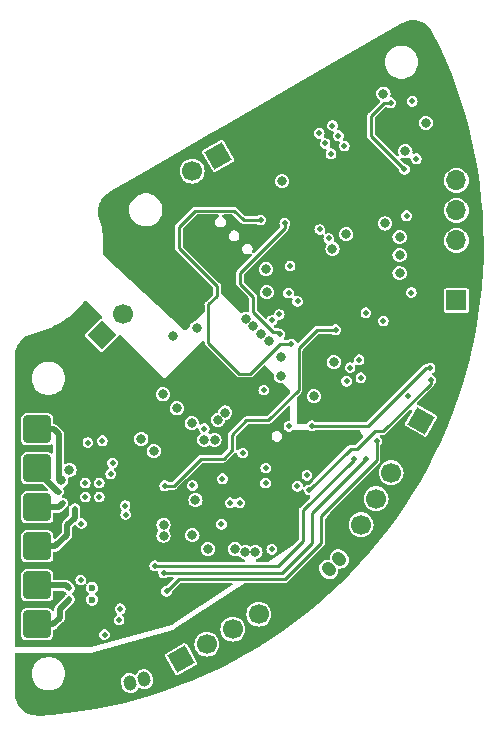
<source format=gbr>
%TF.GenerationSoftware,KiCad,Pcbnew,7.0.7*%
%TF.CreationDate,2023-12-04T17:40:57-05:00*%
%TF.ProjectId,PEEKbot_APS,5045454b-626f-4745-9f41-50532e6b6963,rev?*%
%TF.SameCoordinates,Original*%
%TF.FileFunction,Copper,L2,Inr*%
%TF.FilePolarity,Positive*%
%FSLAX46Y46*%
G04 Gerber Fmt 4.6, Leading zero omitted, Abs format (unit mm)*
G04 Created by KiCad (PCBNEW 7.0.7) date 2023-12-04 17:40:57*
%MOMM*%
%LPD*%
G01*
G04 APERTURE LIST*
G04 Aperture macros list*
%AMRoundRect*
0 Rectangle with rounded corners*
0 $1 Rounding radius*
0 $2 $3 $4 $5 $6 $7 $8 $9 X,Y pos of 4 corners*
0 Add a 4 corners polygon primitive as box body*
4,1,4,$2,$3,$4,$5,$6,$7,$8,$9,$2,$3,0*
0 Add four circle primitives for the rounded corners*
1,1,$1+$1,$2,$3*
1,1,$1+$1,$4,$5*
1,1,$1+$1,$6,$7*
1,1,$1+$1,$8,$9*
0 Add four rect primitives between the rounded corners*
20,1,$1+$1,$2,$3,$4,$5,0*
20,1,$1+$1,$4,$5,$6,$7,0*
20,1,$1+$1,$6,$7,$8,$9,0*
20,1,$1+$1,$8,$9,$2,$3,0*%
%AMHorizOval*
0 Thick line with rounded ends*
0 $1 width*
0 $2 $3 position (X,Y) of the first rounded end (center of the circle)*
0 $4 $5 position (X,Y) of the second rounded end (center of the circle)*
0 Add line between two ends*
20,1,$1,$2,$3,$4,$5,0*
0 Add two circle primitives to create the rounded ends*
1,1,$1,$2,$3*
1,1,$1,$4,$5*%
%AMRotRect*
0 Rectangle, with rotation*
0 The origin of the aperture is its center*
0 $1 length*
0 $2 width*
0 $3 Rotation angle, in degrees counterclockwise*
0 Add horizontal line*
21,1,$1,$2,0,0,$3*%
G04 Aperture macros list end*
%TA.AperFunction,ComponentPad*%
%ADD10RoundRect,0.250001X0.899999X0.899999X-0.899999X0.899999X-0.899999X-0.899999X0.899999X-0.899999X0*%
%TD*%
%TA.AperFunction,ComponentPad*%
%ADD11RotRect,1.700000X1.700000X300.000000*%
%TD*%
%TA.AperFunction,ComponentPad*%
%ADD12HorizOval,1.700000X0.000000X0.000000X0.000000X0.000000X0*%
%TD*%
%TA.AperFunction,ComponentPad*%
%ADD13RoundRect,0.249900X0.088388X-0.477438X0.477438X-0.088388X-0.088388X0.477438X-0.477438X0.088388X0*%
%TD*%
%TA.AperFunction,ComponentPad*%
%ADD14HorizOval,1.050000X-0.088388X0.088388X0.088388X-0.088388X0*%
%TD*%
%TA.AperFunction,ComponentPad*%
%ADD15R,1.700000X1.700000*%
%TD*%
%TA.AperFunction,ComponentPad*%
%ADD16O,1.700000X1.700000*%
%TD*%
%TA.AperFunction,ComponentPad*%
%ADD17RotRect,1.700000X1.700000X330.000000*%
%TD*%
%TA.AperFunction,ComponentPad*%
%ADD18HorizOval,1.700000X0.000000X0.000000X0.000000X0.000000X0*%
%TD*%
%TA.AperFunction,ComponentPad*%
%ADD19RotRect,1.700000X1.700000X135.000000*%
%TD*%
%TA.AperFunction,ComponentPad*%
%ADD20HorizOval,1.700000X0.000000X0.000000X0.000000X0.000000X0*%
%TD*%
%TA.AperFunction,ComponentPad*%
%ADD21RoundRect,0.249900X-0.162173X-0.457668X0.369280X-0.315266X0.162173X0.457668X-0.369280X0.315266X0*%
%TD*%
%TA.AperFunction,ComponentPad*%
%ADD22HorizOval,1.050000X-0.032352X0.120741X0.032352X-0.120741X0*%
%TD*%
%TA.AperFunction,ComponentPad*%
%ADD23RotRect,1.700000X1.700000X120.000000*%
%TD*%
%TA.AperFunction,ComponentPad*%
%ADD24HorizOval,1.700000X0.000000X0.000000X0.000000X0.000000X0*%
%TD*%
%TA.AperFunction,ComponentPad*%
%ADD25C,0.600000*%
%TD*%
%TA.AperFunction,ComponentPad*%
%ADD26C,0.500000*%
%TD*%
%TA.AperFunction,ViaPad*%
%ADD27C,0.800000*%
%TD*%
%TA.AperFunction,ViaPad*%
%ADD28C,0.500000*%
%TD*%
%TA.AperFunction,Conductor*%
%ADD29C,0.250000*%
%TD*%
%TA.AperFunction,Conductor*%
%ADD30C,0.500000*%
%TD*%
G04 APERTURE END LIST*
D10*
%TO.N,Net-(U6-BOUT2)*%
%TO.C,H2*%
X18148613Y-173979091D03*
%TD*%
D11*
%TO.N,OUT_B*%
%TO.C,J1*%
X33461793Y-147535201D03*
D12*
%TO.N,OUT_A*%
X31262088Y-148805201D03*
%TD*%
D10*
%TO.N,Net-(U6-BOUT1)*%
%TO.C,H4*%
X18148607Y-170677104D03*
%TD*%
%TO.N,Net-(U8-OUT1)*%
%TO.C,H5*%
X18118597Y-187187097D03*
%TD*%
%TO.N,Net-(U6-AOUT2)*%
%TO.C,H3*%
X18148617Y-177281105D03*
%TD*%
D13*
%TO.N,+3V3*%
%TO.C,U4*%
X41922717Y-183439438D03*
D14*
%TO.N,END_ALT*%
X42820743Y-182541412D03*
%TO.N,GND*%
X43718768Y-181643387D03*
%TD*%
D15*
%TO.N,ENC_B_AZM*%
%TO.C,J3*%
X53642826Y-159755108D03*
D16*
%TO.N,+3V3*%
X53642826Y-157215108D03*
%TO.N,ENC_A_AZM*%
X53642826Y-154675108D03*
%TO.N,ENC_I_AZM*%
X53642826Y-152135108D03*
%TO.N,GND*%
X53642826Y-149595108D03*
%TD*%
D10*
%TO.N,Net-(U8-OUT2)*%
%TO.C,H6*%
X18148593Y-183885098D03*
%TD*%
D17*
%TO.N,ENC_B_ALT*%
%TO.C,J4*%
X50643104Y-169939619D03*
D18*
%TO.N,+3V3*%
X49373104Y-172139324D03*
%TO.N,ENC_A_ALT*%
X48103104Y-174339028D03*
%TO.N,ENC_I_ALT*%
X46833104Y-176538733D03*
%TO.N,GND*%
X45563104Y-178738437D03*
%TD*%
D19*
%TO.N,VCC*%
%TO.C,J5*%
X23601238Y-162701477D03*
D20*
%TO.N,GND*%
X25397289Y-160905426D03*
%TD*%
D21*
%TO.N,+3V3*%
%TO.C,U2*%
X24760991Y-192483565D03*
D22*
%TO.N,END_AZM*%
X25987717Y-192154865D03*
%TO.N,GND*%
X27214443Y-191826165D03*
%TD*%
D23*
%TO.N,GND*%
%TO.C,J2*%
X30310310Y-190133488D03*
D24*
%TO.N,SWDCLK*%
X32510015Y-188863488D03*
%TO.N,SWDIO*%
X34709719Y-187593488D03*
%TO.N,NRST*%
X36909424Y-186323488D03*
%TO.N,+3V3*%
X39109128Y-185053488D03*
%TD*%
D10*
%TO.N,Net-(U6-AOUT1)*%
%TO.C,H1*%
X18148596Y-180583103D03*
%TD*%
D25*
%TO.N,GND*%
%TO.C,U8*%
X22787916Y-184096304D03*
X22787916Y-185096304D03*
%TD*%
D26*
%TO.N,GND*%
%TO.C,U1*%
X44145019Y-146683615D03*
X43645019Y-145817590D03*
X43145019Y-144951565D03*
X43019185Y-147333615D03*
X42519185Y-146467590D03*
X42019185Y-145601565D03*
%TD*%
%TO.N,GND*%
%TO.C,U6*%
X22216501Y-175213900D03*
X22216501Y-176393900D03*
X23396501Y-175213900D03*
X23396501Y-176393900D03*
%TD*%
D27*
%TO.N,+3V3*%
X44127535Y-160970167D03*
X45870395Y-153303498D03*
X38184491Y-143411937D03*
X28134418Y-158732321D03*
X44752794Y-158231094D03*
X29212056Y-159809947D03*
X44956017Y-160970162D03*
X30325606Y-160923508D03*
%TO.N,GND*%
X28024599Y-172505897D03*
D28*
X42834918Y-154510191D03*
X40193308Y-159844198D03*
D27*
X44308115Y-154154598D03*
X51050068Y-144724160D03*
D28*
X25073917Y-186831489D03*
X23854699Y-188050688D03*
X37478214Y-175218702D03*
D27*
X28837418Y-178754291D03*
X28837409Y-179668693D03*
X35751011Y-181060703D03*
X32601409Y-180806694D03*
X33450737Y-169867839D03*
X43139707Y-155373806D03*
X47452224Y-142251884D03*
D28*
X42072915Y-153748197D03*
D27*
X41579850Y-167872234D03*
D28*
X45972013Y-160809401D03*
D27*
X31544810Y-176671507D03*
X48829288Y-155932599D03*
X29679026Y-162791402D03*
X49314317Y-147134111D03*
X37509833Y-157115879D03*
X43256252Y-164968619D03*
X36614600Y-181060707D03*
X34061390Y-169257181D03*
X31280593Y-179638307D03*
X48829305Y-157456604D03*
X33160217Y-171561110D03*
D28*
X37498116Y-173948690D03*
X21837397Y-183427903D03*
D27*
X29966409Y-168897974D03*
D28*
X39431314Y-159133007D03*
X40180804Y-175503101D03*
D27*
X26957805Y-171489902D03*
X31646412Y-162091890D03*
D28*
X40983403Y-174558307D03*
D27*
X20876797Y-174131493D03*
X38884322Y-149662223D03*
X38802978Y-164515613D03*
D28*
X35293796Y-176895104D03*
D27*
X38758418Y-166155897D03*
D28*
X34481008Y-176895094D03*
D27*
X47610119Y-153240205D03*
D28*
X24367006Y-174436304D03*
X21892807Y-178652696D03*
D27*
X37581664Y-159055610D03*
X32296601Y-171561116D03*
X48829304Y-154408599D03*
X34887410Y-180806697D03*
D28*
%TO.N,NRST*%
X47445210Y-161486893D03*
%TO.N,EN*%
X31280611Y-175421904D03*
D27*
X31223645Y-170155204D03*
%TO.N,+12V*%
X25093204Y-180633909D03*
D28*
X39510204Y-178622295D03*
D27*
X22553207Y-179567100D03*
X23359851Y-167258293D03*
D28*
X39510187Y-177098303D03*
D27*
X34815746Y-168502848D03*
D28*
X31179011Y-171611893D03*
D27*
X25956809Y-180633892D03*
X24320167Y-167629081D03*
X25299591Y-167330139D03*
D28*
X39053011Y-173237488D03*
D27*
X22999359Y-166308280D03*
X35426402Y-167892185D03*
X23252080Y-165282651D03*
D28*
X30569409Y-171611903D03*
X39510214Y-176539499D03*
D27*
X22197606Y-188203096D03*
X21334011Y-188203107D03*
D28*
X39510207Y-178012704D03*
%TO.N,STEP_DVDD*%
X24519405Y-173521906D03*
X22435931Y-171790562D03*
%TO.N,ENC_A_AZM*%
X49817128Y-159090561D03*
%TO.N,ENC_I_AZM*%
X49410734Y-152588163D03*
%TO.N,ENC_I_ALT*%
X49563138Y-167828162D03*
%TO.N,CFG_PWR*%
X39556930Y-156843068D03*
%TO.N,LP_TxD*%
X50237740Y-147755642D03*
%TO.N,LP_RxD*%
X49901103Y-142905347D03*
%TO.N,BDC_nSLEEP*%
X46870733Y-171688962D03*
X29101814Y-184378043D03*
%TO.N,STEP_FAULT*%
X43416332Y-162240163D03*
X28938331Y-175448159D03*
%TO.N,STEP_nSLEEP*%
X41181125Y-175803769D03*
X51442736Y-166507372D03*
%TO.N,Net-(Q1-G)*%
X33820610Y-174863106D03*
%TO.N,LPUART_DE*%
X49239232Y-148666856D03*
X48070841Y-143028065D03*
%TO.N,CFG1*%
X38631133Y-160949672D03*
%TO.N,CFG2*%
X38021534Y-161457672D03*
%TO.N,CFG3*%
X39099728Y-153236261D03*
X38693332Y-162634257D03*
%TO.N,CFG4*%
X39658521Y-163447060D03*
X37053749Y-152947803D03*
%TO.N,FB-3.3V*%
X37330221Y-167353362D03*
%TO.N,MOFF*%
X35547813Y-172678697D03*
%TO.N,HEAT*%
X38004874Y-180834950D03*
%TO.N,TEMP*%
X41408481Y-170370153D03*
X51407604Y-165495500D03*
%TO.N,STEP_PWM*%
X45397536Y-164780161D03*
X32291135Y-170622167D03*
%TO.N,STEP_DIR*%
X39453934Y-170418961D03*
X44635532Y-165440567D03*
%TO.N,END_AZM*%
X44330733Y-166608967D03*
%TO.N,END_ALT*%
X45549923Y-166304163D03*
%TO.N,BDC_PWM*%
X44940332Y-173212957D03*
X28096020Y-182222770D03*
%TO.N,BDC_DIR*%
X28850369Y-182833434D03*
X45956336Y-173162158D03*
D27*
%TO.N,Net-(U7-SW)*%
X28781006Y-167712587D03*
%TO.N,Net-(C15-Pad1)*%
X36446732Y-161965675D03*
X37767532Y-163184869D03*
X37107134Y-162575271D03*
X35837134Y-161305274D03*
D28*
%TO.N,Net-(U6-AOUT1)*%
X21319016Y-177382698D03*
%TO.N,Net-(U6-BOUT2)*%
X19947411Y-175960309D03*
%TO.N,Net-(U6-AOUT2)*%
X20303016Y-176925495D03*
D27*
%TO.N,Net-(U6-BOUT1)*%
X20150606Y-174995097D03*
D28*
%TO.N,Net-(U8-OUT1)*%
X20857524Y-185053494D03*
%TO.N,Net-(U8-OUT2)*%
X20857511Y-184139112D03*
%TO.N,Net-(JP3-B)*%
X25585534Y-177124562D03*
%TO.N,Net-(JP4-B)*%
X25636333Y-177886558D03*
%TO.N,Net-(JP5-B)*%
X25175514Y-185866295D03*
%TO.N,Net-(Q1-D)*%
X33738914Y-178708700D03*
%TO.N,Net-(U6-VREF)*%
X23655798Y-171642308D03*
%TD*%
D29*
%TO.N,BDC_nSLEEP*%
X39153885Y-183336455D02*
X30143398Y-183336457D01*
X42151077Y-178002454D02*
X42151087Y-180339248D01*
X42151087Y-180339248D02*
X39153885Y-183336455D01*
X30143398Y-183336457D02*
X29101814Y-184378043D01*
X46875491Y-171652456D02*
X46875486Y-173278055D01*
X46875486Y-173278055D02*
X42151077Y-178002454D01*
%TO.N,STEP_FAULT*%
X34627935Y-172450964D02*
X34627930Y-171130163D01*
X28938331Y-175448159D02*
X29700324Y-175448165D01*
X40266731Y-163814967D02*
X41841531Y-162240166D01*
X34627930Y-171130163D02*
X35847131Y-169910963D01*
X35847131Y-169910963D02*
X37675938Y-169910964D01*
X40266734Y-167320159D02*
X40266731Y-163814967D01*
X33916731Y-173162168D02*
X34627935Y-172450964D01*
X41841531Y-162240166D02*
X43416332Y-162240163D01*
X31986321Y-173162165D02*
X33916731Y-173162168D01*
X29700324Y-175448165D02*
X31986321Y-173162165D01*
X37675938Y-169910964D02*
X40266734Y-167320159D01*
%TO.N,STEP_nSLEEP*%
X47429523Y-170825366D02*
X51442724Y-166812161D01*
X41181125Y-175803769D02*
X44686335Y-172298559D01*
X46718331Y-170825362D02*
X47429523Y-170825366D01*
X45245139Y-172298564D02*
X46718331Y-170825362D01*
X51442724Y-166812161D02*
X51442736Y-166507372D01*
X44686335Y-172298559D02*
X45245139Y-172298564D01*
%TO.N,LPUART_DE*%
X49239229Y-148657457D02*
X46413529Y-145831764D01*
X47540835Y-143028068D02*
X48070841Y-143028065D01*
X46413529Y-145831764D02*
X46413531Y-144155359D01*
X49239232Y-148666856D02*
X49239229Y-148657457D01*
X46413531Y-144155359D02*
X47540835Y-143028068D01*
%TO.N,CFG3*%
X35329540Y-158335956D02*
X35329545Y-157402009D01*
X39099726Y-153631824D02*
X39099728Y-153236261D01*
X38131382Y-162430954D02*
X36443095Y-160742665D01*
X36443095Y-160742665D02*
X36443096Y-159449506D01*
X38693332Y-162634257D02*
X38490024Y-162430950D01*
X35329545Y-157402009D02*
X39099726Y-153631824D01*
X38490024Y-162430950D02*
X38131382Y-162430954D01*
X36443096Y-159449506D02*
X35329540Y-158335956D01*
%TO.N,CFG4*%
X30156913Y-155318587D02*
X30156915Y-153522537D01*
X32635467Y-161892136D02*
X32635466Y-161604768D01*
X35616908Y-152947803D02*
X37053749Y-152947803D01*
X34826649Y-152157540D02*
X35473225Y-152804116D01*
X37700331Y-164442529D02*
X36191646Y-165951213D01*
X32635468Y-163328977D02*
X32635467Y-161892136D01*
X36191646Y-165951213D02*
X35545069Y-165951213D01*
X35545069Y-165951213D02*
X35257702Y-165951212D01*
X32635466Y-161604768D02*
X32635466Y-160096084D01*
X35473225Y-152804116D02*
X35616908Y-152947803D01*
X30156915Y-153522537D02*
X31521913Y-152157541D01*
X32635466Y-160096084D02*
X33353887Y-159377665D01*
X33353885Y-158515561D02*
X30156913Y-155318587D01*
X31521913Y-152157541D02*
X34826649Y-152157540D01*
X39658521Y-163447060D02*
X38695798Y-163447061D01*
X38695798Y-163447061D02*
X37700331Y-164442529D01*
X35257702Y-165951212D02*
X32635468Y-163328977D01*
X33353887Y-159377665D02*
X33353885Y-158515561D01*
%TO.N,TEMP*%
X51058335Y-165495496D02*
X51407604Y-165495500D01*
X41408481Y-170370153D02*
X46183686Y-170370151D01*
X46183686Y-170370151D02*
X51058335Y-165495496D01*
%TO.N,BDC_PWM*%
X40627080Y-180136055D02*
X38540356Y-182222777D01*
X38540356Y-182222777D02*
X28096020Y-182222770D01*
X40627092Y-177545254D02*
X40627080Y-180136055D01*
X44942978Y-173229360D02*
X40627092Y-177545254D01*
%TO.N,BDC_DIR*%
X38899878Y-182828458D02*
X28855343Y-182828448D01*
X28855343Y-182828448D02*
X28850369Y-182833434D01*
X41439877Y-180288456D02*
X38899878Y-182828458D01*
X45984696Y-173203645D02*
X41439885Y-177748457D01*
X41439885Y-177748457D02*
X41439877Y-180288456D01*
D30*
%TO.N,Net-(U6-AOUT1)*%
X20657930Y-179613764D02*
X20657926Y-178800964D01*
X21319013Y-178139875D02*
X21319016Y-177382698D01*
X20657926Y-178800964D02*
X21319013Y-178139875D01*
X18148596Y-180583103D02*
X19688595Y-180583098D01*
X19688595Y-180583098D02*
X20657930Y-179613764D01*
%TO.N,Net-(U6-BOUT2)*%
X18152686Y-173684443D02*
X18152687Y-173900529D01*
X18148613Y-173979091D02*
X18148613Y-174195192D01*
X18148613Y-174195192D02*
X19913724Y-175960307D01*
X19913724Y-175960307D02*
X19947411Y-175960309D01*
%TO.N,Net-(U6-AOUT2)*%
X19947404Y-177281099D02*
X20303016Y-176925495D01*
X18148617Y-177281105D02*
X19947404Y-177281099D01*
%TO.N,Net-(U6-BOUT1)*%
X18148607Y-170677104D02*
X19544462Y-170677104D01*
X19946733Y-171079365D02*
X19946729Y-174791231D01*
X19544462Y-170677104D02*
X19946733Y-171079365D01*
X19946729Y-174791231D02*
X20150606Y-174995097D01*
%TO.N,Net-(U8-OUT1)*%
X20048335Y-186624162D02*
X20048332Y-185912958D01*
X18118597Y-187187097D02*
X19485397Y-187187100D01*
X20048332Y-185912958D02*
X20857514Y-185103780D01*
X20857514Y-185103780D02*
X20857524Y-185053494D01*
X19485397Y-187187100D02*
X20048335Y-186624162D01*
%TO.N,Net-(U8-OUT2)*%
X20603515Y-183885092D02*
X20857511Y-184139112D01*
X18148593Y-183885098D02*
X20603515Y-183885092D01*
%TD*%
%TA.AperFunction,Conductor*%
%TO.N,+3V3*%
G36*
X49998809Y-136018586D02*
G01*
X50239557Y-136039145D01*
X50247845Y-136040421D01*
X50483638Y-136093269D01*
X50491648Y-136095644D01*
X50718157Y-136179813D01*
X50725789Y-136183254D01*
X50938863Y-136297202D01*
X50945974Y-136301648D01*
X51141714Y-136443284D01*
X51148164Y-136448652D01*
X51323021Y-136615406D01*
X51328688Y-136621595D01*
X51479447Y-136810401D01*
X51484228Y-136817298D01*
X51609105Y-137026325D01*
X51611557Y-137030846D01*
X52155024Y-138140558D01*
X52664899Y-139269178D01*
X53139456Y-140413098D01*
X53578238Y-141571212D01*
X53980820Y-142742401D01*
X54346814Y-143925535D01*
X54675866Y-145119471D01*
X54967658Y-146323055D01*
X55221908Y-147535125D01*
X55438372Y-148754510D01*
X55616839Y-149980033D01*
X55757137Y-151210510D01*
X55859132Y-152444753D01*
X55922723Y-153681568D01*
X55947851Y-154919763D01*
X55934491Y-156158140D01*
X55882655Y-157395505D01*
X55792393Y-158630661D01*
X55663794Y-159862415D01*
X55496980Y-161089579D01*
X55292114Y-162310966D01*
X55049393Y-163525397D01*
X54782838Y-164672375D01*
X54769051Y-164731700D01*
X54451360Y-165928708D01*
X54096625Y-167115267D01*
X53705190Y-168290229D01*
X53277433Y-169452460D01*
X52813767Y-170600837D01*
X52314640Y-171734252D01*
X51780533Y-172851610D01*
X51211964Y-173951830D01*
X50609480Y-175033852D01*
X49973664Y-176096629D01*
X49305129Y-177139135D01*
X48604523Y-178160363D01*
X47872520Y-179159328D01*
X47109829Y-180135063D01*
X46317186Y-181086627D01*
X45495356Y-182013100D01*
X44645134Y-182913588D01*
X43767340Y-183787221D01*
X42862822Y-184633156D01*
X41932454Y-185450574D01*
X40977135Y-186238687D01*
X39997787Y-186996734D01*
X38995356Y-187723981D01*
X37970809Y-188419728D01*
X37034624Y-189013823D01*
X36925139Y-189083301D01*
X35859353Y-189714060D01*
X34774481Y-190311396D01*
X33671571Y-190874732D01*
X32551689Y-191403523D01*
X31415915Y-191897260D01*
X30265347Y-192355464D01*
X29101097Y-192777694D01*
X27924288Y-193163542D01*
X26736058Y-193512634D01*
X25537553Y-193824635D01*
X24329933Y-194099242D01*
X23114362Y-194336190D01*
X21892015Y-194535250D01*
X20664072Y-194696231D01*
X19431721Y-194818977D01*
X18198707Y-194903193D01*
X18193564Y-194903330D01*
X17950359Y-194899685D01*
X17941997Y-194898993D01*
X17703102Y-194862822D01*
X17694909Y-194861007D01*
X17463072Y-194792945D01*
X17455204Y-194790044D01*
X17348641Y-194742348D01*
X17234673Y-194691337D01*
X17227264Y-194687400D01*
X17022051Y-194559847D01*
X17015250Y-194554953D01*
X16855557Y-194422771D01*
X16829121Y-194400889D01*
X16823034Y-194395115D01*
X16659382Y-194217353D01*
X16654129Y-194210810D01*
X16649800Y-194204600D01*
X16515947Y-194012600D01*
X16511637Y-194005429D01*
X16401446Y-193790381D01*
X16398135Y-193782678D01*
X16317958Y-193554740D01*
X16315719Y-193546666D01*
X16297414Y-193457716D01*
X16267014Y-193309987D01*
X16265888Y-193301712D01*
X16249455Y-193059220D01*
X16249314Y-193055033D01*
X16249314Y-191359104D01*
X17693501Y-191359104D01*
X17712667Y-191590400D01*
X17766850Y-191804369D01*
X17769644Y-191815400D01*
X17862877Y-192027950D01*
X17989823Y-192222255D01*
X18147018Y-192393015D01*
X18330177Y-192535572D01*
X18534301Y-192646039D01*
X18648291Y-192685171D01*
X18753819Y-192721400D01*
X18753821Y-192721400D01*
X18753823Y-192721401D01*
X18982756Y-192759603D01*
X18982757Y-192759603D01*
X19214853Y-192759603D01*
X19214854Y-192759603D01*
X19443787Y-192721401D01*
X19663309Y-192646039D01*
X19867433Y-192535572D01*
X20050592Y-192393015D01*
X20207787Y-192222255D01*
X20334733Y-192027950D01*
X20359952Y-191970456D01*
X25227705Y-191970456D01*
X25232637Y-192139984D01*
X25306323Y-192414984D01*
X25330226Y-192504193D01*
X25355810Y-192568594D01*
X25377132Y-192622266D01*
X25377135Y-192622271D01*
X25474408Y-192761193D01*
X25474410Y-192761195D01*
X25474411Y-192761196D01*
X25601104Y-192873945D01*
X25750384Y-192954436D01*
X25914203Y-192998332D01*
X26083729Y-193003265D01*
X26249822Y-192968970D01*
X26249824Y-192968968D01*
X26249827Y-192968968D01*
X26335371Y-192929078D01*
X26403530Y-192897296D01*
X26536565Y-192792106D01*
X26641757Y-192659071D01*
X26666009Y-192607061D01*
X26712182Y-192554621D01*
X26779376Y-192535469D01*
X26837241Y-192550319D01*
X26977110Y-192625736D01*
X27140929Y-192669632D01*
X27310455Y-192674565D01*
X27476548Y-192640270D01*
X27476550Y-192640268D01*
X27476553Y-192640268D01*
X27562097Y-192600378D01*
X27630256Y-192568596D01*
X27763291Y-192463406D01*
X27868483Y-192330371D01*
X27940158Y-192176664D01*
X27956023Y-192099830D01*
X27974454Y-192010572D01*
X27969522Y-191841045D01*
X27969521Y-191841045D01*
X27871934Y-191476837D01*
X27825026Y-191358759D01*
X27727749Y-191219834D01*
X27601056Y-191107085D01*
X27451776Y-191026593D01*
X27287959Y-190982697D01*
X27220146Y-190980723D01*
X27118431Y-190977764D01*
X27118430Y-190977764D01*
X27118428Y-190977764D01*
X26952340Y-191012058D01*
X26952339Y-191012058D01*
X26798634Y-191083731D01*
X26798629Y-191083734D01*
X26665594Y-191188922D01*
X26665593Y-191188923D01*
X26560407Y-191321952D01*
X26560401Y-191321962D01*
X26536150Y-191373969D01*
X26489977Y-191426408D01*
X26422784Y-191445560D01*
X26364918Y-191430709D01*
X26225052Y-191355294D01*
X26225051Y-191355293D01*
X26225050Y-191355293D01*
X26149024Y-191334921D01*
X26061233Y-191311397D01*
X25993420Y-191309423D01*
X25891705Y-191306464D01*
X25891704Y-191306464D01*
X25891702Y-191306464D01*
X25725614Y-191340758D01*
X25725613Y-191340758D01*
X25571908Y-191412431D01*
X25571903Y-191412434D01*
X25438868Y-191517622D01*
X25438867Y-191517623D01*
X25333681Y-191650652D01*
X25333675Y-191650662D01*
X25262000Y-191804369D01*
X25227705Y-191970456D01*
X20359952Y-191970456D01*
X20427966Y-191815400D01*
X20484942Y-191590404D01*
X20496014Y-191456791D01*
X20504109Y-191359104D01*
X20504109Y-191359093D01*
X20490007Y-191188922D01*
X20484942Y-191127794D01*
X20427966Y-190902798D01*
X20334733Y-190690248D01*
X20207787Y-190495943D01*
X20050592Y-190325183D01*
X19867433Y-190182626D01*
X19663309Y-190072159D01*
X19663301Y-190072156D01*
X19443790Y-189996797D01*
X19272087Y-189968145D01*
X19214854Y-189958595D01*
X18982756Y-189958595D01*
X18936969Y-189966235D01*
X18753819Y-189996797D01*
X18534308Y-190072156D01*
X18534300Y-190072159D01*
X18330175Y-190182627D01*
X18147020Y-190325181D01*
X17989820Y-190495946D01*
X17862875Y-190690251D01*
X17769643Y-190902799D01*
X17712667Y-191127797D01*
X17693501Y-191359093D01*
X17693501Y-191359104D01*
X16249314Y-191359104D01*
X16249314Y-189849050D01*
X28946508Y-189849050D01*
X28965674Y-189905509D01*
X28965676Y-189905515D01*
X29835422Y-191411959D01*
X29835426Y-191411965D01*
X29856316Y-191435785D01*
X29874740Y-191456793D01*
X29946279Y-191492071D01*
X30025872Y-191497289D01*
X30082336Y-191478122D01*
X31588784Y-190608374D01*
X31633615Y-190569058D01*
X31668893Y-190497519D01*
X31674111Y-190417926D01*
X31654944Y-190361462D01*
X31626038Y-190311396D01*
X31128675Y-189449938D01*
X30790088Y-188863487D01*
X31454432Y-188863487D01*
X31474714Y-189069420D01*
X31474715Y-189069422D01*
X31534783Y-189267442D01*
X31632330Y-189449938D01*
X31632332Y-189449940D01*
X31763604Y-189609898D01*
X31860224Y-189689190D01*
X31923565Y-189741173D01*
X32106061Y-189838720D01*
X32304081Y-189898788D01*
X32304080Y-189898788D01*
X32324362Y-189900785D01*
X32510015Y-189919071D01*
X32715949Y-189898788D01*
X32913969Y-189838720D01*
X33096465Y-189741173D01*
X33256425Y-189609898D01*
X33387700Y-189449938D01*
X33485247Y-189267442D01*
X33545315Y-189069422D01*
X33565598Y-188863488D01*
X33545315Y-188657554D01*
X33485247Y-188459534D01*
X33387700Y-188277038D01*
X33301330Y-188171795D01*
X33256425Y-188117077D01*
X33138692Y-188020457D01*
X33096465Y-187985803D01*
X32913969Y-187888256D01*
X32715949Y-187828188D01*
X32715947Y-187828187D01*
X32715949Y-187828187D01*
X32528478Y-187809723D01*
X32510015Y-187807905D01*
X32510014Y-187807905D01*
X32304082Y-187828187D01*
X32106058Y-187888257D01*
X31995913Y-187947131D01*
X31923565Y-187985803D01*
X31923563Y-187985804D01*
X31923562Y-187985805D01*
X31763604Y-188117077D01*
X31632332Y-188277035D01*
X31534784Y-188459531D01*
X31474714Y-188657555D01*
X31454432Y-188863487D01*
X30790088Y-188863487D01*
X30785196Y-188855014D01*
X30785194Y-188855012D01*
X30785193Y-188855010D01*
X30745881Y-188810184D01*
X30745880Y-188810183D01*
X30674341Y-188774905D01*
X30669121Y-188774562D01*
X30594747Y-188769686D01*
X30538288Y-188788852D01*
X30538282Y-188788854D01*
X29031838Y-189658600D01*
X29031832Y-189658604D01*
X28987006Y-189697916D01*
X28951727Y-189769457D01*
X28946508Y-189849050D01*
X16249314Y-189849050D01*
X16249314Y-189708856D01*
X16268999Y-189641817D01*
X16321803Y-189596062D01*
X16373314Y-189584856D01*
X22694678Y-189584856D01*
X22694679Y-189584856D01*
X29603488Y-187654451D01*
X29697777Y-187593488D01*
X33654136Y-187593488D01*
X33674418Y-187799420D01*
X33683145Y-187828188D01*
X33734487Y-187997442D01*
X33832034Y-188179938D01*
X33832036Y-188179940D01*
X33963308Y-188339898D01*
X34059928Y-188419190D01*
X34123269Y-188471173D01*
X34305765Y-188568720D01*
X34503785Y-188628788D01*
X34503784Y-188628788D01*
X34522248Y-188630606D01*
X34709719Y-188649071D01*
X34915653Y-188628788D01*
X35113673Y-188568720D01*
X35296169Y-188471173D01*
X35456129Y-188339898D01*
X35587404Y-188179938D01*
X35684951Y-187997442D01*
X35745019Y-187799422D01*
X35765302Y-187593488D01*
X35745019Y-187387554D01*
X35684951Y-187189534D01*
X35587404Y-187007038D01*
X35535421Y-186943697D01*
X35456129Y-186847077D01*
X35338396Y-186750457D01*
X35296169Y-186715803D01*
X35113673Y-186618256D01*
X34915653Y-186558188D01*
X34915651Y-186558187D01*
X34915653Y-186558187D01*
X34728182Y-186539723D01*
X34709719Y-186537905D01*
X34709718Y-186537905D01*
X34503786Y-186558187D01*
X34305762Y-186618257D01*
X34195616Y-186677131D01*
X34123269Y-186715803D01*
X34123267Y-186715804D01*
X34123266Y-186715805D01*
X33963308Y-186847077D01*
X33832036Y-187007035D01*
X33734488Y-187189531D01*
X33674418Y-187387555D01*
X33654136Y-187593488D01*
X29697777Y-187593488D01*
X31662043Y-186323488D01*
X35853841Y-186323488D01*
X35874123Y-186529420D01*
X35885310Y-186566297D01*
X35934192Y-186727442D01*
X36031739Y-186909938D01*
X36031741Y-186909940D01*
X36163013Y-187069898D01*
X36172340Y-187077552D01*
X36322974Y-187201173D01*
X36505470Y-187298720D01*
X36703490Y-187358788D01*
X36703489Y-187358788D01*
X36723772Y-187360785D01*
X36909424Y-187379071D01*
X37115358Y-187358788D01*
X37313378Y-187298720D01*
X37495874Y-187201173D01*
X37655834Y-187069898D01*
X37787109Y-186909938D01*
X37884656Y-186727442D01*
X37944724Y-186529422D01*
X37965007Y-186323488D01*
X37944724Y-186117554D01*
X37884656Y-185919534D01*
X37787109Y-185737038D01*
X37717513Y-185652234D01*
X37655834Y-185577077D01*
X37535651Y-185478447D01*
X37495874Y-185445803D01*
X37313378Y-185348256D01*
X37115358Y-185288188D01*
X37115356Y-185288187D01*
X37115358Y-185288187D01*
X36909424Y-185267905D01*
X36703491Y-185288187D01*
X36505467Y-185348257D01*
X36465394Y-185369677D01*
X36322974Y-185445803D01*
X36322972Y-185445804D01*
X36322971Y-185445805D01*
X36163013Y-185577077D01*
X36031741Y-185737035D01*
X35934193Y-185919531D01*
X35874123Y-186117555D01*
X35853841Y-186323488D01*
X31662043Y-186323488D01*
X35747817Y-183681823D01*
X35814798Y-183661955D01*
X39136963Y-183661955D01*
X39142366Y-183662190D01*
X39182692Y-183665719D01*
X39221825Y-183655232D01*
X39227047Y-183654074D01*
X39266930Y-183647043D01*
X39266935Y-183647039D01*
X39271984Y-183645202D01*
X39288709Y-183638274D01*
X39293566Y-183636009D01*
X39293569Y-183636009D01*
X39326737Y-183612783D01*
X39331270Y-183609895D01*
X39366340Y-183589649D01*
X39392361Y-183558637D01*
X39396002Y-183554663D01*
X40518879Y-182431784D01*
X42002224Y-182431784D01*
X42017005Y-182600730D01*
X42070351Y-182761718D01*
X42070356Y-182761729D01*
X42159386Y-182906067D01*
X42159388Y-182906070D01*
X42425997Y-183172678D01*
X42425999Y-183172680D01*
X42426003Y-183172683D01*
X42426005Y-183172685D01*
X42466598Y-183204782D01*
X42520544Y-183247438D01*
X42525668Y-183251489D01*
X42679375Y-183323163D01*
X42845469Y-183357460D01*
X43014995Y-183352527D01*
X43178814Y-183308632D01*
X43328094Y-183228140D01*
X43454787Y-183115393D01*
X43552064Y-182976467D01*
X43614681Y-182818852D01*
X43639261Y-182651044D01*
X43634859Y-182600732D01*
X43634260Y-182593879D01*
X43648027Y-182525379D01*
X43696642Y-182475196D01*
X43754176Y-182459124D01*
X43913020Y-182454502D01*
X44076839Y-182410607D01*
X44226119Y-182330115D01*
X44352812Y-182217368D01*
X44450089Y-182078442D01*
X44512706Y-181920827D01*
X44537286Y-181753019D01*
X44535298Y-181730297D01*
X44522608Y-181585243D01*
X44522505Y-181584067D01*
X44469159Y-181423078D01*
X44469155Y-181423072D01*
X44469154Y-181423069D01*
X44380124Y-181278731D01*
X44380122Y-181278728D01*
X44113513Y-181012120D01*
X44113511Y-181012118D01*
X44013845Y-180933311D01*
X44013836Y-180933306D01*
X43860138Y-180861637D01*
X43860136Y-180861636D01*
X43860133Y-180861635D01*
X43860129Y-180861634D01*
X43694044Y-180827339D01*
X43694042Y-180827339D01*
X43637533Y-180828983D01*
X43524512Y-180832272D01*
X43360701Y-180876165D01*
X43211416Y-180956659D01*
X43084723Y-181069405D01*
X42987447Y-181208331D01*
X42924830Y-181365947D01*
X42900249Y-181533760D01*
X42905250Y-181590921D01*
X42891483Y-181659421D01*
X42842867Y-181709603D01*
X42785329Y-181725675D01*
X42626488Y-181730297D01*
X42462676Y-181774190D01*
X42313391Y-181854684D01*
X42186698Y-181967430D01*
X42089422Y-182106356D01*
X42026805Y-182263972D01*
X42002224Y-182431784D01*
X40518879Y-182431784D01*
X42369293Y-180581366D01*
X42373253Y-180577737D01*
X42404282Y-180551702D01*
X42424522Y-180516642D01*
X42427419Y-180512093D01*
X42450641Y-180478932D01*
X42450642Y-180478924D01*
X42452902Y-180474082D01*
X42459836Y-180457342D01*
X42461670Y-180452299D01*
X42461675Y-180452292D01*
X42468708Y-180412403D01*
X42469867Y-180407175D01*
X42480350Y-180368055D01*
X42476819Y-180327710D01*
X42476585Y-180322352D01*
X42476579Y-178738437D01*
X44507521Y-178738437D01*
X44527803Y-178944369D01*
X44543666Y-178996663D01*
X44587872Y-179142391D01*
X44685419Y-179324887D01*
X44685421Y-179324889D01*
X44816693Y-179484847D01*
X44901507Y-179554451D01*
X44976654Y-179616122D01*
X45159150Y-179713669D01*
X45357170Y-179773737D01*
X45357169Y-179773737D01*
X45377452Y-179775734D01*
X45563104Y-179794020D01*
X45769038Y-179773737D01*
X45967058Y-179713669D01*
X46149554Y-179616122D01*
X46309514Y-179484847D01*
X46440789Y-179324887D01*
X46538336Y-179142391D01*
X46598404Y-178944371D01*
X46618687Y-178738437D01*
X46598404Y-178532503D01*
X46538336Y-178334483D01*
X46440789Y-178151987D01*
X46382172Y-178080561D01*
X46309514Y-177992026D01*
X46177008Y-177883283D01*
X46149554Y-177860752D01*
X45967058Y-177763205D01*
X45769038Y-177703137D01*
X45769036Y-177703136D01*
X45769038Y-177703136D01*
X45567835Y-177683320D01*
X45563104Y-177682854D01*
X45563103Y-177682854D01*
X45357171Y-177703136D01*
X45247617Y-177736369D01*
X45162312Y-177762246D01*
X45159147Y-177763206D01*
X45049001Y-177822080D01*
X44976654Y-177860752D01*
X44976652Y-177860753D01*
X44976651Y-177860754D01*
X44816693Y-177992026D01*
X44701312Y-178132621D01*
X44685419Y-178151987D01*
X44655597Y-178207779D01*
X44587873Y-178334480D01*
X44527803Y-178532504D01*
X44507521Y-178738437D01*
X42476579Y-178738437D01*
X42476578Y-178403816D01*
X42496261Y-178336780D01*
X42496458Y-178336474D01*
X42900183Y-177717430D01*
X42916350Y-177697506D01*
X44075126Y-176538733D01*
X45777521Y-176538733D01*
X45777620Y-176539740D01*
X45797803Y-176744665D01*
X45820327Y-176818916D01*
X45857872Y-176942687D01*
X45955419Y-177125183D01*
X45968537Y-177141167D01*
X46086693Y-177285143D01*
X46166302Y-177350475D01*
X46246654Y-177416418D01*
X46429150Y-177513965D01*
X46627170Y-177574033D01*
X46627169Y-177574033D01*
X46645633Y-177575851D01*
X46833104Y-177594316D01*
X47039038Y-177574033D01*
X47237058Y-177513965D01*
X47419554Y-177416418D01*
X47579514Y-177285143D01*
X47710789Y-177125183D01*
X47808336Y-176942687D01*
X47868404Y-176744667D01*
X47888687Y-176538733D01*
X47868404Y-176332799D01*
X47808336Y-176134779D01*
X47710789Y-175952283D01*
X47658806Y-175888942D01*
X47579514Y-175792322D01*
X47433212Y-175672257D01*
X47419554Y-175661048D01*
X47237058Y-175563501D01*
X47039038Y-175503433D01*
X47039036Y-175503432D01*
X47039038Y-175503432D01*
X46833104Y-175483150D01*
X46627171Y-175503432D01*
X46429147Y-175563502D01*
X46373849Y-175593060D01*
X46246654Y-175661048D01*
X46246652Y-175661049D01*
X46246651Y-175661050D01*
X46086693Y-175792322D01*
X45970867Y-175933459D01*
X45955419Y-175952283D01*
X45916747Y-176024630D01*
X45857873Y-176134776D01*
X45797803Y-176332800D01*
X45777775Y-176536153D01*
X45777521Y-176538733D01*
X44075126Y-176538733D01*
X46274836Y-174339028D01*
X47047521Y-174339028D01*
X47067803Y-174544960D01*
X47067804Y-174544962D01*
X47127872Y-174742982D01*
X47225419Y-174925478D01*
X47256860Y-174963789D01*
X47356693Y-175085438D01*
X47402053Y-175122663D01*
X47516654Y-175216713D01*
X47699150Y-175314260D01*
X47897170Y-175374328D01*
X47897169Y-175374328D01*
X47915633Y-175376146D01*
X48103104Y-175394611D01*
X48309038Y-175374328D01*
X48507058Y-175314260D01*
X48689554Y-175216713D01*
X48849514Y-175085438D01*
X48980789Y-174925478D01*
X49078336Y-174742982D01*
X49138404Y-174544962D01*
X49158687Y-174339028D01*
X49138404Y-174133094D01*
X49078336Y-173935074D01*
X48980789Y-173752578D01*
X48907650Y-173663457D01*
X48849514Y-173592617D01*
X48726218Y-173491432D01*
X48689554Y-173461343D01*
X48507058Y-173363796D01*
X48309038Y-173303728D01*
X48309036Y-173303727D01*
X48309038Y-173303727D01*
X48103104Y-173283445D01*
X47897171Y-173303727D01*
X47749354Y-173348567D01*
X47714216Y-173359226D01*
X47699147Y-173363797D01*
X47624501Y-173403697D01*
X47516654Y-173461343D01*
X47516652Y-173461344D01*
X47516651Y-173461345D01*
X47356692Y-173592619D01*
X47348216Y-173602947D01*
X47303148Y-173633644D01*
X47291516Y-173671056D01*
X47284131Y-173681035D01*
X47225421Y-173752574D01*
X47127873Y-173935071D01*
X47067803Y-174133095D01*
X47047521Y-174339028D01*
X46274836Y-174339028D01*
X47093694Y-173520172D01*
X47097659Y-173516538D01*
X47108573Y-173507380D01*
X47135947Y-173495400D01*
X47138232Y-173475806D01*
X47144968Y-173462297D01*
X47145300Y-173461722D01*
X47148934Y-173455426D01*
X47151816Y-173450904D01*
X47175039Y-173417739D01*
X47175040Y-173417733D01*
X47177308Y-173412871D01*
X47184244Y-173396128D01*
X47186073Y-173391102D01*
X47186074Y-173391101D01*
X47193103Y-173351228D01*
X47194271Y-173345958D01*
X47204749Y-173306862D01*
X47203307Y-173290384D01*
X47201222Y-173266548D01*
X47200986Y-173261142D01*
X47200986Y-173071406D01*
X47200988Y-172042004D01*
X47220673Y-171974968D01*
X47231270Y-171960811D01*
X47253615Y-171935025D01*
X47307430Y-171817188D01*
X47325866Y-171688962D01*
X47307430Y-171560736D01*
X47253615Y-171442899D01*
X47178375Y-171356066D01*
X47149351Y-171292510D01*
X47159295Y-171223351D01*
X47205051Y-171170548D01*
X47272088Y-171150864D01*
X47412618Y-171150864D01*
X47417977Y-171151098D01*
X47458330Y-171154630D01*
X47497445Y-171144148D01*
X47502704Y-171142982D01*
X47542566Y-171135955D01*
X47542567Y-171135954D01*
X47547606Y-171134120D01*
X47564350Y-171127184D01*
X47569202Y-171124921D01*
X47569207Y-171124920D01*
X47602376Y-171101693D01*
X47606901Y-171098810D01*
X47641977Y-171078561D01*
X47668000Y-171047546D01*
X47671628Y-171043586D01*
X49658147Y-169057065D01*
X49719468Y-169023582D01*
X49789159Y-169028566D01*
X49845093Y-169070438D01*
X49869510Y-169135902D01*
X49854658Y-169204175D01*
X49853213Y-169206748D01*
X49298470Y-170167591D01*
X49298468Y-170167597D01*
X49279302Y-170224056D01*
X49283507Y-170288181D01*
X49284521Y-170303650D01*
X49319799Y-170375189D01*
X49319800Y-170375190D01*
X49364626Y-170414502D01*
X49364628Y-170414503D01*
X49364630Y-170414505D01*
X49974785Y-170766778D01*
X50856303Y-171275723D01*
X50871078Y-171284253D01*
X50895402Y-171292510D01*
X50927541Y-171303420D01*
X50927541Y-171303419D01*
X50927542Y-171303420D01*
X51007135Y-171298202D01*
X51078674Y-171262924D01*
X51117990Y-171218093D01*
X51987738Y-169711645D01*
X52006905Y-169655181D01*
X52001687Y-169575588D01*
X51966409Y-169504049D01*
X51942428Y-169483018D01*
X51921581Y-169464735D01*
X51921575Y-169464731D01*
X51304616Y-169108530D01*
X50415130Y-168594985D01*
X50383786Y-168584345D01*
X50326633Y-168544154D01*
X50300281Y-168479445D01*
X50313096Y-168410760D01*
X50335962Y-168379249D01*
X51660919Y-167054291D01*
X51664900Y-167050644D01*
X51695910Y-167024626D01*
X51716165Y-166989544D01*
X51719050Y-166985015D01*
X51742278Y-166951845D01*
X51742280Y-166951835D01*
X51744564Y-166946941D01*
X51751456Y-166930305D01*
X51753307Y-166925221D01*
X51757250Y-166902862D01*
X51760340Y-166885338D01*
X51761507Y-166880080D01*
X51771988Y-166840968D01*
X51771987Y-166840967D01*
X51774553Y-166831395D01*
X51800613Y-166782291D01*
X51825618Y-166753435D01*
X51879433Y-166635598D01*
X51897869Y-166507372D01*
X51879433Y-166379146D01*
X51825618Y-166261309D01*
X51740785Y-166163405D01*
X51633504Y-166094460D01*
X51587752Y-166041659D01*
X51577808Y-165972501D01*
X51606832Y-165908945D01*
X51633505Y-165885833D01*
X51705653Y-165839467D01*
X51790486Y-165741563D01*
X51844301Y-165623726D01*
X51862737Y-165495500D01*
X51844301Y-165367274D01*
X51790486Y-165249437D01*
X51705653Y-165151533D01*
X51596673Y-165081496D01*
X51596669Y-165081494D01*
X51596668Y-165081494D01*
X51472378Y-165045000D01*
X51472376Y-165045000D01*
X51342832Y-165045000D01*
X51342830Y-165045000D01*
X51218537Y-165081494D01*
X51218536Y-165081494D01*
X51115474Y-165147728D01*
X51048435Y-165167412D01*
X51037630Y-165166940D01*
X51029529Y-165166231D01*
X51029527Y-165166231D01*
X50990419Y-165176710D01*
X50985136Y-165177881D01*
X50945293Y-165184906D01*
X50940305Y-165186721D01*
X50923466Y-165193696D01*
X50918647Y-165195943D01*
X50885486Y-165219163D01*
X50880922Y-165222070D01*
X50845884Y-165242298D01*
X50845883Y-165242299D01*
X50819862Y-165273307D01*
X50816208Y-165277294D01*
X46085177Y-170008332D01*
X46023854Y-170041817D01*
X45997496Y-170044651D01*
X41771673Y-170044651D01*
X41704635Y-170024967D01*
X41597547Y-169956147D01*
X41473255Y-169919653D01*
X41473253Y-169919653D01*
X41343709Y-169919653D01*
X41343707Y-169919653D01*
X41219416Y-169956147D01*
X41219413Y-169956148D01*
X41219412Y-169956149D01*
X41168158Y-169989087D01*
X41110431Y-170026186D01*
X41025599Y-170124090D01*
X41025598Y-170124090D01*
X41010308Y-170157570D01*
X40964551Y-170210372D01*
X40897515Y-170230055D01*
X40293883Y-170230055D01*
X40226844Y-170210370D01*
X40181089Y-170157566D01*
X40169883Y-170106055D01*
X40169883Y-168002046D01*
X40169883Y-167928696D01*
X40186462Y-167872235D01*
X40974168Y-167872235D01*
X40994805Y-168028994D01*
X40994806Y-168028996D01*
X41055314Y-168175075D01*
X41151568Y-168300516D01*
X41277009Y-168396770D01*
X41423088Y-168457278D01*
X41501469Y-168467597D01*
X41579849Y-168477916D01*
X41579850Y-168477916D01*
X41579851Y-168477916D01*
X41642318Y-168469692D01*
X41736612Y-168457278D01*
X41882691Y-168396770D01*
X42008132Y-168300516D01*
X42104386Y-168175075D01*
X42164894Y-168028996D01*
X42185532Y-167872234D01*
X42183220Y-167854675D01*
X42164894Y-167715473D01*
X42164894Y-167715472D01*
X42104386Y-167569393D01*
X42008132Y-167443952D01*
X41882691Y-167347698D01*
X41788423Y-167308651D01*
X41736612Y-167287190D01*
X41736610Y-167287189D01*
X41579851Y-167266552D01*
X41579849Y-167266552D01*
X41423089Y-167287189D01*
X41423087Y-167287190D01*
X41277010Y-167347697D01*
X41151568Y-167443952D01*
X41055313Y-167569394D01*
X40994806Y-167715471D01*
X40994805Y-167715473D01*
X40974168Y-167872232D01*
X40974168Y-167872235D01*
X40186462Y-167872235D01*
X40189568Y-167861659D01*
X40206197Y-167841022D01*
X40484952Y-167562266D01*
X40488912Y-167558638D01*
X40519928Y-167532614D01*
X40540172Y-167497549D01*
X40543069Y-167493000D01*
X40566288Y-167459843D01*
X40566288Y-167459840D01*
X40568552Y-167454986D01*
X40575486Y-167438248D01*
X40577319Y-167433208D01*
X40577322Y-167433204D01*
X40584352Y-167393326D01*
X40585523Y-167388050D01*
X40595997Y-167348965D01*
X40592466Y-167308622D01*
X40592232Y-167303264D01*
X40592232Y-166608967D01*
X43875600Y-166608967D01*
X43894035Y-166737192D01*
X43914631Y-166782289D01*
X43947851Y-166855030D01*
X44032684Y-166952934D01*
X44141664Y-167022971D01*
X44265958Y-167059466D01*
X44265960Y-167059467D01*
X44265961Y-167059467D01*
X44395506Y-167059467D01*
X44395506Y-167059466D01*
X44519802Y-167022971D01*
X44628782Y-166952934D01*
X44713615Y-166855030D01*
X44767430Y-166737193D01*
X44785866Y-166608967D01*
X44767430Y-166480741D01*
X44713615Y-166362904D01*
X44662716Y-166304163D01*
X45094790Y-166304163D01*
X45113225Y-166432388D01*
X45125259Y-166458738D01*
X45167041Y-166550226D01*
X45251874Y-166648130D01*
X45360854Y-166718167D01*
X45485148Y-166754662D01*
X45485150Y-166754663D01*
X45485151Y-166754663D01*
X45614696Y-166754663D01*
X45614696Y-166754662D01*
X45738992Y-166718167D01*
X45847972Y-166648130D01*
X45932805Y-166550226D01*
X45986620Y-166432389D01*
X46005056Y-166304163D01*
X45986620Y-166175937D01*
X45932805Y-166058100D01*
X45847972Y-165960196D01*
X45738992Y-165890159D01*
X45738988Y-165890157D01*
X45738987Y-165890157D01*
X45614697Y-165853663D01*
X45614695Y-165853663D01*
X45485151Y-165853663D01*
X45485149Y-165853663D01*
X45360858Y-165890157D01*
X45360855Y-165890158D01*
X45360854Y-165890159D01*
X45330753Y-165909504D01*
X45251873Y-165960196D01*
X45167041Y-166058100D01*
X45167040Y-166058101D01*
X45113225Y-166175937D01*
X45094790Y-166304163D01*
X44662716Y-166304163D01*
X44628782Y-166265000D01*
X44519802Y-166194963D01*
X44519798Y-166194961D01*
X44519797Y-166194961D01*
X44395507Y-166158467D01*
X44395505Y-166158467D01*
X44265961Y-166158467D01*
X44265959Y-166158467D01*
X44141668Y-166194961D01*
X44141665Y-166194962D01*
X44141664Y-166194963D01*
X44093369Y-166226000D01*
X44032683Y-166265000D01*
X43947851Y-166362904D01*
X43947850Y-166362905D01*
X43894035Y-166480741D01*
X43875600Y-166608967D01*
X40592232Y-166608967D01*
X40592231Y-164968620D01*
X42650570Y-164968620D01*
X42671207Y-165125379D01*
X42671208Y-165125381D01*
X42719637Y-165242300D01*
X42731716Y-165271460D01*
X42827970Y-165396901D01*
X42953411Y-165493155D01*
X43099490Y-165553663D01*
X43177870Y-165563981D01*
X43256251Y-165574301D01*
X43256252Y-165574301D01*
X43256253Y-165574301D01*
X43308506Y-165567421D01*
X43413014Y-165553663D01*
X43559093Y-165493155D01*
X43627627Y-165440567D01*
X44180399Y-165440567D01*
X44198834Y-165568792D01*
X44227409Y-165631361D01*
X44252650Y-165686630D01*
X44337483Y-165784534D01*
X44446463Y-165854571D01*
X44567661Y-165890157D01*
X44570757Y-165891066D01*
X44570759Y-165891067D01*
X44570760Y-165891067D01*
X44700305Y-165891067D01*
X44700305Y-165891066D01*
X44824601Y-165854571D01*
X44933581Y-165784534D01*
X45018414Y-165686630D01*
X45072229Y-165568793D01*
X45090665Y-165440567D01*
X45075943Y-165338172D01*
X45085887Y-165269014D01*
X45131642Y-165216210D01*
X45198681Y-165196526D01*
X45233614Y-165201548D01*
X45277394Y-165214403D01*
X45332763Y-165230661D01*
X45332764Y-165230661D01*
X45462309Y-165230661D01*
X45462309Y-165230660D01*
X45586605Y-165194165D01*
X45695585Y-165124128D01*
X45780418Y-165026224D01*
X45834233Y-164908387D01*
X45852669Y-164780161D01*
X45834233Y-164651935D01*
X45780418Y-164534098D01*
X45695585Y-164436194D01*
X45586605Y-164366157D01*
X45586601Y-164366155D01*
X45586600Y-164366155D01*
X45462310Y-164329661D01*
X45462308Y-164329661D01*
X45332764Y-164329661D01*
X45332762Y-164329661D01*
X45208471Y-164366155D01*
X45208468Y-164366156D01*
X45208467Y-164366157D01*
X45192560Y-164376380D01*
X45099486Y-164436194D01*
X45014654Y-164534098D01*
X45014653Y-164534099D01*
X44960838Y-164651935D01*
X44942403Y-164780161D01*
X44957124Y-164882555D01*
X44947180Y-164951713D01*
X44901425Y-165004517D01*
X44834385Y-165024201D01*
X44799452Y-165019178D01*
X44700306Y-164990067D01*
X44700304Y-164990067D01*
X44570760Y-164990067D01*
X44570758Y-164990067D01*
X44446467Y-165026561D01*
X44446464Y-165026562D01*
X44446463Y-165026563D01*
X44395209Y-165059501D01*
X44337482Y-165096600D01*
X44252650Y-165194504D01*
X44252649Y-165194505D01*
X44198834Y-165312341D01*
X44180399Y-165440567D01*
X43627627Y-165440567D01*
X43684534Y-165396901D01*
X43780788Y-165271460D01*
X43841296Y-165125381D01*
X43861934Y-164968619D01*
X43859708Y-164951713D01*
X43846893Y-164854369D01*
X43841296Y-164811857D01*
X43780788Y-164665778D01*
X43684534Y-164540337D01*
X43559093Y-164444083D01*
X43540047Y-164436194D01*
X43413014Y-164383575D01*
X43413012Y-164383574D01*
X43256253Y-164362937D01*
X43256251Y-164362937D01*
X43099491Y-164383574D01*
X43099489Y-164383575D01*
X42953412Y-164444082D01*
X42827970Y-164540337D01*
X42731715Y-164665779D01*
X42671208Y-164811856D01*
X42671207Y-164811858D01*
X42650570Y-164968617D01*
X42650570Y-164968620D01*
X40592231Y-164968620D01*
X40592231Y-164001152D01*
X40611916Y-163934114D01*
X40628545Y-163913477D01*
X41940040Y-162601981D01*
X42001361Y-162568498D01*
X42027710Y-162565664D01*
X43053138Y-162565663D01*
X43120176Y-162585346D01*
X43227263Y-162654167D01*
X43351557Y-162690662D01*
X43351559Y-162690663D01*
X43351560Y-162690663D01*
X43481105Y-162690663D01*
X43481105Y-162690662D01*
X43605401Y-162654167D01*
X43714381Y-162584130D01*
X43799214Y-162486226D01*
X43853029Y-162368389D01*
X43871465Y-162240163D01*
X43853029Y-162111937D01*
X43799214Y-161994100D01*
X43714381Y-161896196D01*
X43605401Y-161826159D01*
X43605397Y-161826157D01*
X43605396Y-161826157D01*
X43481106Y-161789663D01*
X43481104Y-161789663D01*
X43351560Y-161789663D01*
X43351558Y-161789663D01*
X43227267Y-161826157D01*
X43227264Y-161826158D01*
X43227263Y-161826159D01*
X43120177Y-161894979D01*
X43053138Y-161914663D01*
X41858439Y-161914664D01*
X41853035Y-161914428D01*
X41812726Y-161910902D01*
X41812723Y-161910902D01*
X41773628Y-161921377D01*
X41768350Y-161922547D01*
X41728485Y-161929577D01*
X41723494Y-161931394D01*
X41706663Y-161938365D01*
X41701847Y-161940611D01*
X41668686Y-161963830D01*
X41664125Y-161966736D01*
X41629075Y-161986972D01*
X41603062Y-162017973D01*
X41599406Y-162021962D01*
X40286499Y-163334871D01*
X40225176Y-163368356D01*
X40155485Y-163363372D01*
X40099551Y-163321501D01*
X40086024Y-163298702D01*
X40041403Y-163200998D01*
X40041403Y-163200997D01*
X39956570Y-163103093D01*
X39847590Y-163033056D01*
X39847586Y-163033054D01*
X39847585Y-163033054D01*
X39723295Y-162996560D01*
X39723293Y-162996560D01*
X39593749Y-162996560D01*
X39593747Y-162996560D01*
X39469456Y-163033054D01*
X39469453Y-163033055D01*
X39469452Y-163033056D01*
X39362366Y-163101876D01*
X39295327Y-163121560D01*
X39138701Y-163121560D01*
X39071662Y-163101875D01*
X39025907Y-163049071D01*
X39015963Y-162979913D01*
X39044988Y-162916358D01*
X39076211Y-162880324D01*
X39076211Y-162880322D01*
X39076214Y-162880320D01*
X39130029Y-162762483D01*
X39148465Y-162634257D01*
X39130029Y-162506031D01*
X39076214Y-162388194D01*
X38991381Y-162290290D01*
X38882401Y-162220253D01*
X38882397Y-162220251D01*
X38882396Y-162220251D01*
X38758106Y-162183757D01*
X38758104Y-162183757D01*
X38746099Y-162183757D01*
X38684101Y-162167145D01*
X38667422Y-162157516D01*
X38662865Y-162154613D01*
X38629707Y-162131396D01*
X38629706Y-162131395D01*
X38629704Y-162131394D01*
X38624882Y-162129145D01*
X38608083Y-162122187D01*
X38603061Y-162120359D01*
X38563217Y-162113334D01*
X38557933Y-162112163D01*
X38518829Y-162101685D01*
X38484804Y-162104662D01*
X38478499Y-162105214D01*
X38473098Y-162105450D01*
X38317568Y-162105451D01*
X38250528Y-162085767D01*
X38229886Y-162069132D01*
X38210942Y-162050188D01*
X38177457Y-161988865D01*
X38182441Y-161919173D01*
X38224313Y-161863240D01*
X38231570Y-161858200D01*
X38319583Y-161801639D01*
X38404416Y-161703735D01*
X38458231Y-161585898D01*
X38469643Y-161506524D01*
X38478608Y-161486893D01*
X46990077Y-161486893D01*
X47008512Y-161615118D01*
X47062327Y-161732954D01*
X47062328Y-161732956D01*
X47147161Y-161830860D01*
X47256141Y-161900897D01*
X47378582Y-161936848D01*
X47380435Y-161937392D01*
X47380437Y-161937393D01*
X47380438Y-161937393D01*
X47509983Y-161937393D01*
X47509983Y-161937392D01*
X47634279Y-161900897D01*
X47743259Y-161830860D01*
X47828092Y-161732956D01*
X47881907Y-161615119D01*
X47900343Y-161486893D01*
X47881907Y-161358667D01*
X47828092Y-161240830D01*
X47743259Y-161142926D01*
X47634279Y-161072889D01*
X47634275Y-161072887D01*
X47634274Y-161072887D01*
X47509984Y-161036393D01*
X47509982Y-161036393D01*
X47380438Y-161036393D01*
X47380436Y-161036393D01*
X47256145Y-161072887D01*
X47256142Y-161072888D01*
X47256141Y-161072889D01*
X47230171Y-161089579D01*
X47147160Y-161142926D01*
X47062328Y-161240830D01*
X47062327Y-161240831D01*
X47008512Y-161358667D01*
X46990077Y-161486893D01*
X38478608Y-161486893D01*
X38498668Y-161442969D01*
X38557446Y-161405195D01*
X38592381Y-161400172D01*
X38695906Y-161400172D01*
X38695906Y-161400171D01*
X38820202Y-161363676D01*
X38929182Y-161293639D01*
X39014015Y-161195735D01*
X39067830Y-161077898D01*
X39086266Y-160949672D01*
X39067830Y-160821446D01*
X39062329Y-160809401D01*
X45516880Y-160809401D01*
X45535315Y-160937626D01*
X45580421Y-161036393D01*
X45589131Y-161055464D01*
X45673964Y-161153368D01*
X45782944Y-161223405D01*
X45842290Y-161240830D01*
X45907238Y-161259900D01*
X45907240Y-161259901D01*
X45907241Y-161259901D01*
X46036786Y-161259901D01*
X46036786Y-161259900D01*
X46161082Y-161223405D01*
X46270062Y-161153368D01*
X46354895Y-161055464D01*
X46408710Y-160937627D01*
X46427146Y-160809401D01*
X46408710Y-160681175D01*
X46382991Y-160624860D01*
X52592326Y-160624860D01*
X52603957Y-160683337D01*
X52603958Y-160683338D01*
X52648273Y-160749660D01*
X52714595Y-160793975D01*
X52714596Y-160793976D01*
X52773073Y-160805607D01*
X52773076Y-160805608D01*
X52773078Y-160805608D01*
X54512576Y-160805608D01*
X54512577Y-160805607D01*
X54527394Y-160802660D01*
X54571055Y-160793976D01*
X54571055Y-160793975D01*
X54571057Y-160793975D01*
X54637378Y-160749660D01*
X54681693Y-160683339D01*
X54681693Y-160683337D01*
X54681694Y-160683337D01*
X54693325Y-160624860D01*
X54693326Y-160624858D01*
X54693326Y-158885357D01*
X54693325Y-158885355D01*
X54681694Y-158826878D01*
X54681693Y-158826877D01*
X54637378Y-158760555D01*
X54571056Y-158716240D01*
X54571055Y-158716239D01*
X54512578Y-158704608D01*
X54512574Y-158704608D01*
X52773078Y-158704608D01*
X52773073Y-158704608D01*
X52714596Y-158716239D01*
X52714595Y-158716240D01*
X52648273Y-158760555D01*
X52603958Y-158826877D01*
X52603957Y-158826878D01*
X52592326Y-158885355D01*
X52592326Y-160624860D01*
X46382991Y-160624860D01*
X46354895Y-160563338D01*
X46270062Y-160465434D01*
X46161082Y-160395397D01*
X46161078Y-160395395D01*
X46161077Y-160395395D01*
X46036787Y-160358901D01*
X46036785Y-160358901D01*
X45907241Y-160358901D01*
X45907239Y-160358901D01*
X45782948Y-160395395D01*
X45782945Y-160395396D01*
X45782944Y-160395397D01*
X45740723Y-160422531D01*
X45673963Y-160465434D01*
X45589131Y-160563338D01*
X45589130Y-160563339D01*
X45535315Y-160681175D01*
X45516880Y-160809401D01*
X39062329Y-160809401D01*
X39014015Y-160703609D01*
X38929182Y-160605705D01*
X38820202Y-160535668D01*
X38820198Y-160535666D01*
X38820197Y-160535666D01*
X38695907Y-160499172D01*
X38695905Y-160499172D01*
X38566361Y-160499172D01*
X38566359Y-160499172D01*
X38442068Y-160535666D01*
X38442065Y-160535667D01*
X38442064Y-160535668D01*
X38409686Y-160556476D01*
X38333083Y-160605705D01*
X38248251Y-160703609D01*
X38248250Y-160703610D01*
X38194435Y-160821446D01*
X38183024Y-160900819D01*
X38153999Y-160964375D01*
X38095221Y-161002149D01*
X38060286Y-161007172D01*
X37956760Y-161007172D01*
X37832469Y-161043666D01*
X37832466Y-161043667D01*
X37832465Y-161043668D01*
X37786999Y-161072887D01*
X37723484Y-161113705D01*
X37638652Y-161211609D01*
X37638650Y-161211612D01*
X37629357Y-161231960D01*
X37583601Y-161284763D01*
X37516561Y-161304446D01*
X37449522Y-161284760D01*
X37428883Y-161268127D01*
X36804914Y-160644157D01*
X36771429Y-160582834D01*
X36768595Y-160556476D01*
X36768595Y-159466429D01*
X36768831Y-159461021D01*
X36772360Y-159420697D01*
X36761883Y-159381601D01*
X36760710Y-159376314D01*
X36753684Y-159336461D01*
X36753682Y-159336458D01*
X36751855Y-159331436D01*
X36744908Y-159314664D01*
X36742650Y-159309824D01*
X36742650Y-159309821D01*
X36719430Y-159276661D01*
X36716531Y-159272111D01*
X36696290Y-159237051D01*
X36665284Y-159211034D01*
X36661300Y-159207382D01*
X36509528Y-159055611D01*
X36975982Y-159055611D01*
X36996619Y-159212370D01*
X36996620Y-159212372D01*
X37048086Y-159336623D01*
X37057128Y-159358451D01*
X37153382Y-159483892D01*
X37278823Y-159580146D01*
X37424902Y-159640654D01*
X37503283Y-159650972D01*
X37581663Y-159661292D01*
X37581664Y-159661292D01*
X37581665Y-159661292D01*
X37648621Y-159652477D01*
X37738426Y-159640654D01*
X37884505Y-159580146D01*
X38009946Y-159483892D01*
X38106200Y-159358451D01*
X38166708Y-159212372D01*
X38177157Y-159133007D01*
X38976181Y-159133007D01*
X38994616Y-159261232D01*
X39048431Y-159379068D01*
X39048432Y-159379070D01*
X39133265Y-159476974D01*
X39242245Y-159547011D01*
X39366539Y-159583506D01*
X39366541Y-159583507D01*
X39366542Y-159583507D01*
X39496086Y-159583507D01*
X39606297Y-159551147D01*
X39676165Y-159551147D01*
X39734943Y-159588921D01*
X39763968Y-159652477D01*
X39756189Y-159706607D01*
X39759109Y-159707465D01*
X39756610Y-159715971D01*
X39738175Y-159844198D01*
X39756610Y-159972423D01*
X39782072Y-160028176D01*
X39810426Y-160090261D01*
X39895259Y-160188165D01*
X40004239Y-160258202D01*
X40128533Y-160294697D01*
X40128535Y-160294698D01*
X40128536Y-160294698D01*
X40258081Y-160294698D01*
X40258081Y-160294697D01*
X40382377Y-160258202D01*
X40491357Y-160188165D01*
X40576190Y-160090261D01*
X40630005Y-159972424D01*
X40648441Y-159844198D01*
X40630005Y-159715972D01*
X40576190Y-159598135D01*
X40491357Y-159500231D01*
X40382377Y-159430194D01*
X40382373Y-159430192D01*
X40382372Y-159430192D01*
X40258082Y-159393698D01*
X40258080Y-159393698D01*
X40128536Y-159393698D01*
X40128534Y-159393698D01*
X40018325Y-159426057D01*
X39948455Y-159426057D01*
X39889677Y-159388282D01*
X39860653Y-159324726D01*
X39868435Y-159270598D01*
X39865513Y-159269740D01*
X39868011Y-159261233D01*
X39871488Y-159237051D01*
X39886447Y-159133007D01*
X39880344Y-159090561D01*
X49361995Y-159090561D01*
X49380430Y-159218786D01*
X49434245Y-159336622D01*
X49434246Y-159336624D01*
X49519079Y-159434528D01*
X49628059Y-159504565D01*
X49671602Y-159517350D01*
X49752353Y-159541060D01*
X49752355Y-159541061D01*
X49752356Y-159541061D01*
X49881901Y-159541061D01*
X49881901Y-159541060D01*
X50006197Y-159504565D01*
X50115177Y-159434528D01*
X50200010Y-159336624D01*
X50253825Y-159218787D01*
X50272261Y-159090561D01*
X50253825Y-158962335D01*
X50200010Y-158844498D01*
X50115177Y-158746594D01*
X50006197Y-158676557D01*
X50006193Y-158676555D01*
X50006192Y-158676555D01*
X49881902Y-158640061D01*
X49881900Y-158640061D01*
X49752356Y-158640061D01*
X49752354Y-158640061D01*
X49628063Y-158676555D01*
X49628060Y-158676556D01*
X49628059Y-158676557D01*
X49584411Y-158704608D01*
X49519078Y-158746594D01*
X49434246Y-158844498D01*
X49434245Y-158844499D01*
X49380430Y-158962335D01*
X49361995Y-159090561D01*
X39880344Y-159090561D01*
X39868011Y-159004781D01*
X39814196Y-158886944D01*
X39729363Y-158789040D01*
X39620383Y-158719003D01*
X39620379Y-158719001D01*
X39620378Y-158719001D01*
X39496088Y-158682507D01*
X39496086Y-158682507D01*
X39366542Y-158682507D01*
X39366540Y-158682507D01*
X39242249Y-158719001D01*
X39242246Y-158719002D01*
X39242245Y-158719003D01*
X39190991Y-158751941D01*
X39133264Y-158789040D01*
X39048432Y-158886944D01*
X39048431Y-158886945D01*
X38994616Y-159004781D01*
X38976181Y-159133007D01*
X38177157Y-159133007D01*
X38187346Y-159055610D01*
X38166708Y-158898848D01*
X38106200Y-158752769D01*
X38009946Y-158627328D01*
X37884505Y-158531074D01*
X37836066Y-158511010D01*
X37738426Y-158470566D01*
X37738424Y-158470565D01*
X37581665Y-158449928D01*
X37581663Y-158449928D01*
X37424903Y-158470565D01*
X37424901Y-158470566D01*
X37278824Y-158531073D01*
X37153382Y-158627328D01*
X37057127Y-158752770D01*
X36996620Y-158898847D01*
X36996619Y-158898849D01*
X36975982Y-159055608D01*
X36975982Y-159055611D01*
X36509528Y-159055611D01*
X35772953Y-158319041D01*
X35691358Y-158237447D01*
X35657874Y-158176124D01*
X35655040Y-158149765D01*
X35655043Y-157588194D01*
X35674728Y-157521158D01*
X35691358Y-157500521D01*
X36075998Y-157115880D01*
X36904151Y-157115880D01*
X36924788Y-157272639D01*
X36924789Y-157272641D01*
X36985297Y-157418720D01*
X37081551Y-157544161D01*
X37206992Y-157640415D01*
X37353071Y-157700923D01*
X37431451Y-157711241D01*
X37509832Y-157721561D01*
X37509833Y-157721561D01*
X37509834Y-157721561D01*
X37562087Y-157714681D01*
X37666595Y-157700923D01*
X37812674Y-157640415D01*
X37938115Y-157544161D01*
X38005299Y-157456605D01*
X48223623Y-157456605D01*
X48244260Y-157613364D01*
X48244261Y-157613366D01*
X48304769Y-157759445D01*
X48401023Y-157884886D01*
X48526464Y-157981140D01*
X48672543Y-158041648D01*
X48750924Y-158051966D01*
X48829304Y-158062286D01*
X48829305Y-158062286D01*
X48829306Y-158062286D01*
X48881559Y-158055406D01*
X48986067Y-158041648D01*
X49132146Y-157981140D01*
X49257587Y-157884886D01*
X49353841Y-157759445D01*
X49414349Y-157613366D01*
X49434987Y-157456604D01*
X49430026Y-157418925D01*
X49414349Y-157299843D01*
X49414349Y-157299842D01*
X49353841Y-157153763D01*
X49257587Y-157028322D01*
X49132146Y-156932068D01*
X49038945Y-156893463D01*
X48986067Y-156871560D01*
X48986065Y-156871559D01*
X48829306Y-156850922D01*
X48829304Y-156850922D01*
X48672544Y-156871559D01*
X48672542Y-156871560D01*
X48526465Y-156932067D01*
X48401023Y-157028322D01*
X48304768Y-157153764D01*
X48244261Y-157299841D01*
X48244260Y-157299843D01*
X48223623Y-157456602D01*
X48223623Y-157456605D01*
X38005299Y-157456605D01*
X38034369Y-157418720D01*
X38094877Y-157272641D01*
X38115515Y-157115879D01*
X38111993Y-157089130D01*
X38094877Y-156959118D01*
X38094877Y-156959117D01*
X38046808Y-156843068D01*
X39101797Y-156843068D01*
X39120232Y-156971293D01*
X39146277Y-157028322D01*
X39174048Y-157089131D01*
X39258881Y-157187035D01*
X39367861Y-157257072D01*
X39492155Y-157293567D01*
X39492157Y-157293568D01*
X39492158Y-157293568D01*
X39621703Y-157293568D01*
X39621703Y-157293567D01*
X39745999Y-157257072D01*
X39854979Y-157187035D01*
X39939812Y-157089131D01*
X39993627Y-156971294D01*
X40012063Y-156843068D01*
X39993627Y-156714842D01*
X39939812Y-156597005D01*
X39854979Y-156499101D01*
X39745999Y-156429064D01*
X39745995Y-156429062D01*
X39745994Y-156429062D01*
X39621704Y-156392568D01*
X39621702Y-156392568D01*
X39492158Y-156392568D01*
X39492156Y-156392568D01*
X39367865Y-156429062D01*
X39367862Y-156429063D01*
X39367861Y-156429064D01*
X39324182Y-156457135D01*
X39258880Y-156499101D01*
X39174048Y-156597005D01*
X39174047Y-156597006D01*
X39120232Y-156714842D01*
X39101797Y-156843068D01*
X38046808Y-156843068D01*
X38034369Y-156813038D01*
X37938115Y-156687597D01*
X37812674Y-156591343D01*
X37666595Y-156530835D01*
X37666593Y-156530834D01*
X37509834Y-156510197D01*
X37509832Y-156510197D01*
X37353072Y-156530834D01*
X37353070Y-156530835D01*
X37206993Y-156591342D01*
X37081551Y-156687597D01*
X36985296Y-156813039D01*
X36924789Y-156959116D01*
X36924788Y-156959118D01*
X36904151Y-157115877D01*
X36904151Y-157115880D01*
X36075998Y-157115880D01*
X39317940Y-153873934D01*
X39321891Y-153870314D01*
X39352919Y-153844280D01*
X39373158Y-153809225D01*
X39376060Y-153804667D01*
X39399280Y-153771508D01*
X39399281Y-153771502D01*
X39401544Y-153766651D01*
X39408469Y-153749935D01*
X39409101Y-153748197D01*
X41617782Y-153748197D01*
X41636217Y-153876422D01*
X41662575Y-153934136D01*
X41690033Y-153994260D01*
X41774866Y-154092164D01*
X41883846Y-154162201D01*
X42008140Y-154198696D01*
X42008142Y-154198697D01*
X42008143Y-154198697D01*
X42137688Y-154198697D01*
X42137688Y-154198696D01*
X42191655Y-154182851D01*
X42270494Y-154159703D01*
X42271159Y-154161969D01*
X42327659Y-154153836D01*
X42391219Y-154182851D01*
X42429003Y-154241623D01*
X42429014Y-154311493D01*
X42422826Y-154328088D01*
X42398220Y-154381967D01*
X42379785Y-154510191D01*
X42398220Y-154638416D01*
X42439408Y-154728603D01*
X42452036Y-154756254D01*
X42536869Y-154854158D01*
X42587341Y-154886594D01*
X42633095Y-154939397D01*
X42643039Y-155008555D01*
X42618679Y-155066393D01*
X42615171Y-155070964D01*
X42554663Y-155217043D01*
X42554662Y-155217045D01*
X42534025Y-155373804D01*
X42534025Y-155373807D01*
X42554662Y-155530566D01*
X42554663Y-155530568D01*
X42599048Y-155637724D01*
X42615171Y-155676647D01*
X42711425Y-155802088D01*
X42836866Y-155898342D01*
X42982945Y-155958850D01*
X43061325Y-155969169D01*
X43139706Y-155979488D01*
X43139707Y-155979488D01*
X43139708Y-155979488D01*
X43191961Y-155972608D01*
X43296469Y-155958850D01*
X43359842Y-155932600D01*
X48223606Y-155932600D01*
X48244243Y-156089359D01*
X48244244Y-156089361D01*
X48304752Y-156235440D01*
X48401006Y-156360881D01*
X48526447Y-156457135D01*
X48672526Y-156517643D01*
X48750906Y-156527961D01*
X48829287Y-156538281D01*
X48829288Y-156538281D01*
X48829289Y-156538281D01*
X48885854Y-156530834D01*
X48986050Y-156517643D01*
X49132129Y-156457135D01*
X49257570Y-156360881D01*
X49353824Y-156235440D01*
X49414332Y-156089361D01*
X49434970Y-155932599D01*
X49414332Y-155775837D01*
X49353824Y-155629758D01*
X49257570Y-155504317D01*
X49132129Y-155408063D01*
X49086377Y-155389112D01*
X48986050Y-155347555D01*
X48986048Y-155347554D01*
X48829289Y-155326917D01*
X48829287Y-155326917D01*
X48672527Y-155347554D01*
X48672525Y-155347555D01*
X48526448Y-155408062D01*
X48401006Y-155504317D01*
X48304751Y-155629759D01*
X48244244Y-155775836D01*
X48244243Y-155775838D01*
X48223606Y-155932597D01*
X48223606Y-155932600D01*
X43359842Y-155932600D01*
X43442548Y-155898342D01*
X43567989Y-155802088D01*
X43664243Y-155676647D01*
X43724751Y-155530568D01*
X43745389Y-155373806D01*
X43724751Y-155217044D01*
X43664243Y-155070965D01*
X43567989Y-154945524D01*
X43442548Y-154849270D01*
X43442546Y-154849269D01*
X43336555Y-154805366D01*
X43282152Y-154761525D01*
X43260087Y-154695231D01*
X43269665Y-154647085D01*
X43269117Y-154646924D01*
X43270918Y-154640788D01*
X43271217Y-154639288D01*
X43271615Y-154638417D01*
X43290051Y-154510191D01*
X43271615Y-154381965D01*
X43217800Y-154264128D01*
X43132967Y-154166224D01*
X43114878Y-154154599D01*
X43702433Y-154154599D01*
X43723070Y-154311358D01*
X43723071Y-154311360D01*
X43762408Y-154406329D01*
X43783579Y-154457439D01*
X43879833Y-154582880D01*
X44005274Y-154679134D01*
X44151353Y-154739642D01*
X44229734Y-154749960D01*
X44308114Y-154760280D01*
X44308115Y-154760280D01*
X44308116Y-154760280D01*
X44360369Y-154753400D01*
X44464877Y-154739642D01*
X44610956Y-154679134D01*
X44736397Y-154582880D01*
X44832651Y-154457439D01*
X44852881Y-154408600D01*
X48223622Y-154408600D01*
X48244259Y-154565359D01*
X48244260Y-154565361D01*
X48278044Y-154646924D01*
X48304768Y-154711440D01*
X48401022Y-154836881D01*
X48526463Y-154933135D01*
X48672542Y-154993643D01*
X48750922Y-155003961D01*
X48829303Y-155014281D01*
X48829304Y-155014281D01*
X48829305Y-155014281D01*
X48881558Y-155007401D01*
X48986066Y-154993643D01*
X49132145Y-154933135D01*
X49257586Y-154836881D01*
X49353840Y-154711440D01*
X49368889Y-154675108D01*
X52587243Y-154675108D01*
X52607525Y-154881040D01*
X52625763Y-154941162D01*
X52667594Y-155079062D01*
X52765141Y-155261558D01*
X52798056Y-155301665D01*
X52896415Y-155421518D01*
X52993035Y-155500810D01*
X53056376Y-155552793D01*
X53238872Y-155650340D01*
X53436892Y-155710408D01*
X53436891Y-155710408D01*
X53455355Y-155712226D01*
X53642826Y-155730691D01*
X53848760Y-155710408D01*
X54046780Y-155650340D01*
X54229276Y-155552793D01*
X54389236Y-155421518D01*
X54520511Y-155261558D01*
X54618058Y-155079062D01*
X54678126Y-154881042D01*
X54698409Y-154675108D01*
X54678126Y-154469174D01*
X54618058Y-154271154D01*
X54520511Y-154088658D01*
X54443040Y-153994259D01*
X54389236Y-153928697D01*
X54229278Y-153797425D01*
X54229279Y-153797425D01*
X54229276Y-153797423D01*
X54056413Y-153705025D01*
X54046782Y-153699877D01*
X54046781Y-153699876D01*
X54046780Y-153699876D01*
X53848760Y-153639808D01*
X53848758Y-153639807D01*
X53848760Y-153639807D01*
X53642826Y-153619525D01*
X53436893Y-153639807D01*
X53299226Y-153681568D01*
X53239331Y-153699737D01*
X53238869Y-153699877D01*
X53145219Y-153749935D01*
X53056376Y-153797423D01*
X53056374Y-153797424D01*
X53056373Y-153797425D01*
X52896415Y-153928697D01*
X52775927Y-154075515D01*
X52765141Y-154088658D01*
X52727166Y-154159703D01*
X52667595Y-154271151D01*
X52607525Y-154469175D01*
X52587243Y-154675108D01*
X49368889Y-154675108D01*
X49414348Y-154565361D01*
X49434986Y-154408599D01*
X49414348Y-154251837D01*
X49353840Y-154105758D01*
X49257586Y-153980317D01*
X49132145Y-153884063D01*
X49113700Y-153876423D01*
X48986066Y-153823555D01*
X48986064Y-153823554D01*
X48829305Y-153802917D01*
X48829303Y-153802917D01*
X48672543Y-153823554D01*
X48672541Y-153823555D01*
X48526464Y-153884062D01*
X48401022Y-153980317D01*
X48304767Y-154105759D01*
X48244260Y-154251836D01*
X48244259Y-154251838D01*
X48223622Y-154408597D01*
X48223622Y-154408600D01*
X44852881Y-154408600D01*
X44893159Y-154311360D01*
X44907991Y-154198696D01*
X44913797Y-154154599D01*
X44913797Y-154154596D01*
X44893159Y-153997837D01*
X44893159Y-153997836D01*
X44832651Y-153851757D01*
X44736397Y-153726316D01*
X44610956Y-153630062D01*
X44586594Y-153619971D01*
X44464877Y-153569554D01*
X44464875Y-153569553D01*
X44308116Y-153548916D01*
X44308114Y-153548916D01*
X44151354Y-153569553D01*
X44151352Y-153569554D01*
X44005275Y-153630061D01*
X43879833Y-153726316D01*
X43783578Y-153851758D01*
X43723071Y-153997835D01*
X43723070Y-153997837D01*
X43702433Y-154154596D01*
X43702433Y-154154599D01*
X43114878Y-154154599D01*
X43023987Y-154096187D01*
X43023983Y-154096185D01*
X43023982Y-154096185D01*
X42899692Y-154059691D01*
X42899690Y-154059691D01*
X42770146Y-154059691D01*
X42770144Y-154059691D01*
X42637339Y-154098685D01*
X42636675Y-154096423D01*
X42580141Y-154104546D01*
X42516589Y-154075515D01*
X42478820Y-154016733D01*
X42478827Y-153946863D01*
X42485001Y-153930312D01*
X42509612Y-153876423D01*
X42528048Y-153748197D01*
X42509612Y-153619971D01*
X42455797Y-153502134D01*
X42370964Y-153404230D01*
X42261984Y-153334193D01*
X42261980Y-153334191D01*
X42261979Y-153334191D01*
X42137689Y-153297697D01*
X42137687Y-153297697D01*
X42008143Y-153297697D01*
X42008141Y-153297697D01*
X41883850Y-153334191D01*
X41883847Y-153334192D01*
X41883846Y-153334193D01*
X41832592Y-153367131D01*
X41774865Y-153404230D01*
X41690033Y-153502134D01*
X41690032Y-153502135D01*
X41636217Y-153619971D01*
X41617782Y-153748197D01*
X39409101Y-153748197D01*
X39410309Y-153744876D01*
X39410313Y-153744871D01*
X39417343Y-153704994D01*
X39418503Y-153699763D01*
X39428990Y-153660631D01*
X39425461Y-153620307D01*
X39425226Y-153614904D01*
X39425226Y-153594798D01*
X39444911Y-153527759D01*
X39455508Y-153513600D01*
X39482610Y-153482324D01*
X39536425Y-153364487D01*
X39554294Y-153240206D01*
X47004437Y-153240206D01*
X47025074Y-153396965D01*
X47025075Y-153396967D01*
X47082260Y-153535025D01*
X47085583Y-153543046D01*
X47181837Y-153668487D01*
X47307278Y-153764741D01*
X47453357Y-153825249D01*
X47531737Y-153835568D01*
X47610118Y-153845887D01*
X47610119Y-153845887D01*
X47610120Y-153845887D01*
X47662372Y-153839007D01*
X47766881Y-153825249D01*
X47912960Y-153764741D01*
X48038401Y-153668487D01*
X48134655Y-153543046D01*
X48195163Y-153396967D01*
X48213607Y-153256868D01*
X48215801Y-153240206D01*
X48215801Y-153240203D01*
X48195163Y-153083444D01*
X48195163Y-153083443D01*
X48134655Y-152937364D01*
X48038401Y-152811923D01*
X47912960Y-152715669D01*
X47879332Y-152701740D01*
X47766881Y-152655161D01*
X47766879Y-152655160D01*
X47610120Y-152634523D01*
X47610118Y-152634523D01*
X47453358Y-152655160D01*
X47453356Y-152655161D01*
X47307279Y-152715668D01*
X47181837Y-152811923D01*
X47085582Y-152937365D01*
X47025075Y-153083442D01*
X47025074Y-153083444D01*
X47004437Y-153240203D01*
X47004437Y-153240206D01*
X39554294Y-153240206D01*
X39554861Y-153236261D01*
X39536425Y-153108035D01*
X39482610Y-152990198D01*
X39397777Y-152892294D01*
X39288797Y-152822257D01*
X39288793Y-152822255D01*
X39288792Y-152822255D01*
X39164502Y-152785761D01*
X39164500Y-152785761D01*
X39034956Y-152785761D01*
X39034954Y-152785761D01*
X38910663Y-152822255D01*
X38910660Y-152822256D01*
X38910659Y-152822257D01*
X38892035Y-152834226D01*
X38801678Y-152892294D01*
X38716846Y-152990198D01*
X38716845Y-152990199D01*
X38663030Y-153108035D01*
X38644595Y-153236261D01*
X38663030Y-153364486D01*
X38703670Y-153453473D01*
X38713614Y-153522632D01*
X38684589Y-153586187D01*
X38678557Y-153592666D01*
X36528053Y-155743172D01*
X36466730Y-155776657D01*
X36397038Y-155771673D01*
X36341105Y-155729801D01*
X36316688Y-155664337D01*
X36327578Y-155603979D01*
X36350955Y-155552793D01*
X36365982Y-155519888D01*
X36384418Y-155391662D01*
X36365982Y-155263436D01*
X36312167Y-155145599D01*
X36227334Y-155047695D01*
X36118354Y-154977658D01*
X36118350Y-154977656D01*
X36118349Y-154977656D01*
X35994059Y-154941162D01*
X35994057Y-154941162D01*
X35864513Y-154941162D01*
X35864511Y-154941162D01*
X35740220Y-154977656D01*
X35740217Y-154977657D01*
X35740216Y-154977658D01*
X35715343Y-154993643D01*
X35631235Y-155047695D01*
X35546403Y-155145599D01*
X35546402Y-155145600D01*
X35492587Y-155263436D01*
X35474152Y-155391662D01*
X35492587Y-155519887D01*
X35542765Y-155629759D01*
X35546403Y-155637725D01*
X35631236Y-155735629D01*
X35740216Y-155805666D01*
X35740223Y-155805668D01*
X35864510Y-155842161D01*
X35864512Y-155842162D01*
X35864513Y-155842162D01*
X35994058Y-155842162D01*
X35994058Y-155842161D01*
X36072857Y-155819024D01*
X36118348Y-155805668D01*
X36118348Y-155805667D01*
X36118354Y-155805666D01*
X36119722Y-155804786D01*
X36121283Y-155804328D01*
X36126416Y-155801984D01*
X36126753Y-155802721D01*
X36186756Y-155785100D01*
X36253797Y-155804781D01*
X36299555Y-155857583D01*
X36309502Y-155926741D01*
X36280480Y-155990298D01*
X36274444Y-155996781D01*
X35111348Y-157159879D01*
X35107359Y-157163534D01*
X35076351Y-157189554D01*
X35076348Y-157189556D01*
X35056111Y-157224608D01*
X35053206Y-157229169D01*
X35029989Y-157262326D01*
X35027753Y-157267123D01*
X35020773Y-157283973D01*
X35018957Y-157288963D01*
X35011930Y-157328814D01*
X35010759Y-157334094D01*
X35004453Y-157357631D01*
X35000281Y-157373202D01*
X35000281Y-157373203D01*
X35000280Y-157373208D01*
X35003807Y-157413520D01*
X35004043Y-157418925D01*
X35004040Y-158319041D01*
X35003804Y-158324447D01*
X35000276Y-158364763D01*
X35010751Y-158403856D01*
X35011922Y-158409138D01*
X35018951Y-158449001D01*
X35020759Y-158453967D01*
X35027741Y-158470824D01*
X35029986Y-158475639D01*
X35053200Y-158508794D01*
X35056101Y-158513347D01*
X35064026Y-158527073D01*
X35076345Y-158548411D01*
X35107357Y-158574433D01*
X35111346Y-158578089D01*
X36010235Y-159476974D01*
X36081276Y-159548014D01*
X36114761Y-159609337D01*
X36117595Y-159635695D01*
X36117595Y-160595120D01*
X36097910Y-160662159D01*
X36045106Y-160707914D01*
X35977410Y-160718059D01*
X35837135Y-160699592D01*
X35837133Y-160699592D01*
X35680373Y-160720229D01*
X35680371Y-160720230D01*
X35534292Y-160780738D01*
X35483792Y-160819487D01*
X35418622Y-160844680D01*
X35350177Y-160830641D01*
X35320626Y-160808791D01*
X33754832Y-159242996D01*
X33736346Y-159237568D01*
X33690591Y-159184764D01*
X33679385Y-159133256D01*
X33679385Y-158532480D01*
X33679621Y-158527073D01*
X33680822Y-158513356D01*
X33683149Y-158486755D01*
X33680170Y-158475639D01*
X33673281Y-158449928D01*
X33672668Y-158447641D01*
X33671499Y-158442364D01*
X33664473Y-158402515D01*
X33664471Y-158402512D01*
X33662651Y-158397510D01*
X33655699Y-158380725D01*
X33653439Y-158375877D01*
X33645657Y-158364764D01*
X33630221Y-158342720D01*
X33627333Y-158338188D01*
X33607079Y-158303105D01*
X33607078Y-158303104D01*
X33607078Y-158303103D01*
X33576065Y-158277081D01*
X33572085Y-158273435D01*
X30518732Y-155220080D01*
X30485247Y-155158757D01*
X30482413Y-155132399D01*
X30482413Y-154457437D01*
X30482413Y-154278103D01*
X34360598Y-154278103D01*
X34379033Y-154406328D01*
X34407735Y-154469175D01*
X34432849Y-154524166D01*
X34517682Y-154622070D01*
X34626662Y-154692107D01*
X34637302Y-154695231D01*
X34750956Y-154728602D01*
X34750958Y-154728603D01*
X34750959Y-154728603D01*
X34880504Y-154728603D01*
X34880504Y-154728602D01*
X35004800Y-154692107D01*
X35113780Y-154622070D01*
X35198613Y-154524166D01*
X35252428Y-154406329D01*
X35270864Y-154278103D01*
X35252428Y-154149877D01*
X35198613Y-154032040D01*
X35113780Y-153934136D01*
X35004800Y-153864099D01*
X35004796Y-153864097D01*
X35004795Y-153864097D01*
X34880505Y-153827603D01*
X34880503Y-153827603D01*
X34750959Y-153827603D01*
X34750957Y-153827603D01*
X34626666Y-153864097D01*
X34626663Y-153864098D01*
X34626662Y-153864099D01*
X34575408Y-153897037D01*
X34517681Y-153934136D01*
X34432849Y-154032040D01*
X34432848Y-154032041D01*
X34379033Y-154149877D01*
X34360598Y-154278103D01*
X30482413Y-154278103D01*
X30482413Y-153708721D01*
X30502098Y-153641686D01*
X30518727Y-153621049D01*
X31620419Y-152519359D01*
X31681743Y-152485874D01*
X31708101Y-152483040D01*
X33415267Y-152483040D01*
X33482306Y-152502725D01*
X33528061Y-152555529D01*
X33538005Y-152624687D01*
X33508980Y-152688243D01*
X33482306Y-152711356D01*
X33477199Y-152714637D01*
X33477198Y-152714638D01*
X33453153Y-152730091D01*
X33368217Y-152784675D01*
X33283385Y-152882579D01*
X33283384Y-152882580D01*
X33229569Y-153000416D01*
X33211134Y-153128642D01*
X33229569Y-153256867D01*
X33280828Y-153369107D01*
X33283385Y-153374705D01*
X33368218Y-153472609D01*
X33477198Y-153542646D01*
X33601492Y-153579141D01*
X33601494Y-153579142D01*
X33601495Y-153579142D01*
X33731040Y-153579142D01*
X33731040Y-153579141D01*
X33855336Y-153542646D01*
X33964316Y-153472609D01*
X34049149Y-153374705D01*
X34102964Y-153256868D01*
X34121400Y-153128642D01*
X34102964Y-153000416D01*
X34049149Y-152882579D01*
X33964316Y-152784675D01*
X33855336Y-152714638D01*
X33855334Y-152714637D01*
X33850228Y-152711356D01*
X33804473Y-152658552D01*
X33794529Y-152589394D01*
X33823554Y-152525838D01*
X33882332Y-152488063D01*
X33917267Y-152483040D01*
X34640461Y-152483040D01*
X34707500Y-152502725D01*
X34728141Y-152519359D01*
X35222924Y-153014141D01*
X35374788Y-153166009D01*
X35378434Y-153169988D01*
X35404452Y-153200997D01*
X35415383Y-153207307D01*
X35439522Y-153221243D01*
X35444050Y-153224128D01*
X35477220Y-153247355D01*
X35477222Y-153247355D01*
X35482067Y-153249615D01*
X35498864Y-153256572D01*
X35503861Y-153258390D01*
X35503863Y-153258391D01*
X35543734Y-153265420D01*
X35548975Y-153266582D01*
X35588096Y-153277066D01*
X35588097Y-153277065D01*
X35588098Y-153277066D01*
X35603949Y-153275679D01*
X35628419Y-153273538D01*
X35633819Y-153273303D01*
X36690555Y-153273303D01*
X36757593Y-153292986D01*
X36864680Y-153361807D01*
X36984420Y-153396965D01*
X36988974Y-153398302D01*
X36988976Y-153398303D01*
X36988977Y-153398303D01*
X37118522Y-153398303D01*
X37118522Y-153398302D01*
X37242818Y-153361807D01*
X37351798Y-153291770D01*
X37436631Y-153193866D01*
X37490446Y-153076029D01*
X37508882Y-152947803D01*
X37490446Y-152819577D01*
X37436631Y-152701740D01*
X37351798Y-152603836D01*
X37327410Y-152588163D01*
X48955601Y-152588163D01*
X48974036Y-152716388D01*
X49017666Y-152811923D01*
X49027852Y-152834226D01*
X49112685Y-152932130D01*
X49221665Y-153002167D01*
X49257855Y-153012793D01*
X49345959Y-153038662D01*
X49345961Y-153038663D01*
X49345962Y-153038663D01*
X49475507Y-153038663D01*
X49475507Y-153038662D01*
X49599803Y-153002167D01*
X49708783Y-152932130D01*
X49793616Y-152834226D01*
X49847431Y-152716389D01*
X49865867Y-152588163D01*
X49847431Y-152459937D01*
X49793616Y-152342100D01*
X49708783Y-152244196D01*
X49599803Y-152174159D01*
X49599799Y-152174157D01*
X49599798Y-152174157D01*
X49475508Y-152137663D01*
X49475506Y-152137663D01*
X49345962Y-152137663D01*
X49345960Y-152137663D01*
X49221669Y-152174157D01*
X49221666Y-152174158D01*
X49221665Y-152174159D01*
X49176146Y-152203412D01*
X49112684Y-152244196D01*
X49027852Y-152342100D01*
X49027851Y-152342101D01*
X48974036Y-152459937D01*
X48955601Y-152588163D01*
X37327410Y-152588163D01*
X37242818Y-152533799D01*
X37242814Y-152533797D01*
X37242813Y-152533797D01*
X37118523Y-152497303D01*
X37118521Y-152497303D01*
X36988977Y-152497303D01*
X36988975Y-152497303D01*
X36864684Y-152533797D01*
X36864681Y-152533798D01*
X36864680Y-152533799D01*
X36757594Y-152602619D01*
X36690555Y-152622303D01*
X35803101Y-152622303D01*
X35736062Y-152602618D01*
X35715419Y-152585983D01*
X35681635Y-152552198D01*
X35681605Y-152552170D01*
X35264543Y-152135108D01*
X52587243Y-152135108D01*
X52607525Y-152341040D01*
X52607526Y-152341042D01*
X52667594Y-152539062D01*
X52765141Y-152721558D01*
X52765143Y-152721560D01*
X52896415Y-152881518D01*
X52974162Y-152945322D01*
X53056376Y-153012793D01*
X53238872Y-153110340D01*
X53436892Y-153170408D01*
X53436891Y-153170408D01*
X53457173Y-153172405D01*
X53642826Y-153190691D01*
X53848760Y-153170408D01*
X54046780Y-153110340D01*
X54229276Y-153012793D01*
X54389236Y-152881518D01*
X54520511Y-152721558D01*
X54618058Y-152539062D01*
X54678126Y-152341042D01*
X54698409Y-152135108D01*
X54678126Y-151929174D01*
X54618058Y-151731154D01*
X54520511Y-151548658D01*
X54468528Y-151485317D01*
X54389236Y-151388697D01*
X54229278Y-151257425D01*
X54229279Y-151257425D01*
X54229276Y-151257423D01*
X54046780Y-151159876D01*
X53848760Y-151099808D01*
X53848758Y-151099807D01*
X53848760Y-151099807D01*
X53642826Y-151079525D01*
X53436893Y-151099807D01*
X53238869Y-151159877D01*
X53199361Y-151180995D01*
X53056376Y-151257423D01*
X53056374Y-151257424D01*
X53056373Y-151257425D01*
X52896415Y-151388697D01*
X52765143Y-151548655D01*
X52667595Y-151731151D01*
X52607525Y-151929175D01*
X52587243Y-152135108D01*
X35264543Y-152135108D01*
X35068768Y-151939333D01*
X35065123Y-151935354D01*
X35039105Y-151904347D01*
X35039104Y-151904346D01*
X35027707Y-151897766D01*
X35004041Y-151884101D01*
X34999480Y-151881195D01*
X34986336Y-151871992D01*
X34966333Y-151857986D01*
X34966330Y-151857985D01*
X34961510Y-151855737D01*
X34944704Y-151848775D01*
X34939692Y-151846951D01*
X34899839Y-151839923D01*
X34894559Y-151838752D01*
X34855457Y-151828275D01*
X34820541Y-151831330D01*
X34815130Y-151831804D01*
X34809727Y-151832040D01*
X31538819Y-151832040D01*
X31533420Y-151831804D01*
X31522375Y-151830838D01*
X31493105Y-151828277D01*
X31493103Y-151828277D01*
X31454011Y-151838752D01*
X31448731Y-151839923D01*
X31408867Y-151846953D01*
X31403875Y-151848770D01*
X31387030Y-151855747D01*
X31382226Y-151857987D01*
X31349079Y-151881197D01*
X31344519Y-151884103D01*
X31309461Y-151904345D01*
X31309453Y-151904351D01*
X31283436Y-151935356D01*
X31279782Y-151939345D01*
X29938711Y-153280412D01*
X29934722Y-153284068D01*
X29903721Y-153310081D01*
X29883479Y-153345139D01*
X29880573Y-153349700D01*
X29857361Y-153382850D01*
X29855121Y-153387654D01*
X29848144Y-153404498D01*
X29846325Y-153409496D01*
X29839298Y-153449348D01*
X29838127Y-153454629D01*
X29827650Y-153493729D01*
X29827650Y-153493731D01*
X29831177Y-153534049D01*
X29831413Y-153539454D01*
X29831413Y-155301665D01*
X29831177Y-155307072D01*
X29827648Y-155347395D01*
X29838125Y-155386497D01*
X29839296Y-155391777D01*
X29846324Y-155431630D01*
X29848148Y-155436642D01*
X29855110Y-155453448D01*
X29857358Y-155458268D01*
X29857359Y-155458271D01*
X29871365Y-155478274D01*
X29880568Y-155491418D01*
X29883474Y-155495979D01*
X29903719Y-155531042D01*
X29934728Y-155557062D01*
X29938718Y-155560718D01*
X32992066Y-158614068D01*
X33025551Y-158675391D01*
X33028385Y-158701749D01*
X33028385Y-159191475D01*
X33008700Y-159258514D01*
X32992066Y-159279156D01*
X32417264Y-159853958D01*
X32413275Y-159857612D01*
X32382274Y-159883626D01*
X32382270Y-159883632D01*
X32362030Y-159918686D01*
X32359124Y-159923247D01*
X32335912Y-159956397D01*
X32333672Y-159961201D01*
X32326695Y-159978045D01*
X32324876Y-159983043D01*
X32317849Y-160022895D01*
X32316678Y-160028176D01*
X32306201Y-160067276D01*
X32309730Y-160107600D01*
X32309966Y-160113007D01*
X32309966Y-160665007D01*
X32290281Y-160732046D01*
X32273647Y-160752688D01*
X31553775Y-161472558D01*
X31497160Y-161503471D01*
X31497501Y-161504742D01*
X31489653Y-161506844D01*
X31343572Y-161567353D01*
X31218130Y-161663608D01*
X31121875Y-161789050D01*
X31061366Y-161935131D01*
X31059264Y-161942979D01*
X31056009Y-161942107D01*
X31033993Y-161991745D01*
X31027080Y-161999251D01*
X30754820Y-162271511D01*
X30693497Y-162304996D01*
X30623805Y-162300012D01*
X30582718Y-162274655D01*
X23755285Y-155928642D01*
X23719585Y-155868586D01*
X23716405Y-155824693D01*
X23718431Y-155805668D01*
X23732166Y-155676645D01*
X23734560Y-155654161D01*
X23734560Y-155654162D01*
X23753977Y-155121896D01*
X23736338Y-154589570D01*
X23685738Y-154098685D01*
X23681725Y-154059756D01*
X23670326Y-153994259D01*
X23619525Y-153702350D01*
X23590405Y-153535025D01*
X23552859Y-153382850D01*
X23462820Y-153017917D01*
X23383418Y-152771394D01*
X23382566Y-152768752D01*
X23381817Y-152766425D01*
X23380667Y-152762385D01*
X23321637Y-152524825D01*
X23320170Y-152516556D01*
X23294088Y-152275289D01*
X23293755Y-152266881D01*
X23298961Y-152082175D01*
X25936283Y-152082175D01*
X25955447Y-152313466D01*
X25955449Y-152313477D01*
X26012425Y-152538469D01*
X26105658Y-152751017D01*
X26232599Y-152945316D01*
X26232602Y-152945320D01*
X26232604Y-152945322D01*
X26389799Y-153116082D01*
X26389802Y-153116084D01*
X26389805Y-153116087D01*
X26572948Y-153258633D01*
X26572954Y-153258637D01*
X26572957Y-153258639D01*
X26777080Y-153369105D01*
X26862128Y-153398302D01*
X26996598Y-153444466D01*
X26996600Y-153444466D01*
X26996602Y-153444467D01*
X27225534Y-153482669D01*
X27225535Y-153482669D01*
X27457631Y-153482669D01*
X27457632Y-153482669D01*
X27686564Y-153444467D01*
X27906086Y-153369105D01*
X28110209Y-153258639D01*
X28112485Y-153256868D01*
X28215126Y-153176979D01*
X28293367Y-153116082D01*
X28450562Y-152945322D01*
X28577507Y-152751018D01*
X28670740Y-152538469D01*
X28727717Y-152313474D01*
X28727718Y-152313466D01*
X28746883Y-152082175D01*
X28746883Y-152082162D01*
X28727718Y-151850871D01*
X28727716Y-151850860D01*
X28670740Y-151625868D01*
X28577507Y-151413320D01*
X28450566Y-151219021D01*
X28450563Y-151219018D01*
X28450562Y-151219016D01*
X28293367Y-151048256D01*
X28293362Y-151048252D01*
X28293360Y-151048250D01*
X28110217Y-150905704D01*
X28110211Y-150905700D01*
X27906087Y-150795233D01*
X27906078Y-150795230D01*
X27686567Y-150719871D01*
X27514865Y-150691219D01*
X27457632Y-150681669D01*
X27225534Y-150681669D01*
X27179747Y-150689309D01*
X26996598Y-150719871D01*
X26777087Y-150795230D01*
X26777078Y-150795233D01*
X26572954Y-150905700D01*
X26572948Y-150905704D01*
X26389805Y-151048250D01*
X26389802Y-151048253D01*
X26232599Y-151219021D01*
X26105658Y-151413320D01*
X26012425Y-151625868D01*
X25955449Y-151850860D01*
X25955447Y-151850871D01*
X25936283Y-152082162D01*
X25936283Y-152082175D01*
X23298961Y-152082175D01*
X23300592Y-152024326D01*
X23301401Y-152015938D01*
X23314397Y-151937430D01*
X23341029Y-151776542D01*
X23342962Y-151768359D01*
X23414655Y-151536530D01*
X23417685Y-151528667D01*
X23520118Y-151308681D01*
X23524170Y-151301328D01*
X23655465Y-151097231D01*
X23660478Y-151090493D01*
X23818194Y-150906077D01*
X23824093Y-150900059D01*
X24005335Y-150738702D01*
X24011979Y-150733552D01*
X24214996Y-150597164D01*
X24218552Y-150594947D01*
X27318484Y-148805201D01*
X30206505Y-148805201D01*
X30226787Y-149011133D01*
X30247939Y-149080861D01*
X30286856Y-149209155D01*
X30384403Y-149391651D01*
X30384405Y-149391653D01*
X30515677Y-149551611D01*
X30612297Y-149630903D01*
X30675638Y-149682886D01*
X30858134Y-149780433D01*
X31056154Y-149840501D01*
X31056153Y-149840501D01*
X31076435Y-149842498D01*
X31262088Y-149860784D01*
X31468022Y-149840501D01*
X31666042Y-149780433D01*
X31848538Y-149682886D01*
X31873715Y-149662224D01*
X38278640Y-149662224D01*
X38299277Y-149818983D01*
X38299278Y-149818985D01*
X38359786Y-149965064D01*
X38456040Y-150090505D01*
X38581481Y-150186759D01*
X38727560Y-150247267D01*
X38805941Y-150257586D01*
X38884321Y-150267905D01*
X38884322Y-150267905D01*
X38884323Y-150267905D01*
X38936576Y-150261025D01*
X39041084Y-150247267D01*
X39187163Y-150186759D01*
X39312604Y-150090505D01*
X39408858Y-149965064D01*
X39469366Y-149818985D01*
X39490004Y-149662223D01*
X39481168Y-149595108D01*
X52587243Y-149595108D01*
X52607525Y-149801040D01*
X52625648Y-149860783D01*
X52667594Y-149999062D01*
X52765141Y-150181558D01*
X52799795Y-150223785D01*
X52896415Y-150341518D01*
X52993035Y-150420810D01*
X53056376Y-150472793D01*
X53238872Y-150570340D01*
X53436892Y-150630408D01*
X53436891Y-150630408D01*
X53455355Y-150632226D01*
X53642826Y-150650691D01*
X53848760Y-150630408D01*
X54046780Y-150570340D01*
X54229276Y-150472793D01*
X54389236Y-150341518D01*
X54520511Y-150181558D01*
X54618058Y-149999062D01*
X54678126Y-149801042D01*
X54698409Y-149595108D01*
X54678126Y-149389174D01*
X54618058Y-149191154D01*
X54520511Y-149008658D01*
X54468528Y-148945317D01*
X54389236Y-148848697D01*
X54229278Y-148717425D01*
X54229279Y-148717425D01*
X54229276Y-148717423D01*
X54046780Y-148619876D01*
X53848760Y-148559808D01*
X53848758Y-148559807D01*
X53848760Y-148559807D01*
X53661289Y-148541343D01*
X53642826Y-148539525D01*
X53642825Y-148539525D01*
X53436893Y-148559807D01*
X53238869Y-148619877D01*
X53150979Y-148666856D01*
X53056376Y-148717423D01*
X53056374Y-148717424D01*
X53056373Y-148717425D01*
X52896415Y-148848697D01*
X52765143Y-149008655D01*
X52765141Y-149008658D01*
X52763984Y-149010823D01*
X52667595Y-149191151D01*
X52607525Y-149389175D01*
X52587243Y-149595108D01*
X39481168Y-149595108D01*
X39469366Y-149505461D01*
X39408858Y-149359382D01*
X39312604Y-149233941D01*
X39187163Y-149137687D01*
X39138077Y-149117355D01*
X39041084Y-149077179D01*
X39041082Y-149077178D01*
X38884323Y-149056541D01*
X38884321Y-149056541D01*
X38727561Y-149077178D01*
X38727559Y-149077179D01*
X38581482Y-149137686D01*
X38456040Y-149233941D01*
X38359785Y-149359383D01*
X38299278Y-149505460D01*
X38299277Y-149505462D01*
X38278640Y-149662221D01*
X38278640Y-149662224D01*
X31873715Y-149662224D01*
X32008498Y-149551611D01*
X32139773Y-149391651D01*
X32237320Y-149209155D01*
X32297388Y-149011135D01*
X32317671Y-148805201D01*
X32297388Y-148599267D01*
X32237320Y-148401247D01*
X32139773Y-148218751D01*
X32087790Y-148155410D01*
X32008498Y-148058790D01*
X31848540Y-147927518D01*
X31848541Y-147927518D01*
X31848538Y-147927516D01*
X31666042Y-147829969D01*
X31468022Y-147769901D01*
X31468020Y-147769900D01*
X31468022Y-147769900D01*
X31262088Y-147749618D01*
X31056155Y-147769900D01*
X30858131Y-147829970D01*
X30765040Y-147879729D01*
X30675638Y-147927516D01*
X30675636Y-147927517D01*
X30675635Y-147927518D01*
X30515677Y-148058790D01*
X30384405Y-148218748D01*
X30384403Y-148218751D01*
X30345731Y-148291099D01*
X30286857Y-148401244D01*
X30226787Y-148599268D01*
X30206505Y-148805201D01*
X27318484Y-148805201D01*
X30010850Y-147250763D01*
X32097991Y-147250763D01*
X32117157Y-147307222D01*
X32117159Y-147307228D01*
X32986905Y-148813672D01*
X32986909Y-148813678D01*
X33026221Y-148858504D01*
X33026223Y-148858506D01*
X33097762Y-148893784D01*
X33177355Y-148899002D01*
X33233819Y-148879835D01*
X34740267Y-148010087D01*
X34785098Y-147970771D01*
X34820376Y-147899232D01*
X34825594Y-147819639D01*
X34825175Y-147818406D01*
X34806428Y-147763179D01*
X34806426Y-147763173D01*
X34132452Y-146595816D01*
X33936679Y-146256727D01*
X33936677Y-146256725D01*
X33936676Y-146256723D01*
X33897364Y-146211897D01*
X33897363Y-146211896D01*
X33825824Y-146176618D01*
X33820604Y-146176275D01*
X33746230Y-146171399D01*
X33689771Y-146190565D01*
X33689765Y-146190567D01*
X32183321Y-147060313D01*
X32183315Y-147060317D01*
X32138489Y-147099629D01*
X32103210Y-147171170D01*
X32097991Y-147250763D01*
X30010850Y-147250763D01*
X32867345Y-145601565D01*
X41564052Y-145601565D01*
X41582487Y-145729790D01*
X41621330Y-145814842D01*
X41636303Y-145847628D01*
X41685976Y-145904954D01*
X41720509Y-145944809D01*
X41721136Y-145945532D01*
X41830116Y-146015569D01*
X41954410Y-146052064D01*
X41954412Y-146052065D01*
X42020746Y-146052065D01*
X42087785Y-146071750D01*
X42133540Y-146124554D01*
X42143484Y-146193712D01*
X42133540Y-146227577D01*
X42082487Y-146339364D01*
X42064052Y-146467590D01*
X42082487Y-146595815D01*
X42122585Y-146683615D01*
X42136303Y-146713653D01*
X42221136Y-146811557D01*
X42330116Y-146881594D01*
X42454410Y-146918089D01*
X42454412Y-146918090D01*
X42520746Y-146918090D01*
X42587785Y-146937775D01*
X42633540Y-146990579D01*
X42643484Y-147059737D01*
X42633540Y-147093602D01*
X42582487Y-147205389D01*
X42564052Y-147333615D01*
X42582487Y-147461840D01*
X42628409Y-147562393D01*
X42636303Y-147579678D01*
X42721136Y-147677582D01*
X42830116Y-147747619D01*
X42954410Y-147784114D01*
X42954412Y-147784115D01*
X42954413Y-147784115D01*
X43083958Y-147784115D01*
X43083958Y-147784114D01*
X43208254Y-147747619D01*
X43317234Y-147677582D01*
X43402067Y-147579678D01*
X43455882Y-147461841D01*
X43474318Y-147333615D01*
X43455882Y-147205389D01*
X43402067Y-147087552D01*
X43317234Y-146989648D01*
X43208254Y-146919611D01*
X43208250Y-146919609D01*
X43208249Y-146919609D01*
X43083959Y-146883115D01*
X43083957Y-146883115D01*
X43017624Y-146883115D01*
X42950585Y-146863430D01*
X42904830Y-146810626D01*
X42894886Y-146741468D01*
X42904830Y-146707603D01*
X42949598Y-146609575D01*
X42955882Y-146595816D01*
X42974318Y-146467590D01*
X42955882Y-146339364D01*
X42902067Y-146221527D01*
X42817234Y-146123623D01*
X42708254Y-146053586D01*
X42708250Y-146053584D01*
X42708249Y-146053584D01*
X42583959Y-146017090D01*
X42583957Y-146017090D01*
X42517624Y-146017090D01*
X42450585Y-145997405D01*
X42404830Y-145944601D01*
X42394886Y-145875443D01*
X42404830Y-145841578D01*
X42455882Y-145729790D01*
X42474318Y-145601565D01*
X42455882Y-145473339D01*
X42402067Y-145355502D01*
X42317234Y-145257598D01*
X42208254Y-145187561D01*
X42208250Y-145187559D01*
X42208249Y-145187559D01*
X42083959Y-145151065D01*
X42083957Y-145151065D01*
X41954413Y-145151065D01*
X41954411Y-145151065D01*
X41830120Y-145187559D01*
X41830117Y-145187560D01*
X41830116Y-145187561D01*
X41778862Y-145220499D01*
X41721135Y-145257598D01*
X41636303Y-145355502D01*
X41636302Y-145355503D01*
X41582487Y-145473339D01*
X41564052Y-145601565D01*
X32867345Y-145601565D01*
X33993180Y-144951564D01*
X42689886Y-144951564D01*
X42708321Y-145079790D01*
X42759374Y-145191578D01*
X42762137Y-145197628D01*
X42846970Y-145295532D01*
X42955950Y-145365569D01*
X43080244Y-145402064D01*
X43080246Y-145402065D01*
X43146580Y-145402065D01*
X43213619Y-145421750D01*
X43259374Y-145474554D01*
X43269318Y-145543712D01*
X43259374Y-145577577D01*
X43208321Y-145689364D01*
X43189886Y-145817590D01*
X43208321Y-145945815D01*
X43259374Y-146057603D01*
X43262137Y-146063653D01*
X43346970Y-146161557D01*
X43455950Y-146231594D01*
X43580244Y-146268089D01*
X43580246Y-146268090D01*
X43646580Y-146268090D01*
X43713619Y-146287775D01*
X43759374Y-146340579D01*
X43769318Y-146409737D01*
X43759374Y-146443602D01*
X43708321Y-146555389D01*
X43689886Y-146683615D01*
X43708321Y-146811840D01*
X43762136Y-146929676D01*
X43762137Y-146929678D01*
X43846970Y-147027582D01*
X43955950Y-147097619D01*
X44080237Y-147134112D01*
X44080244Y-147134114D01*
X44080246Y-147134115D01*
X44080247Y-147134115D01*
X44209792Y-147134115D01*
X44209792Y-147134114D01*
X44334088Y-147097619D01*
X44443068Y-147027582D01*
X44527901Y-146929678D01*
X44581716Y-146811841D01*
X44600152Y-146683615D01*
X44581716Y-146555389D01*
X44527901Y-146437552D01*
X44443068Y-146339648D01*
X44334088Y-146269611D01*
X44334084Y-146269609D01*
X44334083Y-146269609D01*
X44209793Y-146233115D01*
X44209791Y-146233115D01*
X44143458Y-146233115D01*
X44076419Y-146213430D01*
X44030664Y-146160626D01*
X44020720Y-146091468D01*
X44030664Y-146057603D01*
X44052787Y-146009160D01*
X44081716Y-145945816D01*
X44093972Y-145860572D01*
X46084264Y-145860572D01*
X46094741Y-145899674D01*
X46095912Y-145904954D01*
X46102940Y-145944807D01*
X46104764Y-145949819D01*
X46111726Y-145966627D01*
X46113974Y-145971447D01*
X46137186Y-146004597D01*
X46140093Y-146009160D01*
X46160331Y-146044213D01*
X46160337Y-146044221D01*
X46191338Y-146070234D01*
X46195316Y-146073878D01*
X48301482Y-148180037D01*
X48754209Y-148632763D01*
X48787694Y-148694086D01*
X48789266Y-148702797D01*
X48802534Y-148795081D01*
X48827020Y-148848697D01*
X48856350Y-148912919D01*
X48941183Y-149010823D01*
X49050163Y-149080860D01*
X49174457Y-149117355D01*
X49174459Y-149117356D01*
X49174460Y-149117356D01*
X49304005Y-149117356D01*
X49304005Y-149117355D01*
X49428301Y-149080860D01*
X49537281Y-149010823D01*
X49622114Y-148912919D01*
X49675929Y-148795082D01*
X49694365Y-148666856D01*
X49675929Y-148538630D01*
X49622114Y-148420793D01*
X49537281Y-148322889D01*
X49428301Y-148252852D01*
X49428297Y-148252850D01*
X49428296Y-148252850D01*
X49304006Y-148216356D01*
X49295227Y-148215094D01*
X49295643Y-148212194D01*
X49242777Y-148196671D01*
X49222135Y-148180037D01*
X49100888Y-148058790D01*
X48921825Y-147879728D01*
X48888341Y-147818406D01*
X48893325Y-147748715D01*
X48935196Y-147692781D01*
X49000661Y-147668364D01*
X49056959Y-147677486D01*
X49157555Y-147719155D01*
X49235935Y-147729474D01*
X49314316Y-147739793D01*
X49314317Y-147739793D01*
X49314318Y-147739793D01*
X49366571Y-147732913D01*
X49471079Y-147719155D01*
X49612672Y-147660504D01*
X49682140Y-147653036D01*
X49744620Y-147684311D01*
X49780272Y-147744400D01*
X49782862Y-147757419D01*
X49801042Y-147883867D01*
X49840731Y-147970771D01*
X49854858Y-148001705D01*
X49939691Y-148099609D01*
X50048671Y-148169646D01*
X50140712Y-148196671D01*
X50172965Y-148206141D01*
X50172967Y-148206142D01*
X50172968Y-148206142D01*
X50302513Y-148206142D01*
X50302513Y-148206141D01*
X50426809Y-148169646D01*
X50535789Y-148099609D01*
X50620622Y-148001705D01*
X50674437Y-147883868D01*
X50692873Y-147755642D01*
X50674437Y-147627416D01*
X50620622Y-147509579D01*
X50535789Y-147411675D01*
X50426809Y-147341638D01*
X50426805Y-147341636D01*
X50426804Y-147341636D01*
X50302514Y-147305142D01*
X50302512Y-147305142D01*
X50172968Y-147305142D01*
X50172966Y-147305142D01*
X50069136Y-147335628D01*
X49999266Y-147335628D01*
X49940488Y-147297853D01*
X49911464Y-147234297D01*
X49911263Y-147200465D01*
X49919999Y-147134114D01*
X49919999Y-147134111D01*
X49915459Y-147099629D01*
X49899361Y-146977350D01*
X49899361Y-146977349D01*
X49838853Y-146831270D01*
X49742599Y-146705829D01*
X49617158Y-146609575D01*
X49583938Y-146595815D01*
X49471079Y-146549067D01*
X49471077Y-146549066D01*
X49314318Y-146528429D01*
X49314316Y-146528429D01*
X49157556Y-146549066D01*
X49157554Y-146549067D01*
X49011477Y-146609574D01*
X48886035Y-146705829D01*
X48789780Y-146831271D01*
X48729273Y-146977348D01*
X48729272Y-146977350D01*
X48708635Y-147134109D01*
X48708635Y-147134112D01*
X48729272Y-147290871D01*
X48729274Y-147290876D01*
X48770941Y-147391470D01*
X48778410Y-147460939D01*
X48747135Y-147523418D01*
X48687045Y-147559070D01*
X48617220Y-147556576D01*
X48568699Y-147526603D01*
X48247484Y-147205389D01*
X47852721Y-146810626D01*
X46775348Y-145733255D01*
X46741863Y-145671932D01*
X46739029Y-145645574D01*
X46739029Y-145026999D01*
X46739029Y-144724161D01*
X50444386Y-144724161D01*
X50465023Y-144880920D01*
X50465024Y-144880922D01*
X50525532Y-145027001D01*
X50621786Y-145152442D01*
X50747227Y-145248696D01*
X50893306Y-145309204D01*
X50971686Y-145319523D01*
X51050067Y-145329842D01*
X51050068Y-145329842D01*
X51050069Y-145329842D01*
X51102322Y-145322962D01*
X51206830Y-145309204D01*
X51352909Y-145248696D01*
X51478350Y-145152442D01*
X51574604Y-145027001D01*
X51635112Y-144880922D01*
X51655750Y-144724160D01*
X51635112Y-144567398D01*
X51574604Y-144421319D01*
X51478350Y-144295878D01*
X51352909Y-144199624D01*
X51206830Y-144139116D01*
X51206828Y-144139115D01*
X51050069Y-144118478D01*
X51050067Y-144118478D01*
X50893307Y-144139115D01*
X50893305Y-144139116D01*
X50747228Y-144199623D01*
X50621786Y-144295878D01*
X50525531Y-144421320D01*
X50465024Y-144567397D01*
X50465023Y-144567399D01*
X50444386Y-144724158D01*
X50444386Y-144724161D01*
X46739029Y-144724161D01*
X46739029Y-144341545D01*
X46758714Y-144274510D01*
X46775341Y-144253874D01*
X47631763Y-143397463D01*
X47693087Y-143363980D01*
X47762778Y-143368965D01*
X47786478Y-143380827D01*
X47881772Y-143442069D01*
X47881773Y-143442069D01*
X47881776Y-143442071D01*
X48006066Y-143478564D01*
X48006068Y-143478565D01*
X48006069Y-143478565D01*
X48135614Y-143478565D01*
X48135614Y-143478564D01*
X48259910Y-143442069D01*
X48368890Y-143372032D01*
X48453723Y-143274128D01*
X48507538Y-143156291D01*
X48525974Y-143028065D01*
X48508330Y-142905346D01*
X49445970Y-142905346D01*
X49464405Y-143033572D01*
X49518220Y-143151408D01*
X49518221Y-143151410D01*
X49603054Y-143249314D01*
X49712034Y-143319351D01*
X49828566Y-143353567D01*
X49836328Y-143355846D01*
X49836330Y-143355847D01*
X49836331Y-143355847D01*
X49965876Y-143355847D01*
X49965876Y-143355846D01*
X50090172Y-143319351D01*
X50199152Y-143249314D01*
X50283985Y-143151410D01*
X50337800Y-143033573D01*
X50356236Y-142905347D01*
X50337800Y-142777121D01*
X50283985Y-142659284D01*
X50199152Y-142561380D01*
X50090172Y-142491343D01*
X50090168Y-142491341D01*
X50090167Y-142491341D01*
X49965877Y-142454847D01*
X49965875Y-142454847D01*
X49836331Y-142454847D01*
X49836329Y-142454847D01*
X49712038Y-142491341D01*
X49712035Y-142491342D01*
X49712034Y-142491343D01*
X49660780Y-142524281D01*
X49603053Y-142561380D01*
X49518221Y-142659284D01*
X49518220Y-142659285D01*
X49464405Y-142777121D01*
X49445970Y-142905346D01*
X48508330Y-142905346D01*
X48507538Y-142899839D01*
X48453723Y-142782002D01*
X48368890Y-142684098D01*
X48259910Y-142614061D01*
X48259906Y-142614059D01*
X48259905Y-142614059D01*
X48135617Y-142577565D01*
X48134757Y-142577442D01*
X48133966Y-142577080D01*
X48127104Y-142575066D01*
X48127393Y-142574079D01*
X48071202Y-142548416D01*
X48033428Y-142489637D01*
X48033429Y-142419768D01*
X48036998Y-142409651D01*
X48037266Y-142408649D01*
X48037268Y-142408646D01*
X48057906Y-142251884D01*
X48037268Y-142095122D01*
X47976760Y-141949043D01*
X47880506Y-141823602D01*
X47755065Y-141727348D01*
X47608986Y-141666840D01*
X47608984Y-141666839D01*
X47452225Y-141646202D01*
X47452223Y-141646202D01*
X47295463Y-141666839D01*
X47295461Y-141666840D01*
X47149384Y-141727347D01*
X47023942Y-141823602D01*
X46927687Y-141949044D01*
X46867180Y-142095121D01*
X46867179Y-142095123D01*
X46846542Y-142251882D01*
X46846542Y-142251885D01*
X46867179Y-142408644D01*
X46867180Y-142408646D01*
X46927688Y-142554725D01*
X47023942Y-142680166D01*
X47140623Y-142769698D01*
X47181825Y-142826126D01*
X47185980Y-142895872D01*
X47152817Y-142955756D01*
X46195328Y-143913233D01*
X46191340Y-143916887D01*
X46160340Y-143942901D01*
X46160336Y-143942905D01*
X46140098Y-143977956D01*
X46137193Y-143982516D01*
X46113977Y-144015672D01*
X46111743Y-144020462D01*
X46104758Y-144037324D01*
X46102943Y-144042311D01*
X46095913Y-144082177D01*
X46094742Y-144087458D01*
X46084267Y-144126550D01*
X46087793Y-144166877D01*
X46088029Y-144172280D01*
X46088029Y-145814842D01*
X46087793Y-145820249D01*
X46084264Y-145860572D01*
X44093972Y-145860572D01*
X44100152Y-145817590D01*
X44081716Y-145689364D01*
X44027901Y-145571527D01*
X43943068Y-145473623D01*
X43834088Y-145403586D01*
X43834084Y-145403584D01*
X43834083Y-145403584D01*
X43709793Y-145367090D01*
X43709791Y-145367090D01*
X43643458Y-145367090D01*
X43576419Y-145347405D01*
X43530664Y-145294601D01*
X43520720Y-145225443D01*
X43530664Y-145191578D01*
X43549166Y-145151065D01*
X43581716Y-145079791D01*
X43600152Y-144951565D01*
X43581716Y-144823339D01*
X43527901Y-144705502D01*
X43443068Y-144607598D01*
X43334088Y-144537561D01*
X43334084Y-144537559D01*
X43334083Y-144537559D01*
X43209793Y-144501065D01*
X43209791Y-144501065D01*
X43080247Y-144501065D01*
X43080245Y-144501065D01*
X42955954Y-144537559D01*
X42955951Y-144537560D01*
X42955950Y-144537561D01*
X42909524Y-144567397D01*
X42846969Y-144607598D01*
X42762137Y-144705502D01*
X42762136Y-144705503D01*
X42708321Y-144823339D01*
X42689886Y-144951564D01*
X33993180Y-144951564D01*
X43293216Y-139582187D01*
X47586921Y-139582187D01*
X47606087Y-139813484D01*
X47606087Y-139813487D01*
X47606088Y-139813488D01*
X47663064Y-140038485D01*
X47756298Y-140251035D01*
X47883244Y-140445340D01*
X48040440Y-140616101D01*
X48223598Y-140758659D01*
X48427723Y-140869126D01*
X48647246Y-140944488D01*
X48876180Y-140982690D01*
X49108278Y-140982690D01*
X49337212Y-140944488D01*
X49556735Y-140869126D01*
X49760860Y-140758659D01*
X49944018Y-140616101D01*
X50101214Y-140445340D01*
X50228160Y-140251035D01*
X50321394Y-140038485D01*
X50378370Y-139813488D01*
X50397537Y-139582182D01*
X50378370Y-139350876D01*
X50321394Y-139125879D01*
X50228160Y-138913329D01*
X50101214Y-138719024D01*
X49944018Y-138548263D01*
X49944013Y-138548259D01*
X49944011Y-138548257D01*
X49860967Y-138483621D01*
X49760860Y-138405705D01*
X49760859Y-138405704D01*
X49556736Y-138295238D01*
X49556730Y-138295236D01*
X49337214Y-138219876D01*
X49108278Y-138181674D01*
X48876180Y-138181674D01*
X48647243Y-138219876D01*
X48427727Y-138295236D01*
X48427721Y-138295238D01*
X48223598Y-138405704D01*
X48223594Y-138405708D01*
X48040446Y-138548257D01*
X48040443Y-138548260D01*
X47883244Y-138719024D01*
X47756297Y-138913330D01*
X47663063Y-139125880D01*
X47606087Y-139350879D01*
X47586921Y-139582176D01*
X47586921Y-139582187D01*
X43293216Y-139582187D01*
X48993535Y-136291107D01*
X48993555Y-136291099D01*
X49007676Y-136282945D01*
X49007678Y-136282945D01*
X49035626Y-136266807D01*
X49039286Y-136264855D01*
X49258130Y-136157515D01*
X49265882Y-136154343D01*
X49495192Y-136078171D01*
X49503307Y-136076073D01*
X49542892Y-136068647D01*
X49740797Y-136031527D01*
X49749108Y-136030543D01*
X49990455Y-136018439D01*
X49998809Y-136018586D01*
G37*
%TD.AperFunction*%
%TD*%
%TA.AperFunction,Conductor*%
%TO.N,+12V*%
G36*
X22320810Y-159797787D02*
G01*
X23617992Y-161094967D01*
X23651476Y-161156288D01*
X23646492Y-161225979D01*
X23604621Y-161281913D01*
X23554504Y-161304263D01*
X23523006Y-161310528D01*
X23473425Y-161343658D01*
X23473421Y-161343661D01*
X22243422Y-162573660D01*
X22243419Y-162573664D01*
X22210289Y-162623245D01*
X22210289Y-162623246D01*
X22194729Y-162701474D01*
X22194729Y-162701479D01*
X22210289Y-162779707D01*
X22210289Y-162779708D01*
X22243419Y-162829289D01*
X22243422Y-162829293D01*
X23473421Y-164059292D01*
X23473425Y-164059295D01*
X23473427Y-164059297D01*
X23515383Y-164087331D01*
X23523007Y-164092425D01*
X23601236Y-164107986D01*
X23601238Y-164107986D01*
X23601240Y-164107986D01*
X23653391Y-164097611D01*
X23679469Y-164092425D01*
X23729049Y-164059297D01*
X24959058Y-162829288D01*
X24992186Y-162779708D01*
X24998451Y-162748210D01*
X25030835Y-162686302D01*
X25091550Y-162651727D01*
X25161320Y-162655466D01*
X25207749Y-162684722D01*
X28943080Y-166420051D01*
X28943081Y-166420050D01*
X28943082Y-166420051D01*
X32096872Y-163233069D01*
X32158018Y-163199264D01*
X32227735Y-163203884D01*
X32283887Y-163245462D01*
X32308646Y-163310798D01*
X32308538Y-163331097D01*
X32306203Y-163357784D01*
X32306203Y-163357785D01*
X32316680Y-163396886D01*
X32317851Y-163402166D01*
X32324879Y-163442020D01*
X32326703Y-163447032D01*
X32333665Y-163463838D01*
X32335913Y-163468658D01*
X32335914Y-163468661D01*
X32349252Y-163487710D01*
X32359123Y-163501808D01*
X32362029Y-163506369D01*
X32382274Y-163541432D01*
X32413283Y-163567452D01*
X32417273Y-163571108D01*
X35015564Y-166169400D01*
X35019219Y-166173389D01*
X35045242Y-166204401D01*
X35045245Y-166204404D01*
X35045246Y-166204405D01*
X35079401Y-166224124D01*
X35080300Y-166224643D01*
X35084866Y-166227552D01*
X35118017Y-166250766D01*
X35122871Y-166253029D01*
X35139631Y-166259971D01*
X35144653Y-166261799D01*
X35144654Y-166261799D01*
X35144656Y-166261800D01*
X35184525Y-166268829D01*
X35189781Y-166269994D01*
X35228895Y-166280476D01*
X35269223Y-166276947D01*
X35274624Y-166276712D01*
X35491927Y-166276712D01*
X35491931Y-166276713D01*
X35516594Y-166276713D01*
X35573543Y-166276713D01*
X36174724Y-166276713D01*
X36180127Y-166276948D01*
X36220453Y-166280477D01*
X36259586Y-166269990D01*
X36264808Y-166268832D01*
X36304691Y-166261801D01*
X36304696Y-166261797D01*
X36309745Y-166259960D01*
X36326470Y-166253032D01*
X36331327Y-166250767D01*
X36331330Y-166250767D01*
X36364487Y-166227548D01*
X36369036Y-166224651D01*
X36404101Y-166204407D01*
X36430127Y-166173389D01*
X36433768Y-166169415D01*
X37310528Y-165292657D01*
X37371845Y-165259176D01*
X37441537Y-165264160D01*
X37486265Y-165293043D01*
X37687405Y-165495947D01*
X38132065Y-165944507D01*
X38165282Y-166005976D01*
X38166941Y-166047989D01*
X38152736Y-166155894D01*
X38152736Y-166155898D01*
X38173373Y-166312657D01*
X38173374Y-166312659D01*
X38233882Y-166458738D01*
X38330136Y-166584179D01*
X38455577Y-166680433D01*
X38601656Y-166740941D01*
X38656961Y-166748222D01*
X38758417Y-166761579D01*
X38758418Y-166761579D01*
X38758419Y-166761579D01*
X38859875Y-166748222D01*
X38928910Y-166758988D01*
X38964123Y-166783863D01*
X39524345Y-167348997D01*
X39557562Y-167410466D01*
X39560282Y-167436295D01*
X39560282Y-167514920D01*
X39540597Y-167581959D01*
X39523963Y-167602601D01*
X37577430Y-169549144D01*
X37516107Y-169582629D01*
X37489749Y-169585463D01*
X35864053Y-169585463D01*
X35858649Y-169585227D01*
X35853238Y-169584753D01*
X35818323Y-169581698D01*
X35818322Y-169581698D01*
X35779222Y-169592175D01*
X35773942Y-169593346D01*
X35734090Y-169600373D01*
X35729092Y-169602192D01*
X35712248Y-169609169D01*
X35707444Y-169611409D01*
X35674297Y-169634619D01*
X35669737Y-169637525D01*
X35634679Y-169657767D01*
X35634671Y-169657773D01*
X35608654Y-169688778D01*
X35605000Y-169692767D01*
X34409732Y-170888034D01*
X34405743Y-170891689D01*
X34374735Y-170917708D01*
X34374734Y-170917709D01*
X34354495Y-170952764D01*
X34351588Y-170957326D01*
X34328375Y-170990478D01*
X34326147Y-170995256D01*
X34319155Y-171012135D01*
X34317342Y-171017117D01*
X34310315Y-171056967D01*
X34309144Y-171062248D01*
X34298665Y-171101355D01*
X34299260Y-171108148D01*
X34301419Y-171132828D01*
X34302194Y-171141677D01*
X34302430Y-171147084D01*
X34302433Y-172264775D01*
X34282749Y-172331814D01*
X34266114Y-172352456D01*
X33818223Y-172800347D01*
X33756900Y-172833832D01*
X33730542Y-172836666D01*
X32003234Y-172836665D01*
X31997832Y-172836429D01*
X31990983Y-172835830D01*
X31957514Y-172832901D01*
X31918422Y-172843375D01*
X31913142Y-172844546D01*
X31873279Y-172851575D01*
X31868282Y-172853394D01*
X31851438Y-172860371D01*
X31846634Y-172862611D01*
X31813484Y-172885823D01*
X31808923Y-172888729D01*
X31773869Y-172908969D01*
X31773866Y-172908971D01*
X31773864Y-172908972D01*
X31773863Y-172908974D01*
X31747844Y-172939980D01*
X31744190Y-172943968D01*
X29601817Y-175086343D01*
X29540494Y-175119828D01*
X29514135Y-175122662D01*
X29301528Y-175122661D01*
X29234490Y-175102977D01*
X29195526Y-175077937D01*
X29127400Y-175034155D01*
X29127396Y-175034153D01*
X29127395Y-175034153D01*
X29003105Y-174997659D01*
X29003103Y-174997659D01*
X28873559Y-174997659D01*
X28873557Y-174997659D01*
X28749266Y-175034153D01*
X28749263Y-175034154D01*
X28749262Y-175034155D01*
X28698008Y-175067093D01*
X28640281Y-175104192D01*
X28555449Y-175202096D01*
X28555448Y-175202097D01*
X28501633Y-175319933D01*
X28483198Y-175448159D01*
X28501633Y-175576384D01*
X28544548Y-175670353D01*
X28555449Y-175694222D01*
X28640282Y-175792126D01*
X28749262Y-175862163D01*
X28873556Y-175898658D01*
X28873558Y-175898659D01*
X28873559Y-175898659D01*
X29003104Y-175898659D01*
X29003104Y-175898658D01*
X29127400Y-175862163D01*
X29234483Y-175793345D01*
X29301518Y-175773661D01*
X29683418Y-175773663D01*
X29688778Y-175773897D01*
X29729131Y-175777429D01*
X29768239Y-175766949D01*
X29773504Y-175765781D01*
X29813367Y-175758754D01*
X29813368Y-175758753D01*
X29818407Y-175756919D01*
X29835150Y-175749984D01*
X29840005Y-175747719D01*
X29840008Y-175747719D01*
X29873169Y-175724499D01*
X29877702Y-175721610D01*
X29912777Y-175701361D01*
X29938801Y-175670345D01*
X29942429Y-175666385D01*
X30186910Y-175421904D01*
X30825478Y-175421904D01*
X30843913Y-175550129D01*
X30896100Y-175664400D01*
X30897729Y-175667967D01*
X30982562Y-175765871D01*
X31091542Y-175835908D01*
X31180961Y-175862163D01*
X31215836Y-175872403D01*
X31215838Y-175872404D01*
X31281443Y-175872404D01*
X31348482Y-175892089D01*
X31394237Y-175944893D01*
X31404181Y-176014051D01*
X31375156Y-176077607D01*
X31328895Y-176110965D01*
X31241971Y-176146969D01*
X31116528Y-176243225D01*
X31020273Y-176368667D01*
X30959766Y-176514744D01*
X30959765Y-176514746D01*
X30939128Y-176671505D01*
X30939128Y-176671508D01*
X30959765Y-176828267D01*
X30959766Y-176828269D01*
X31018209Y-176969364D01*
X31020274Y-176974348D01*
X31116528Y-177099789D01*
X31241969Y-177196043D01*
X31388048Y-177256551D01*
X31450539Y-177264778D01*
X31544809Y-177277189D01*
X31544810Y-177277189D01*
X31544811Y-177277189D01*
X31639081Y-177264778D01*
X31701572Y-177256551D01*
X31847651Y-177196043D01*
X31973092Y-177099789D01*
X32069346Y-176974348D01*
X32102174Y-176895094D01*
X34025875Y-176895094D01*
X34028415Y-176912760D01*
X34044310Y-177023319D01*
X34098125Y-177141155D01*
X34098126Y-177141157D01*
X34152312Y-177203692D01*
X34177419Y-177232668D01*
X34182959Y-177239061D01*
X34291939Y-177309098D01*
X34416233Y-177345593D01*
X34416235Y-177345594D01*
X34416236Y-177345594D01*
X34545781Y-177345594D01*
X34545781Y-177345593D01*
X34670077Y-177309098D01*
X34779057Y-177239061D01*
X34793682Y-177222182D01*
X34852457Y-177184406D01*
X34922327Y-177184403D01*
X34981107Y-177222176D01*
X34981111Y-177222180D01*
X34988844Y-177231105D01*
X34995747Y-177239071D01*
X35104727Y-177309108D01*
X35228987Y-177345593D01*
X35229021Y-177345603D01*
X35229023Y-177345604D01*
X35229024Y-177345604D01*
X35358569Y-177345604D01*
X35358569Y-177345603D01*
X35482865Y-177309108D01*
X35591845Y-177239071D01*
X35676678Y-177141167D01*
X35730493Y-177023330D01*
X35748929Y-176895104D01*
X35730493Y-176766878D01*
X35676678Y-176649041D01*
X35591845Y-176551137D01*
X35482865Y-176481100D01*
X35482861Y-176481098D01*
X35482860Y-176481098D01*
X35358570Y-176444604D01*
X35358568Y-176444604D01*
X35229024Y-176444604D01*
X35229022Y-176444604D01*
X35104731Y-176481098D01*
X35104728Y-176481099D01*
X35104727Y-176481100D01*
X35071221Y-176502632D01*
X34995745Y-176551137D01*
X34981119Y-176568018D01*
X34922340Y-176605792D01*
X34852471Y-176605792D01*
X34793693Y-176568017D01*
X34793692Y-176568017D01*
X34779057Y-176551127D01*
X34761338Y-176539740D01*
X34670077Y-176481090D01*
X34670073Y-176481088D01*
X34670072Y-176481088D01*
X34545782Y-176444594D01*
X34545780Y-176444594D01*
X34416236Y-176444594D01*
X34416234Y-176444594D01*
X34291943Y-176481088D01*
X34291940Y-176481089D01*
X34291939Y-176481090D01*
X34263025Y-176499672D01*
X34182958Y-176551127D01*
X34098126Y-176649031D01*
X34098125Y-176649032D01*
X34044310Y-176766868D01*
X34028837Y-176874490D01*
X34025875Y-176895094D01*
X32102174Y-176895094D01*
X32129854Y-176828269D01*
X32150492Y-176671507D01*
X32149472Y-176663763D01*
X32135902Y-176560686D01*
X32129854Y-176514745D01*
X32069346Y-176368666D01*
X31973092Y-176243225D01*
X31847651Y-176146971D01*
X31847646Y-176146969D01*
X31701572Y-176086463D01*
X31701570Y-176086462D01*
X31544811Y-176065825D01*
X31536683Y-176065825D01*
X31536683Y-176063133D01*
X31480714Y-176054391D01*
X31428470Y-176007997D01*
X31409602Y-175940724D01*
X31430100Y-175873928D01*
X31466555Y-175837915D01*
X31469676Y-175835909D01*
X31469680Y-175835908D01*
X31578660Y-175765871D01*
X31663493Y-175667967D01*
X31717308Y-175550130D01*
X31735744Y-175421904D01*
X31717308Y-175293678D01*
X31663493Y-175175841D01*
X31578660Y-175077937D01*
X31469680Y-175007900D01*
X31469676Y-175007898D01*
X31469675Y-175007898D01*
X31345385Y-174971404D01*
X31345383Y-174971404D01*
X31215839Y-174971404D01*
X31215837Y-174971404D01*
X31091546Y-175007898D01*
X31091543Y-175007899D01*
X31091542Y-175007900D01*
X31050688Y-175034155D01*
X30982561Y-175077937D01*
X30897729Y-175175841D01*
X30897728Y-175175842D01*
X30843913Y-175293678D01*
X30825478Y-175421904D01*
X30186910Y-175421904D01*
X30745708Y-174863105D01*
X33365477Y-174863105D01*
X33383912Y-174991331D01*
X33428560Y-175089095D01*
X33437728Y-175109169D01*
X33522561Y-175207073D01*
X33631541Y-175277110D01*
X33755835Y-175313605D01*
X33755837Y-175313606D01*
X33755838Y-175313606D01*
X33885383Y-175313606D01*
X33885383Y-175313605D01*
X34009679Y-175277110D01*
X34100564Y-175218702D01*
X37023081Y-175218702D01*
X37041516Y-175346927D01*
X37093139Y-175459963D01*
X37095332Y-175464765D01*
X37180165Y-175562669D01*
X37289145Y-175632706D01*
X37409236Y-175667967D01*
X37413439Y-175669201D01*
X37413441Y-175669202D01*
X37413442Y-175669202D01*
X37542987Y-175669202D01*
X37542987Y-175669201D01*
X37667283Y-175632706D01*
X37776263Y-175562669D01*
X37861096Y-175464765D01*
X37914911Y-175346928D01*
X37933347Y-175218702D01*
X37914911Y-175090476D01*
X37861096Y-174972639D01*
X37776263Y-174874735D01*
X37667283Y-174804698D01*
X37667279Y-174804696D01*
X37667278Y-174804696D01*
X37542988Y-174768202D01*
X37542986Y-174768202D01*
X37413442Y-174768202D01*
X37413440Y-174768202D01*
X37289149Y-174804696D01*
X37289146Y-174804697D01*
X37289145Y-174804698D01*
X37237891Y-174837636D01*
X37180164Y-174874735D01*
X37095332Y-174972639D01*
X37095331Y-174972640D01*
X37041516Y-175090476D01*
X37023081Y-175218702D01*
X34100564Y-175218702D01*
X34118659Y-175207073D01*
X34203492Y-175109169D01*
X34257307Y-174991332D01*
X34275743Y-174863106D01*
X34257307Y-174734880D01*
X34203492Y-174617043D01*
X34152598Y-174558307D01*
X40528270Y-174558307D01*
X40546705Y-174686532D01*
X40581810Y-174763400D01*
X40600521Y-174804370D01*
X40685354Y-174902274D01*
X40794334Y-174972311D01*
X40915542Y-175007900D01*
X40918628Y-175008806D01*
X40918630Y-175008807D01*
X40918631Y-175008807D01*
X41048176Y-175008807D01*
X41048176Y-175008806D01*
X41172472Y-174972311D01*
X41265010Y-174912840D01*
X41318023Y-174897273D01*
X41327574Y-174853371D01*
X41342688Y-174831601D01*
X41366285Y-174804370D01*
X41420100Y-174686533D01*
X41438536Y-174558307D01*
X41420100Y-174430081D01*
X41366285Y-174312244D01*
X41281452Y-174214340D01*
X41172472Y-174144303D01*
X41172468Y-174144301D01*
X41172467Y-174144301D01*
X41048177Y-174107807D01*
X41048175Y-174107807D01*
X40918631Y-174107807D01*
X40918629Y-174107807D01*
X40794338Y-174144301D01*
X40794335Y-174144302D01*
X40794334Y-174144303D01*
X40743080Y-174177241D01*
X40685353Y-174214340D01*
X40600521Y-174312244D01*
X40600520Y-174312245D01*
X40546705Y-174430081D01*
X40528270Y-174558307D01*
X34152598Y-174558307D01*
X34118659Y-174519139D01*
X34009679Y-174449102D01*
X34009675Y-174449100D01*
X34009674Y-174449100D01*
X33885384Y-174412606D01*
X33885382Y-174412606D01*
X33755838Y-174412606D01*
X33755836Y-174412606D01*
X33631545Y-174449100D01*
X33631542Y-174449101D01*
X33631541Y-174449102D01*
X33580287Y-174482040D01*
X33522560Y-174519139D01*
X33437728Y-174617043D01*
X33437727Y-174617044D01*
X33383912Y-174734880D01*
X33365477Y-174863105D01*
X30745708Y-174863105D01*
X31660121Y-173948690D01*
X37042983Y-173948690D01*
X37061418Y-174076915D01*
X37086344Y-174131494D01*
X37115234Y-174194753D01*
X37200067Y-174292657D01*
X37309047Y-174362694D01*
X37433341Y-174399189D01*
X37433343Y-174399190D01*
X37433344Y-174399190D01*
X37562889Y-174399190D01*
X37562889Y-174399189D01*
X37687185Y-174362694D01*
X37796165Y-174292657D01*
X37880998Y-174194753D01*
X37934813Y-174076916D01*
X37953249Y-173948690D01*
X37934813Y-173820464D01*
X37880998Y-173702627D01*
X37796165Y-173604723D01*
X37687185Y-173534686D01*
X37687181Y-173534684D01*
X37687180Y-173534684D01*
X37562890Y-173498190D01*
X37562888Y-173498190D01*
X37433344Y-173498190D01*
X37433342Y-173498190D01*
X37309051Y-173534684D01*
X37309048Y-173534685D01*
X37309047Y-173534686D01*
X37257793Y-173567624D01*
X37200066Y-173604723D01*
X37115234Y-173702627D01*
X37115233Y-173702628D01*
X37061418Y-173820464D01*
X37042983Y-173948690D01*
X31660121Y-173948690D01*
X32084827Y-173523983D01*
X32146150Y-173490499D01*
X32172507Y-173487665D01*
X33899828Y-173487666D01*
X33905187Y-173487900D01*
X33945538Y-173491432D01*
X33984654Y-173480950D01*
X33989923Y-173479783D01*
X33996699Y-173478588D01*
X34029776Y-173472756D01*
X34029779Y-173472754D01*
X34034830Y-173470915D01*
X34051555Y-173463987D01*
X34056412Y-173461722D01*
X34056415Y-173461722D01*
X34089572Y-173438503D01*
X34094121Y-173435606D01*
X34129186Y-173415362D01*
X34155212Y-173384344D01*
X34158853Y-173380370D01*
X34846146Y-172693078D01*
X34850107Y-172689448D01*
X34881130Y-172663418D01*
X34881132Y-172663412D01*
X34881592Y-172662866D01*
X34882536Y-172662237D01*
X34889444Y-172656442D01*
X34890089Y-172657211D01*
X34939761Y-172624160D01*
X35009622Y-172623047D01*
X35068994Y-172659881D01*
X35099028Y-172722966D01*
X35099325Y-172724918D01*
X35111115Y-172806922D01*
X35133380Y-172855674D01*
X35164931Y-172924760D01*
X35249764Y-173022664D01*
X35358744Y-173092701D01*
X35483038Y-173129196D01*
X35483040Y-173129197D01*
X35483041Y-173129197D01*
X35612586Y-173129197D01*
X35612586Y-173129196D01*
X35736882Y-173092701D01*
X35845862Y-173022664D01*
X35930695Y-172924760D01*
X35984510Y-172806923D01*
X36002946Y-172678697D01*
X35984510Y-172550471D01*
X35930695Y-172432634D01*
X35845862Y-172334730D01*
X35736882Y-172264693D01*
X35736878Y-172264691D01*
X35736877Y-172264691D01*
X35612587Y-172228197D01*
X35612585Y-172228197D01*
X35483041Y-172228197D01*
X35483039Y-172228197D01*
X35358748Y-172264691D01*
X35358745Y-172264692D01*
X35358744Y-172264693D01*
X35307490Y-172297631D01*
X35249763Y-172334730D01*
X35171146Y-172425460D01*
X35112368Y-172463234D01*
X35042498Y-172463234D01*
X34983720Y-172425460D01*
X34954695Y-172361904D01*
X34953433Y-172344266D01*
X34953430Y-171316348D01*
X34971061Y-171256302D01*
X37988270Y-171256302D01*
X38006705Y-171384527D01*
X38035051Y-171446595D01*
X38060521Y-171502365D01*
X38145354Y-171600269D01*
X38254334Y-171670306D01*
X38378628Y-171706801D01*
X38378630Y-171706802D01*
X38378631Y-171706802D01*
X38508176Y-171706802D01*
X38508176Y-171706801D01*
X38632472Y-171670306D01*
X38741452Y-171600269D01*
X38826285Y-171502365D01*
X38880100Y-171384528D01*
X38898536Y-171256302D01*
X38880100Y-171128076D01*
X38826285Y-171010239D01*
X38741452Y-170912335D01*
X38632472Y-170842298D01*
X38632468Y-170842296D01*
X38632467Y-170842296D01*
X38508177Y-170805802D01*
X38508175Y-170805802D01*
X38378631Y-170805802D01*
X38378629Y-170805802D01*
X38254338Y-170842296D01*
X38254335Y-170842297D01*
X38254334Y-170842298D01*
X38203136Y-170875201D01*
X38145353Y-170912335D01*
X38060521Y-171010239D01*
X38060520Y-171010240D01*
X38006705Y-171128076D01*
X37988270Y-171256302D01*
X34971061Y-171256302D01*
X34973114Y-171249310D01*
X34989744Y-171228673D01*
X35945636Y-170272782D01*
X36006960Y-170239297D01*
X36033318Y-170236463D01*
X37659013Y-170236463D01*
X37664420Y-170236699D01*
X37704745Y-170240228D01*
X37743861Y-170229746D01*
X37749130Y-170228579D01*
X37753139Y-170227872D01*
X37788983Y-170221552D01*
X37788987Y-170221549D01*
X37794025Y-170219716D01*
X37810762Y-170212784D01*
X37815618Y-170210519D01*
X37815623Y-170210518D01*
X37848789Y-170187293D01*
X37853333Y-170184397D01*
X37888393Y-170164158D01*
X37914426Y-170133131D01*
X37918054Y-170129173D01*
X39348602Y-168698620D01*
X39409923Y-168665137D01*
X39479614Y-168670121D01*
X39535548Y-168711992D01*
X39559965Y-168777457D01*
X39560281Y-168786303D01*
X39560280Y-169844461D01*
X39540595Y-169911501D01*
X39487791Y-169957255D01*
X39436280Y-169968461D01*
X39389160Y-169968461D01*
X39264869Y-170004955D01*
X39264866Y-170004956D01*
X39264865Y-170004957D01*
X39231832Y-170026186D01*
X39155884Y-170074994D01*
X39071052Y-170172898D01*
X39071051Y-170172899D01*
X39017236Y-170290735D01*
X38998801Y-170418960D01*
X39017236Y-170547186D01*
X39053569Y-170626742D01*
X39071052Y-170665024D01*
X39116412Y-170717373D01*
X39154395Y-170761209D01*
X39155885Y-170762928D01*
X39264865Y-170832965D01*
X39386693Y-170868736D01*
X39389159Y-170869460D01*
X39389161Y-170869461D01*
X39389162Y-170869461D01*
X39518707Y-170869461D01*
X39518707Y-170869460D01*
X39643003Y-170832965D01*
X39751983Y-170762928D01*
X39751984Y-170762926D01*
X39759445Y-170758132D01*
X39761422Y-170761209D01*
X39809081Y-170739347D01*
X39826913Y-170738056D01*
X41111268Y-170738054D01*
X41178304Y-170757739D01*
X41178305Y-170757739D01*
X41186379Y-170762928D01*
X41219413Y-170784158D01*
X41343706Y-170820652D01*
X41343708Y-170820653D01*
X41343709Y-170820653D01*
X41473254Y-170820653D01*
X41473254Y-170820652D01*
X41597550Y-170784157D01*
X41638660Y-170757737D01*
X41705689Y-170738054D01*
X45383398Y-170738049D01*
X45450437Y-170757733D01*
X45489319Y-170797576D01*
X45740016Y-171209440D01*
X45758058Y-171276940D01*
X45736743Y-171343479D01*
X45721776Y-171361594D01*
X45146631Y-171936742D01*
X45085308Y-171970227D01*
X45058949Y-171973061D01*
X44703259Y-171973059D01*
X44697858Y-171972823D01*
X44687103Y-171971882D01*
X44657527Y-171969294D01*
X44618423Y-171979772D01*
X44613141Y-171980943D01*
X44573295Y-171987969D01*
X44568306Y-171989785D01*
X44551441Y-171996770D01*
X44546649Y-171999005D01*
X44513497Y-172022219D01*
X44508935Y-172025125D01*
X44473883Y-172045362D01*
X44473879Y-172045365D01*
X44447851Y-172076382D01*
X44444197Y-172080369D01*
X41524087Y-175000479D01*
X41462764Y-175033964D01*
X41454583Y-175033378D01*
X41454788Y-175034802D01*
X41425763Y-175098358D01*
X41419731Y-175104836D01*
X41207618Y-175316950D01*
X41146295Y-175350435D01*
X41119937Y-175353269D01*
X41116351Y-175353269D01*
X40992060Y-175389763D01*
X40992057Y-175389764D01*
X40992056Y-175389765D01*
X40942048Y-175421903D01*
X40883075Y-175459802D01*
X40843578Y-175505385D01*
X40784800Y-175543159D01*
X40714930Y-175543159D01*
X40656152Y-175505385D01*
X40627127Y-175441829D01*
X40627127Y-175441828D01*
X40624474Y-175423378D01*
X40617501Y-175374875D01*
X40563686Y-175257038D01*
X40478853Y-175159134D01*
X40369873Y-175089097D01*
X40369869Y-175089095D01*
X40369868Y-175089095D01*
X40245578Y-175052601D01*
X40245576Y-175052601D01*
X40116032Y-175052601D01*
X40116030Y-175052601D01*
X39991739Y-175089095D01*
X39991736Y-175089096D01*
X39991735Y-175089097D01*
X39940481Y-175122035D01*
X39882754Y-175159134D01*
X39797922Y-175257038D01*
X39797921Y-175257039D01*
X39744106Y-175374875D01*
X39725671Y-175503101D01*
X39744106Y-175631326D01*
X39786662Y-175724508D01*
X39797922Y-175749164D01*
X39882755Y-175847068D01*
X39991735Y-175917105D01*
X40116029Y-175953600D01*
X40116031Y-175953601D01*
X40116032Y-175953601D01*
X40245577Y-175953601D01*
X40245577Y-175953600D01*
X40369873Y-175917105D01*
X40478853Y-175847068D01*
X40518351Y-175801483D01*
X40577125Y-175763711D01*
X40646995Y-175763709D01*
X40705774Y-175801482D01*
X40734800Y-175865037D01*
X40734801Y-175865040D01*
X40744427Y-175931994D01*
X40779137Y-176007997D01*
X40798243Y-176049832D01*
X40883076Y-176147736D01*
X40992056Y-176217773D01*
X41116350Y-176254268D01*
X41116352Y-176254269D01*
X41158386Y-176254269D01*
X41225425Y-176273954D01*
X41271180Y-176326758D01*
X41281124Y-176395916D01*
X41252099Y-176459472D01*
X41246067Y-176465950D01*
X40408896Y-177303123D01*
X40404907Y-177306778D01*
X40373899Y-177332797D01*
X40353656Y-177367857D01*
X40350750Y-177372418D01*
X40327539Y-177405567D01*
X40325302Y-177410364D01*
X40318321Y-177427217D01*
X40316504Y-177432209D01*
X40309476Y-177472062D01*
X40308305Y-177477342D01*
X40297827Y-177516445D01*
X40297827Y-177516447D01*
X40301354Y-177556765D01*
X40301590Y-177562170D01*
X40301580Y-179949866D01*
X40281895Y-180016905D01*
X40265261Y-180037546D01*
X39764125Y-180538680D01*
X39744388Y-180554727D01*
X37725718Y-181877002D01*
X37658853Y-181897269D01*
X37657774Y-181897274D01*
X36752723Y-181897274D01*
X36685684Y-181877589D01*
X36639929Y-181824785D01*
X36629985Y-181755627D01*
X36659010Y-181692071D01*
X36717788Y-181654297D01*
X36736532Y-181650336D01*
X36771362Y-181645751D01*
X36917441Y-181585243D01*
X37042882Y-181488989D01*
X37139136Y-181363548D01*
X37199644Y-181217469D01*
X37220282Y-181060707D01*
X37218188Y-181044804D01*
X37199644Y-180903946D01*
X37199644Y-180903945D01*
X37171065Y-180834950D01*
X37549741Y-180834950D01*
X37568176Y-180963175D01*
X37612718Y-181060707D01*
X37621992Y-181081013D01*
X37706825Y-181178917D01*
X37815805Y-181248954D01*
X37917219Y-181278731D01*
X37940099Y-181285449D01*
X37940101Y-181285450D01*
X37940102Y-181285450D01*
X38069647Y-181285450D01*
X38069647Y-181285449D01*
X38193943Y-181248954D01*
X38302923Y-181178917D01*
X38387756Y-181081013D01*
X38441571Y-180963176D01*
X38460007Y-180834950D01*
X38441571Y-180706724D01*
X38387756Y-180588887D01*
X38302923Y-180490983D01*
X38193943Y-180420946D01*
X38193939Y-180420944D01*
X38193938Y-180420944D01*
X38069648Y-180384450D01*
X38069646Y-180384450D01*
X37940102Y-180384450D01*
X37940100Y-180384450D01*
X37815809Y-180420944D01*
X37815806Y-180420945D01*
X37815805Y-180420946D01*
X37767030Y-180452292D01*
X37706824Y-180490983D01*
X37621992Y-180588887D01*
X37621991Y-180588888D01*
X37568176Y-180706724D01*
X37549741Y-180834950D01*
X37171065Y-180834950D01*
X37139136Y-180757866D01*
X37042882Y-180632425D01*
X36917441Y-180536171D01*
X36917431Y-180536167D01*
X36771362Y-180475663D01*
X36771360Y-180475662D01*
X36614601Y-180455025D01*
X36614599Y-180455025D01*
X36457839Y-180475662D01*
X36457837Y-180475663D01*
X36311758Y-180536171D01*
X36258292Y-180577196D01*
X36193122Y-180602389D01*
X36124678Y-180588350D01*
X36107321Y-180577195D01*
X36053853Y-180536167D01*
X35907773Y-180475659D01*
X35907771Y-180475658D01*
X35751012Y-180455021D01*
X35751010Y-180455021D01*
X35594250Y-180475658D01*
X35594245Y-180475660D01*
X35527401Y-180503348D01*
X35457932Y-180510817D01*
X35395453Y-180479542D01*
X35381573Y-180464273D01*
X35348327Y-180420946D01*
X35315692Y-180378415D01*
X35190251Y-180282161D01*
X35190241Y-180282157D01*
X35044172Y-180221653D01*
X35044170Y-180221652D01*
X34887411Y-180201015D01*
X34887409Y-180201015D01*
X34730649Y-180221652D01*
X34730647Y-180221653D01*
X34584570Y-180282160D01*
X34459128Y-180378415D01*
X34362873Y-180503857D01*
X34302366Y-180649934D01*
X34302365Y-180649936D01*
X34281728Y-180806695D01*
X34281728Y-180806698D01*
X34302365Y-180963457D01*
X34302366Y-180963459D01*
X34355012Y-181090559D01*
X34362874Y-181109538D01*
X34459128Y-181234979D01*
X34584569Y-181331233D01*
X34730648Y-181391741D01*
X34809029Y-181402059D01*
X34887409Y-181412379D01*
X34887410Y-181412379D01*
X34887411Y-181412379D01*
X34957701Y-181403125D01*
X35044172Y-181391741D01*
X35111019Y-181364051D01*
X35180486Y-181356582D01*
X35242966Y-181387856D01*
X35256843Y-181403121D01*
X35322729Y-181488985D01*
X35448170Y-181585239D01*
X35594249Y-181645747D01*
X35629098Y-181650334D01*
X35692993Y-181678599D01*
X35731465Y-181736923D01*
X35732298Y-181806787D01*
X35695227Y-181866011D01*
X35632022Y-181895792D01*
X35612913Y-181897273D01*
X28459213Y-181897270D01*
X28392176Y-181877586D01*
X28285089Y-181808766D01*
X28285088Y-181808765D01*
X28285084Y-181808763D01*
X28160794Y-181772270D01*
X28160792Y-181772270D01*
X28031248Y-181772270D01*
X28031246Y-181772270D01*
X27906955Y-181808764D01*
X27906952Y-181808765D01*
X27906951Y-181808766D01*
X27882025Y-181824785D01*
X27797970Y-181878803D01*
X27713138Y-181976707D01*
X27713137Y-181976708D01*
X27659322Y-182094544D01*
X27640887Y-182222770D01*
X27659322Y-182350995D01*
X27696038Y-182431390D01*
X27713138Y-182468833D01*
X27797971Y-182566737D01*
X27906951Y-182636774D01*
X27996094Y-182662948D01*
X28031245Y-182673269D01*
X28031247Y-182673270D01*
X28031248Y-182673270D01*
X28160792Y-182673270D01*
X28244482Y-182648697D01*
X28314350Y-182648697D01*
X28373128Y-182686471D01*
X28402153Y-182750027D01*
X28402153Y-182785320D01*
X28395236Y-182833432D01*
X28395236Y-182833433D01*
X28413671Y-182961659D01*
X28437528Y-183013897D01*
X28467487Y-183079497D01*
X28552320Y-183177401D01*
X28661300Y-183247438D01*
X28785594Y-183283933D01*
X28785596Y-183283934D01*
X28785597Y-183283934D01*
X28915142Y-183283934D01*
X28915142Y-183283933D01*
X29039438Y-183247438D01*
X29148418Y-183177401D01*
X29148418Y-183177400D01*
X29154281Y-183173633D01*
X29221319Y-183153948D01*
X29566219Y-183153948D01*
X29633257Y-183173633D01*
X29679012Y-183226437D01*
X29688956Y-183295595D01*
X29659931Y-183359151D01*
X29653899Y-183365629D01*
X29128307Y-183891224D01*
X29066984Y-183924709D01*
X29040626Y-183927543D01*
X29037040Y-183927543D01*
X28912749Y-183964037D01*
X28912746Y-183964038D01*
X28912745Y-183964039D01*
X28874431Y-183988662D01*
X28803764Y-184034076D01*
X28718932Y-184131980D01*
X28718931Y-184131981D01*
X28665116Y-184249817D01*
X28646681Y-184378043D01*
X28665116Y-184506268D01*
X28702074Y-184587192D01*
X28718932Y-184624106D01*
X28803765Y-184722010D01*
X28912745Y-184792047D01*
X29037039Y-184828542D01*
X29037041Y-184828543D01*
X29037042Y-184828543D01*
X29166587Y-184828543D01*
X29166587Y-184828542D01*
X29290883Y-184792047D01*
X29399863Y-184722010D01*
X29484696Y-184624106D01*
X29538511Y-184506269D01*
X29550201Y-184424957D01*
X29579223Y-184361404D01*
X29585244Y-184354937D01*
X30241908Y-183698272D01*
X30303229Y-183664789D01*
X30329577Y-183661955D01*
X34585090Y-183661955D01*
X34652128Y-183681640D01*
X34697883Y-183734444D01*
X34707827Y-183803602D01*
X34678802Y-183867158D01*
X34653033Y-183889683D01*
X29619558Y-187186727D01*
X29584983Y-187202425D01*
X22711047Y-189123077D01*
X22677678Y-189127651D01*
X16373314Y-189127651D01*
X16306275Y-189107966D01*
X16260520Y-189055162D01*
X16249314Y-189003651D01*
X16249314Y-188141355D01*
X16768097Y-188141355D01*
X16770951Y-188171795D01*
X16770951Y-188171796D01*
X16815803Y-188299978D01*
X16815804Y-188299979D01*
X16896447Y-188409247D01*
X17005715Y-188489890D01*
X17133899Y-188534743D01*
X17133898Y-188534743D01*
X17137868Y-188535115D01*
X17164332Y-188537597D01*
X19072861Y-188537596D01*
X19103295Y-188534743D01*
X19231479Y-188489890D01*
X19340747Y-188409247D01*
X19421390Y-188299979D01*
X19466243Y-188171795D01*
X19469097Y-188141362D01*
X19469097Y-188050688D01*
X23399566Y-188050688D01*
X23418001Y-188178913D01*
X23462814Y-188277038D01*
X23471817Y-188296751D01*
X23556650Y-188394655D01*
X23665630Y-188464692D01*
X23687703Y-188471173D01*
X23789924Y-188501187D01*
X23789926Y-188501188D01*
X23789927Y-188501188D01*
X23919472Y-188501188D01*
X23919472Y-188501187D01*
X24043768Y-188464692D01*
X24152748Y-188394655D01*
X24237581Y-188296751D01*
X24291396Y-188178914D01*
X24309832Y-188050688D01*
X24291396Y-187922462D01*
X24237581Y-187804625D01*
X24152748Y-187706721D01*
X24043768Y-187636684D01*
X24043764Y-187636682D01*
X24043763Y-187636682D01*
X23919473Y-187600188D01*
X23919471Y-187600188D01*
X23789927Y-187600188D01*
X23789925Y-187600188D01*
X23665634Y-187636682D01*
X23665631Y-187636683D01*
X23665630Y-187636684D01*
X23614376Y-187669622D01*
X23556649Y-187706721D01*
X23471817Y-187804625D01*
X23471816Y-187804626D01*
X23418001Y-187922462D01*
X23399566Y-188050688D01*
X19469097Y-188050688D01*
X19469096Y-187751854D01*
X19488780Y-187684816D01*
X19541584Y-187639061D01*
X19574613Y-187629241D01*
X19619683Y-187622448D01*
X19627839Y-187619932D01*
X19635864Y-187617123D01*
X19635869Y-187617123D01*
X19688468Y-187589323D01*
X19742038Y-187563526D01*
X19742038Y-187563525D01*
X19742040Y-187563525D01*
X19749086Y-187558720D01*
X19755935Y-187553666D01*
X19797995Y-187511605D01*
X19797994Y-187511605D01*
X19841590Y-187471156D01*
X19841592Y-187471151D01*
X19847383Y-187463891D01*
X19848039Y-187464414D01*
X19857428Y-187452171D01*
X20346545Y-186963053D01*
X20351717Y-186958433D01*
X20382306Y-186934040D01*
X20415816Y-186884890D01*
X20451128Y-186837044D01*
X20451131Y-186837033D01*
X20454061Y-186831489D01*
X24618784Y-186831489D01*
X24637219Y-186959714D01*
X24638752Y-186963070D01*
X24691035Y-187077552D01*
X24775868Y-187175456D01*
X24884848Y-187245493D01*
X25009142Y-187281988D01*
X25009144Y-187281989D01*
X25009145Y-187281989D01*
X25138690Y-187281989D01*
X25138690Y-187281988D01*
X25262986Y-187245493D01*
X25371966Y-187175456D01*
X25456799Y-187077552D01*
X25510614Y-186959715D01*
X25529050Y-186831489D01*
X25510614Y-186703263D01*
X25456799Y-186585426D01*
X25371966Y-186487522D01*
X25371965Y-186487521D01*
X25369368Y-186485852D01*
X25367344Y-186483517D01*
X25365265Y-186481715D01*
X25365524Y-186481415D01*
X25323613Y-186433048D01*
X25313670Y-186363889D01*
X25342696Y-186300334D01*
X25369362Y-186277227D01*
X25473563Y-186210262D01*
X25558396Y-186112358D01*
X25612211Y-185994521D01*
X25630647Y-185866295D01*
X25612211Y-185738069D01*
X25558396Y-185620232D01*
X25473563Y-185522328D01*
X25364583Y-185452291D01*
X25364579Y-185452289D01*
X25364578Y-185452289D01*
X25240288Y-185415795D01*
X25240286Y-185415795D01*
X25110742Y-185415795D01*
X25110740Y-185415795D01*
X24986449Y-185452289D01*
X24986446Y-185452290D01*
X24986445Y-185452291D01*
X24935191Y-185485229D01*
X24877464Y-185522328D01*
X24792632Y-185620232D01*
X24792631Y-185620233D01*
X24738816Y-185738069D01*
X24720381Y-185866295D01*
X24738816Y-185994520D01*
X24775212Y-186074215D01*
X24792632Y-186112358D01*
X24877465Y-186210262D01*
X24880061Y-186211930D01*
X24882084Y-186214265D01*
X24884166Y-186216069D01*
X24883906Y-186216368D01*
X24925815Y-186264733D01*
X24935760Y-186333891D01*
X24906736Y-186397447D01*
X24880063Y-186420559D01*
X24830172Y-186452622D01*
X24775867Y-186487522D01*
X24691035Y-186585426D01*
X24691034Y-186585427D01*
X24637219Y-186703263D01*
X24618784Y-186831489D01*
X20454061Y-186831489D01*
X20455127Y-186829473D01*
X20458808Y-186821832D01*
X20476342Y-186764986D01*
X20489479Y-186727442D01*
X20495981Y-186708861D01*
X20495981Y-186708858D01*
X20497562Y-186700500D01*
X20498832Y-186692071D01*
X20498835Y-186692062D01*
X20498834Y-186632609D01*
X20499390Y-186617744D01*
X20501060Y-186573155D01*
X20500019Y-186563919D01*
X20500852Y-186563825D01*
X20498833Y-186548526D01*
X20498832Y-186150921D01*
X20518516Y-186083883D01*
X20535146Y-186063247D01*
X21155680Y-185442715D01*
X21160870Y-185438079D01*
X21191422Y-185413725D01*
X21221467Y-185369677D01*
X21224966Y-185364548D01*
X21260303Y-185316668D01*
X21260302Y-185316668D01*
X21260306Y-185316664D01*
X21260307Y-185316659D01*
X21264295Y-185309113D01*
X21267943Y-185301540D01*
X21267947Y-185301535D01*
X21285505Y-185244649D01*
X21305160Y-185188481D01*
X21305160Y-185188475D01*
X21306729Y-185180184D01*
X21307996Y-185171782D01*
X21308000Y-185171772D01*
X21308012Y-185112257D01*
X21309227Y-185079764D01*
X21309815Y-185073257D01*
X21312657Y-185053494D01*
X21308564Y-185025030D01*
X21308104Y-185020809D01*
X21308030Y-185019842D01*
X21308031Y-185019822D01*
X21303228Y-184987919D01*
X21294221Y-184925268D01*
X21294220Y-184925267D01*
X21294071Y-184924225D01*
X21293190Y-184920243D01*
X21292900Y-184919303D01*
X21292899Y-184919294D01*
X21265428Y-184862222D01*
X21240406Y-184807431D01*
X21240404Y-184807429D01*
X21237089Y-184802270D01*
X21234564Y-184797755D01*
X21234002Y-184796930D01*
X21234000Y-184796928D01*
X21234000Y-184796927D01*
X21193005Y-184752727D01*
X21170805Y-184727106D01*
X21155570Y-184709523D01*
X21148872Y-184703720D01*
X21149426Y-184703080D01*
X21149149Y-184702848D01*
X21148910Y-184703149D01*
X21134675Y-184691791D01*
X21094550Y-184634593D01*
X21091718Y-184564780D01*
X21127079Y-184504519D01*
X21146046Y-184489867D01*
X21154670Y-184484450D01*
X21198537Y-184433480D01*
X21240393Y-184385175D01*
X21240394Y-184385171D01*
X21242154Y-184383141D01*
X21242687Y-184382426D01*
X21243256Y-184381520D01*
X21243255Y-184381520D01*
X21243258Y-184381518D01*
X21268901Y-184322750D01*
X21294208Y-184267338D01*
X21294209Y-184267330D01*
X21295420Y-184263205D01*
X21297328Y-184257953D01*
X21297568Y-184257054D01*
X21297571Y-184257049D01*
X21304406Y-184196405D01*
X21312644Y-184139112D01*
X21312644Y-184139110D01*
X21312644Y-184126807D01*
X21312832Y-184123457D01*
X21312781Y-184122104D01*
X21312782Y-184122099D01*
X21302009Y-184065148D01*
X21294208Y-184010886D01*
X21294207Y-184010884D01*
X21291710Y-184002379D01*
X21292092Y-184002266D01*
X21290013Y-183995721D01*
X21287543Y-183988662D01*
X21262733Y-183941717D01*
X21261151Y-183938502D01*
X21253792Y-183922389D01*
X21240393Y-183893049D01*
X21240386Y-183893041D01*
X21238323Y-183889830D01*
X21225100Y-183870504D01*
X21224090Y-183868592D01*
X21189008Y-183833507D01*
X21186006Y-183830280D01*
X21155561Y-183795146D01*
X21155560Y-183795145D01*
X21153029Y-183793518D01*
X21132392Y-183776885D01*
X20942429Y-183586905D01*
X20937795Y-183581719D01*
X20913392Y-183551120D01*
X20901529Y-183543032D01*
X20864252Y-183517617D01*
X20816416Y-183482309D01*
X20816415Y-183482308D01*
X20816413Y-183482307D01*
X20808885Y-183478328D01*
X20801191Y-183474623D01*
X20801187Y-183474620D01*
X20744360Y-183457091D01*
X20688236Y-183437450D01*
X20688233Y-183437449D01*
X20679845Y-183435862D01*
X20671416Y-183434592D01*
X20611964Y-183434592D01*
X20552527Y-183432364D01*
X20543289Y-183433405D01*
X20543195Y-183432577D01*
X20527890Y-183434592D01*
X19623091Y-183434593D01*
X19600306Y-183427903D01*
X21382264Y-183427903D01*
X21400699Y-183556128D01*
X21445643Y-183654540D01*
X21454515Y-183673966D01*
X21539348Y-183771870D01*
X21648328Y-183841907D01*
X21739211Y-183868592D01*
X21772622Y-183878402D01*
X21772624Y-183878403D01*
X21772625Y-183878403D01*
X21902170Y-183878403D01*
X21902170Y-183878402D01*
X22026466Y-183841907D01*
X22134618Y-183772402D01*
X22201655Y-183752718D01*
X22268694Y-183772402D01*
X22314449Y-183825206D01*
X22324393Y-183894365D01*
X22314451Y-183928227D01*
X22302750Y-183953848D01*
X22282269Y-184096304D01*
X22302750Y-184238760D01*
X22355801Y-184354924D01*
X22362539Y-184369677D01*
X22456788Y-184478447D01*
X22463996Y-184483079D01*
X22477859Y-184491989D01*
X22523614Y-184544793D01*
X22533557Y-184613952D01*
X22504531Y-184677507D01*
X22477859Y-184700619D01*
X22456790Y-184714159D01*
X22362539Y-184822930D01*
X22362538Y-184822932D01*
X22302750Y-184953847D01*
X22282269Y-185096304D01*
X22302750Y-185238760D01*
X22338330Y-185316668D01*
X22362539Y-185369677D01*
X22456788Y-185478447D01*
X22577863Y-185556257D01*
X22577866Y-185556258D01*
X22577865Y-185556258D01*
X22715952Y-185596803D01*
X22715954Y-185596804D01*
X22715955Y-185596804D01*
X22859878Y-185596804D01*
X22859878Y-185596803D01*
X22997969Y-185556257D01*
X23119044Y-185478447D01*
X23213293Y-185369677D01*
X23273081Y-185238761D01*
X23293563Y-185096304D01*
X23273081Y-184953847D01*
X23213293Y-184822931D01*
X23119044Y-184714161D01*
X23119041Y-184714159D01*
X23119041Y-184714158D01*
X23097974Y-184700620D01*
X23052218Y-184647817D01*
X23042274Y-184578658D01*
X23071298Y-184515102D01*
X23097974Y-184491988D01*
X23119041Y-184478449D01*
X23119041Y-184478448D01*
X23119044Y-184478447D01*
X23213293Y-184369677D01*
X23273081Y-184238761D01*
X23293563Y-184096304D01*
X23273081Y-183953847D01*
X23213293Y-183822931D01*
X23119044Y-183714161D01*
X22997969Y-183636351D01*
X22997967Y-183636350D01*
X22997965Y-183636349D01*
X22997966Y-183636349D01*
X22859879Y-183595804D01*
X22859877Y-183595804D01*
X22715955Y-183595804D01*
X22715952Y-183595804D01*
X22577865Y-183636349D01*
X22451313Y-183717679D01*
X22384273Y-183737363D01*
X22317234Y-183717678D01*
X22271479Y-183664874D01*
X22261536Y-183595715D01*
X22271480Y-183561852D01*
X22274094Y-183556129D01*
X22292530Y-183427903D01*
X22274094Y-183299677D01*
X22220279Y-183181840D01*
X22135446Y-183083936D01*
X22026466Y-183013899D01*
X22026462Y-183013897D01*
X22026461Y-183013897D01*
X21902171Y-182977403D01*
X21902169Y-182977403D01*
X21772625Y-182977403D01*
X21772623Y-182977403D01*
X21648332Y-183013897D01*
X21648329Y-183013898D01*
X21648328Y-183013899D01*
X21597074Y-183046837D01*
X21539347Y-183083936D01*
X21454515Y-183181840D01*
X21454514Y-183181841D01*
X21400699Y-183299677D01*
X21382264Y-183427903D01*
X19600306Y-183427903D01*
X19556052Y-183414909D01*
X19510297Y-183362105D01*
X19499092Y-183310597D01*
X19499092Y-182930834D01*
X19496239Y-182900400D01*
X19451386Y-182772216D01*
X19370743Y-182662948D01*
X19261475Y-182582305D01*
X19261474Y-182582304D01*
X19133288Y-182537451D01*
X19133291Y-182537451D01*
X19102861Y-182534598D01*
X17194334Y-182534598D01*
X17163894Y-182537452D01*
X17163893Y-182537452D01*
X17035711Y-182582304D01*
X16926443Y-182662948D01*
X16845799Y-182772216D01*
X16800946Y-182900400D01*
X16798093Y-182930829D01*
X16798093Y-184839356D01*
X16800947Y-184869796D01*
X16800947Y-184869797D01*
X16845799Y-184997979D01*
X16845800Y-184997980D01*
X16926443Y-185107248D01*
X17035711Y-185187891D01*
X17163895Y-185232744D01*
X17163894Y-185232744D01*
X17167864Y-185233116D01*
X17194328Y-185235598D01*
X19102857Y-185235597D01*
X19133291Y-185232744D01*
X19261475Y-185187891D01*
X19370743Y-185107248D01*
X19451386Y-184997980D01*
X19496239Y-184869796D01*
X19499093Y-184839363D01*
X19499092Y-184459592D01*
X19518776Y-184392554D01*
X19571580Y-184346799D01*
X19623088Y-184335593D01*
X20365534Y-184335592D01*
X20432573Y-184355276D01*
X20453219Y-184371914D01*
X20526000Y-184444702D01*
X20529012Y-184447937D01*
X20559462Y-184483079D01*
X20559464Y-184483080D01*
X20559463Y-184483080D01*
X20573328Y-184491990D01*
X20619084Y-184544793D01*
X20629028Y-184613952D01*
X20600004Y-184677508D01*
X20573337Y-184700617D01*
X20559476Y-184709525D01*
X20559471Y-184709530D01*
X20551720Y-184718475D01*
X20535310Y-184734226D01*
X20523618Y-184743546D01*
X20523613Y-184743552D01*
X20502035Y-184775186D01*
X20497670Y-184780853D01*
X20474642Y-184807430D01*
X20468093Y-184821769D01*
X20457745Y-184840118D01*
X20447091Y-184855738D01*
X20447089Y-184855742D01*
X20446618Y-184857270D01*
X20445300Y-184859456D01*
X20443058Y-184864110D01*
X20442621Y-184863899D01*
X20415817Y-184908372D01*
X19750139Y-185574048D01*
X19744952Y-185578683D01*
X19714361Y-185603079D01*
X19680847Y-185652234D01*
X19645540Y-185700073D01*
X19641534Y-185707652D01*
X19637858Y-185715287D01*
X19620324Y-185772135D01*
X19600685Y-185828259D01*
X19599102Y-185836624D01*
X19597832Y-185845056D01*
X19597832Y-185904511D01*
X19596524Y-185939440D01*
X19574345Y-186005696D01*
X19519866Y-186049443D01*
X19450384Y-186056792D01*
X19387959Y-186025409D01*
X19372845Y-186008439D01*
X19340747Y-185964947D01*
X19279215Y-185919534D01*
X19231478Y-185884303D01*
X19103292Y-185839450D01*
X19103295Y-185839450D01*
X19072865Y-185836597D01*
X17164338Y-185836597D01*
X17133898Y-185839451D01*
X17133897Y-185839451D01*
X17005715Y-185884303D01*
X16896447Y-185964947D01*
X16815803Y-186074215D01*
X16770950Y-186202399D01*
X16768097Y-186232828D01*
X16768097Y-188141355D01*
X16249314Y-188141355D01*
X16249314Y-181537361D01*
X16798096Y-181537361D01*
X16800950Y-181567801D01*
X16800950Y-181567802D01*
X16845802Y-181695984D01*
X16845803Y-181695985D01*
X16926446Y-181805253D01*
X17035714Y-181885896D01*
X17163898Y-181930749D01*
X17163897Y-181930749D01*
X17167867Y-181931121D01*
X17194331Y-181933603D01*
X19102860Y-181933602D01*
X19133294Y-181930749D01*
X19261478Y-181885896D01*
X19370746Y-181805253D01*
X19451389Y-181695985D01*
X19496242Y-181567801D01*
X19499096Y-181537368D01*
X19499095Y-181157597D01*
X19518779Y-181090559D01*
X19571583Y-181044804D01*
X19623095Y-181033598D01*
X19659812Y-181033598D01*
X19666752Y-181033987D01*
X19697266Y-181037425D01*
X19705629Y-181038368D01*
X19705629Y-181038367D01*
X19705630Y-181038368D01*
X19764080Y-181027309D01*
X19815181Y-181019606D01*
X19822884Y-181018446D01*
X19831040Y-181015930D01*
X19839064Y-181013122D01*
X19839066Y-181013122D01*
X19840973Y-181012114D01*
X19891670Y-180985320D01*
X19917970Y-180972653D01*
X19945238Y-180959522D01*
X19945240Y-180959519D01*
X19952289Y-180954714D01*
X19959128Y-180949665D01*
X19959132Y-180949664D01*
X20001182Y-180907613D01*
X20044790Y-180867152D01*
X20044794Y-180867144D01*
X20050587Y-180859882D01*
X20051243Y-180860405D01*
X20060630Y-180848164D01*
X20102099Y-180806695D01*
X31995727Y-180806695D01*
X32016364Y-180963454D01*
X32016365Y-180963456D01*
X32076873Y-181109535D01*
X32173127Y-181234976D01*
X32298568Y-181331230D01*
X32444647Y-181391738D01*
X32523027Y-181402056D01*
X32601408Y-181412376D01*
X32601409Y-181412376D01*
X32601410Y-181412376D01*
X32653663Y-181405496D01*
X32758171Y-181391738D01*
X32904250Y-181331230D01*
X33029691Y-181234976D01*
X33125945Y-181109535D01*
X33186453Y-180963456D01*
X33206698Y-180809681D01*
X33207091Y-180806695D01*
X33207091Y-180806692D01*
X33193332Y-180702185D01*
X33186453Y-180649932D01*
X33125945Y-180503853D01*
X33029691Y-180378412D01*
X32904250Y-180282158D01*
X32888753Y-180275739D01*
X32758171Y-180221650D01*
X32758169Y-180221649D01*
X32601410Y-180201012D01*
X32601408Y-180201012D01*
X32444648Y-180221649D01*
X32444646Y-180221650D01*
X32298569Y-180282157D01*
X32173127Y-180378412D01*
X32076872Y-180503854D01*
X32016365Y-180649931D01*
X32016364Y-180649933D01*
X31995727Y-180806692D01*
X31995727Y-180806695D01*
X20102099Y-180806695D01*
X20956140Y-179952655D01*
X20961299Y-179948045D01*
X20991902Y-179923641D01*
X21025413Y-179874489D01*
X21060723Y-179826646D01*
X21060725Y-179826637D01*
X21064717Y-179819084D01*
X21068398Y-179811442D01*
X21068403Y-179811435D01*
X21085935Y-179754592D01*
X21105576Y-179698464D01*
X21105576Y-179698461D01*
X21107155Y-179690117D01*
X21108427Y-179681673D01*
X21108430Y-179681664D01*
X21108430Y-179668694D01*
X28231727Y-179668694D01*
X28252364Y-179825453D01*
X28252365Y-179825455D01*
X28304038Y-179950206D01*
X28312873Y-179971534D01*
X28409127Y-180096975D01*
X28534568Y-180193229D01*
X28680647Y-180253737D01*
X28759027Y-180264055D01*
X28837408Y-180274375D01*
X28837409Y-180274375D01*
X28837410Y-180274375D01*
X28911422Y-180264631D01*
X28994171Y-180253737D01*
X29140250Y-180193229D01*
X29265691Y-180096975D01*
X29361945Y-179971534D01*
X29422453Y-179825455D01*
X29439172Y-179698462D01*
X29443091Y-179668694D01*
X29443091Y-179668691D01*
X29439091Y-179638308D01*
X30674911Y-179638308D01*
X30695548Y-179795067D01*
X30695549Y-179795069D01*
X30748876Y-179923813D01*
X30756057Y-179941148D01*
X30852311Y-180066589D01*
X30977752Y-180162843D01*
X31123831Y-180223351D01*
X31202211Y-180233670D01*
X31280592Y-180243989D01*
X31280593Y-180243989D01*
X31280594Y-180243989D01*
X31332847Y-180237109D01*
X31437355Y-180223351D01*
X31583434Y-180162843D01*
X31708875Y-180066589D01*
X31805129Y-179941148D01*
X31865637Y-179795069D01*
X31880567Y-179681661D01*
X31886275Y-179638308D01*
X31886275Y-179638305D01*
X31872516Y-179533798D01*
X31865637Y-179481545D01*
X31805129Y-179335466D01*
X31708875Y-179210025D01*
X31583434Y-179113771D01*
X31557901Y-179103195D01*
X31437355Y-179053263D01*
X31437353Y-179053262D01*
X31280594Y-179032625D01*
X31280592Y-179032625D01*
X31123832Y-179053262D01*
X31123830Y-179053263D01*
X30977753Y-179113770D01*
X30852311Y-179210025D01*
X30756056Y-179335467D01*
X30695549Y-179481544D01*
X30695548Y-179481546D01*
X30674911Y-179638305D01*
X30674911Y-179638308D01*
X29439091Y-179638308D01*
X29422453Y-179511932D01*
X29422453Y-179511931D01*
X29361945Y-179365852D01*
X29361944Y-179365851D01*
X29361944Y-179365850D01*
X29301428Y-179286985D01*
X29276233Y-179221816D01*
X29290271Y-179153371D01*
X29301420Y-179136020D01*
X29361954Y-179057132D01*
X29422462Y-178911053D01*
X29443100Y-178754291D01*
X29440305Y-178733064D01*
X29437097Y-178708699D01*
X33283781Y-178708699D01*
X33302216Y-178836925D01*
X33336069Y-178911051D01*
X33356032Y-178954763D01*
X33440865Y-179052667D01*
X33549845Y-179122704D01*
X33654290Y-179153371D01*
X33674139Y-179159199D01*
X33674141Y-179159200D01*
X33674142Y-179159200D01*
X33803687Y-179159200D01*
X33803687Y-179159199D01*
X33927983Y-179122704D01*
X34036963Y-179052667D01*
X34121796Y-178954763D01*
X34175611Y-178836926D01*
X34194047Y-178708700D01*
X34175611Y-178580474D01*
X34121796Y-178462637D01*
X34036963Y-178364733D01*
X33927983Y-178294696D01*
X33927979Y-178294694D01*
X33927978Y-178294694D01*
X33803688Y-178258200D01*
X33803686Y-178258200D01*
X33674142Y-178258200D01*
X33674140Y-178258200D01*
X33549849Y-178294694D01*
X33549846Y-178294695D01*
X33549845Y-178294696D01*
X33501121Y-178326009D01*
X33440864Y-178364733D01*
X33356032Y-178462637D01*
X33356031Y-178462638D01*
X33302216Y-178580474D01*
X33283781Y-178708699D01*
X29437097Y-178708699D01*
X29422462Y-178597530D01*
X29422462Y-178597529D01*
X29361954Y-178451450D01*
X29265700Y-178326009D01*
X29140259Y-178229755D01*
X29107027Y-178215990D01*
X28994180Y-178169247D01*
X28994178Y-178169246D01*
X28837419Y-178148609D01*
X28837417Y-178148609D01*
X28680657Y-178169246D01*
X28680655Y-178169247D01*
X28534578Y-178229754D01*
X28409136Y-178326009D01*
X28312881Y-178451451D01*
X28252374Y-178597528D01*
X28252373Y-178597530D01*
X28231736Y-178754289D01*
X28231736Y-178754292D01*
X28252373Y-178911051D01*
X28252374Y-178911053D01*
X28311032Y-179052667D01*
X28312882Y-179057132D01*
X28373400Y-179136001D01*
X28398593Y-179201167D01*
X28384555Y-179269612D01*
X28373400Y-179286971D01*
X28312872Y-179365853D01*
X28252365Y-179511930D01*
X28252364Y-179511932D01*
X28231727Y-179668691D01*
X28231727Y-179668694D01*
X21108430Y-179668694D01*
X21108429Y-179622197D01*
X21110654Y-179562754D01*
X21110653Y-179562753D01*
X21110654Y-179562750D01*
X21109614Y-179553516D01*
X21110446Y-179553422D01*
X21108428Y-179538128D01*
X21108426Y-179038925D01*
X21128110Y-178971887D01*
X21144736Y-178951254D01*
X21285611Y-178810379D01*
X21346929Y-178776897D01*
X21416621Y-178781881D01*
X21472555Y-178823752D01*
X21486082Y-178846551D01*
X21509925Y-178898759D01*
X21594758Y-178996663D01*
X21703738Y-179066700D01*
X21828032Y-179103195D01*
X21828034Y-179103196D01*
X21828035Y-179103196D01*
X21957580Y-179103196D01*
X21957580Y-179103195D01*
X22081876Y-179066700D01*
X22190856Y-178996663D01*
X22275689Y-178898759D01*
X22329504Y-178780922D01*
X22347940Y-178652696D01*
X22329504Y-178524470D01*
X22275689Y-178406633D01*
X22190856Y-178308729D01*
X22081876Y-178238692D01*
X22081872Y-178238690D01*
X22081871Y-178238690D01*
X21957581Y-178202196D01*
X21957579Y-178202196D01*
X21895321Y-178202196D01*
X21828282Y-178182511D01*
X21782527Y-178129707D01*
X21772101Y-178092080D01*
X21770698Y-178079628D01*
X21771528Y-178079534D01*
X21769513Y-178064233D01*
X21769513Y-177931926D01*
X21769514Y-177423776D01*
X21770775Y-177406158D01*
X21774149Y-177382698D01*
X21770051Y-177354204D01*
X21769595Y-177350013D01*
X21769515Y-177348960D01*
X21769516Y-177348938D01*
X21764719Y-177317110D01*
X21755713Y-177254472D01*
X21755577Y-177253526D01*
X21754652Y-177249342D01*
X21754366Y-177248416D01*
X21749866Y-177239071D01*
X21726897Y-177191375D01*
X21701898Y-177136635D01*
X21701895Y-177136631D01*
X21698516Y-177131371D01*
X21696007Y-177126886D01*
X21695444Y-177126059D01*
X21694055Y-177124562D01*
X25130401Y-177124562D01*
X25148836Y-177252787D01*
X25202651Y-177370623D01*
X25202654Y-177370628D01*
X25274610Y-177453672D01*
X25303634Y-177517228D01*
X25293690Y-177586386D01*
X25274611Y-177616073D01*
X25253453Y-177640491D01*
X25253450Y-177640496D01*
X25199635Y-177758332D01*
X25181200Y-177886558D01*
X25199635Y-178014783D01*
X25234936Y-178092080D01*
X25253451Y-178132621D01*
X25338284Y-178230525D01*
X25447264Y-178300562D01*
X25571558Y-178337057D01*
X25571560Y-178337058D01*
X25571561Y-178337058D01*
X25701106Y-178337058D01*
X25701106Y-178337057D01*
X25825402Y-178300562D01*
X25934382Y-178230525D01*
X26019215Y-178132621D01*
X26073030Y-178014784D01*
X26091466Y-177886558D01*
X26073030Y-177758332D01*
X26019215Y-177640495D01*
X25991728Y-177608773D01*
X25947256Y-177557448D01*
X25918232Y-177493892D01*
X25928176Y-177424733D01*
X25947255Y-177395045D01*
X25968416Y-177370625D01*
X26022231Y-177252788D01*
X26040667Y-177124562D01*
X26022231Y-176996336D01*
X25968416Y-176878499D01*
X25883583Y-176780595D01*
X25774603Y-176710558D01*
X25774599Y-176710556D01*
X25774598Y-176710556D01*
X25650308Y-176674062D01*
X25650306Y-176674062D01*
X25520762Y-176674062D01*
X25520760Y-176674062D01*
X25396469Y-176710556D01*
X25396466Y-176710557D01*
X25396465Y-176710558D01*
X25353973Y-176737866D01*
X25287484Y-176780595D01*
X25202652Y-176878499D01*
X25202651Y-176878500D01*
X25148836Y-176996336D01*
X25130401Y-177124562D01*
X21694055Y-177124562D01*
X21654469Y-177081899D01*
X21617065Y-177038731D01*
X21610360Y-177032921D01*
X21610909Y-177032286D01*
X21610573Y-177032005D01*
X21610339Y-177032300D01*
X21603075Y-177026507D01*
X21597572Y-177023330D01*
X21554837Y-176998656D01*
X21552318Y-176997120D01*
X21508081Y-176968691D01*
X21500016Y-176965008D01*
X21500121Y-176964777D01*
X21488329Y-176959727D01*
X21485466Y-176958604D01*
X21485463Y-176958603D01*
X21434537Y-176946979D01*
X21430899Y-176946030D01*
X21383788Y-176932198D01*
X21383751Y-176932198D01*
X21356157Y-176929089D01*
X21353061Y-176928382D01*
X21322394Y-176930681D01*
X21304456Y-176932025D01*
X21299840Y-176932198D01*
X21254240Y-176932198D01*
X21250401Y-176933326D01*
X21224751Y-176937998D01*
X21217640Y-176938532D01*
X21217639Y-176938532D01*
X21175535Y-176955056D01*
X21170351Y-176956830D01*
X21129951Y-176968692D01*
X21129943Y-176968696D01*
X21123258Y-176972992D01*
X21101533Y-176984098D01*
X21091224Y-176988145D01*
X21091219Y-176988148D01*
X21058586Y-177014171D01*
X21053449Y-177017855D01*
X21020968Y-177038730D01*
X21020966Y-177038731D01*
X21013177Y-177047720D01*
X20996790Y-177063451D01*
X20985049Y-177072815D01*
X20985043Y-177072821D01*
X20977027Y-177084578D01*
X20922996Y-177128877D01*
X20853592Y-177136931D01*
X20790851Y-177106185D01*
X20754693Y-177046399D01*
X20750665Y-177010081D01*
X20751093Y-176998656D01*
X20752189Y-176969354D01*
X20752777Y-176962855D01*
X20753227Y-176959727D01*
X20758149Y-176925495D01*
X20756318Y-176912760D01*
X20755142Y-176890473D01*
X20755741Y-176874490D01*
X20749879Y-176852616D01*
X20746067Y-176838385D01*
X20744584Y-176831154D01*
X20744097Y-176827766D01*
X20739713Y-176797269D01*
X20732732Y-176781983D01*
X20725752Y-176762565D01*
X20720594Y-176743314D01*
X20720594Y-176743313D01*
X20702570Y-176714628D01*
X20698668Y-176707395D01*
X20685898Y-176679432D01*
X20679029Y-176671505D01*
X20672321Y-176663763D01*
X20661040Y-176648532D01*
X20648342Y-176628323D01*
X20628763Y-176611474D01*
X20615931Y-176598685D01*
X20601066Y-176581528D01*
X20576677Y-176565855D01*
X20569747Y-176560686D01*
X20558639Y-176551127D01*
X20545408Y-176539740D01*
X20525330Y-176530979D01*
X20507888Y-176521646D01*
X20492090Y-176511494D01*
X20492089Y-176511493D01*
X20492085Y-176511491D01*
X20460898Y-176502333D01*
X20453587Y-176499676D01*
X20420937Y-176485431D01*
X20403067Y-176483417D01*
X20382029Y-176479176D01*
X20367788Y-176474995D01*
X20359009Y-176473733D01*
X20359320Y-176471567D01*
X20303955Y-176455310D01*
X20258200Y-176402506D01*
X20256963Y-176393900D01*
X21761368Y-176393900D01*
X21779803Y-176522125D01*
X21833618Y-176639961D01*
X21833619Y-176639963D01*
X21918452Y-176737867D01*
X22027432Y-176807904D01*
X22151726Y-176844399D01*
X22151728Y-176844400D01*
X22151729Y-176844400D01*
X22281274Y-176844400D01*
X22281274Y-176844399D01*
X22405570Y-176807904D01*
X22514550Y-176737867D01*
X22599383Y-176639963D01*
X22653198Y-176522126D01*
X22671634Y-176393900D01*
X22941368Y-176393900D01*
X22959803Y-176522125D01*
X23013618Y-176639961D01*
X23013619Y-176639963D01*
X23098452Y-176737867D01*
X23207432Y-176807904D01*
X23331726Y-176844399D01*
X23331728Y-176844400D01*
X23331729Y-176844400D01*
X23461274Y-176844400D01*
X23461274Y-176844399D01*
X23585570Y-176807904D01*
X23694550Y-176737867D01*
X23779383Y-176639963D01*
X23833198Y-176522126D01*
X23851634Y-176393900D01*
X23833198Y-176265674D01*
X23779383Y-176147837D01*
X23694550Y-176049933D01*
X23585570Y-175979896D01*
X23585566Y-175979894D01*
X23585565Y-175979894D01*
X23461275Y-175943400D01*
X23461273Y-175943400D01*
X23331729Y-175943400D01*
X23331727Y-175943400D01*
X23207436Y-175979894D01*
X23207433Y-175979895D01*
X23207432Y-175979896D01*
X23163706Y-176007997D01*
X23098451Y-176049933D01*
X23013619Y-176147837D01*
X23013618Y-176147838D01*
X22959803Y-176265674D01*
X22941368Y-176393900D01*
X22671634Y-176393900D01*
X22653198Y-176265674D01*
X22599383Y-176147837D01*
X22514550Y-176049933D01*
X22405570Y-175979896D01*
X22405566Y-175979894D01*
X22405565Y-175979894D01*
X22281275Y-175943400D01*
X22281273Y-175943400D01*
X22151729Y-175943400D01*
X22151727Y-175943400D01*
X22027436Y-175979894D01*
X22027433Y-175979895D01*
X22027432Y-175979896D01*
X21983706Y-176007997D01*
X21918451Y-176049933D01*
X21833619Y-176147837D01*
X21833618Y-176147838D01*
X21779803Y-176265674D01*
X21761368Y-176393900D01*
X20256963Y-176393900D01*
X20248256Y-176333348D01*
X20277281Y-176269792D01*
X20286657Y-176260092D01*
X20303588Y-176244385D01*
X20310119Y-176233072D01*
X20323797Y-176213868D01*
X20330291Y-176206374D01*
X20330294Y-176206370D01*
X20332077Y-176202464D01*
X20347054Y-176169668D01*
X20349756Y-176164429D01*
X20371497Y-176126779D01*
X20373525Y-176117890D01*
X20381625Y-176093971D01*
X20384108Y-176088534D01*
X20384108Y-176088533D01*
X20385679Y-176077607D01*
X20390350Y-176045117D01*
X20391263Y-176040199D01*
X20401724Y-175994382D01*
X20401338Y-175989228D01*
X20402255Y-175962319D01*
X20402262Y-175962264D01*
X20402544Y-175960309D01*
X20396332Y-175917106D01*
X20395807Y-175913456D01*
X20395349Y-175909259D01*
X20391583Y-175858959D01*
X20391583Y-175858957D01*
X20391143Y-175857836D01*
X20386404Y-175839900D01*
X20384109Y-175832087D01*
X20384108Y-175832085D01*
X20384108Y-175832083D01*
X20371177Y-175803769D01*
X20363000Y-175785863D01*
X20361680Y-175782753D01*
X20358113Y-175773663D01*
X20341977Y-175732538D01*
X20341976Y-175732537D01*
X20341976Y-175732536D01*
X20337331Y-175724490D01*
X20339529Y-175723220D01*
X20318349Y-175671334D01*
X20331108Y-175602639D01*
X20378980Y-175551747D01*
X20394253Y-175544152D01*
X20396650Y-175543159D01*
X20453447Y-175519633D01*
X20578888Y-175423379D01*
X20675142Y-175297938D01*
X20709952Y-175213900D01*
X21761368Y-175213900D01*
X21779803Y-175342125D01*
X21790665Y-175365909D01*
X21833619Y-175459963D01*
X21918452Y-175557867D01*
X22027432Y-175627904D01*
X22043787Y-175632706D01*
X22151726Y-175664399D01*
X22151728Y-175664400D01*
X22151729Y-175664400D01*
X22281274Y-175664400D01*
X22281274Y-175664399D01*
X22405570Y-175627904D01*
X22514550Y-175557867D01*
X22599383Y-175459963D01*
X22653198Y-175342126D01*
X22671634Y-175213900D01*
X22941368Y-175213900D01*
X22959803Y-175342125D01*
X22970665Y-175365909D01*
X23013619Y-175459963D01*
X23098452Y-175557867D01*
X23207432Y-175627904D01*
X23223787Y-175632706D01*
X23331726Y-175664399D01*
X23331728Y-175664400D01*
X23331729Y-175664400D01*
X23461274Y-175664400D01*
X23461274Y-175664399D01*
X23585570Y-175627904D01*
X23694550Y-175557867D01*
X23779383Y-175459963D01*
X23833198Y-175342126D01*
X23851634Y-175213900D01*
X23833198Y-175085674D01*
X23779383Y-174967837D01*
X23694550Y-174869933D01*
X23585570Y-174799896D01*
X23585566Y-174799894D01*
X23585565Y-174799894D01*
X23461275Y-174763400D01*
X23461273Y-174763400D01*
X23331729Y-174763400D01*
X23331727Y-174763400D01*
X23207436Y-174799894D01*
X23207433Y-174799895D01*
X23207432Y-174799896D01*
X23158110Y-174831593D01*
X23098451Y-174869933D01*
X23013619Y-174967837D01*
X23013618Y-174967838D01*
X22959803Y-175085674D01*
X22941368Y-175213900D01*
X22671634Y-175213900D01*
X22653198Y-175085674D01*
X22599383Y-174967837D01*
X22514550Y-174869933D01*
X22405570Y-174799896D01*
X22405566Y-174799894D01*
X22405565Y-174799894D01*
X22281275Y-174763400D01*
X22281273Y-174763400D01*
X22151729Y-174763400D01*
X22151727Y-174763400D01*
X22027436Y-174799894D01*
X22027433Y-174799895D01*
X22027432Y-174799896D01*
X21978110Y-174831593D01*
X21918451Y-174869933D01*
X21833619Y-174967837D01*
X21833618Y-174967838D01*
X21779803Y-175085674D01*
X21761368Y-175213900D01*
X20709952Y-175213900D01*
X20735650Y-175151859D01*
X20754483Y-175008806D01*
X20756288Y-174995098D01*
X20756288Y-174995097D01*
X20752166Y-174963789D01*
X20740700Y-174876696D01*
X20751465Y-174807662D01*
X20797845Y-174755406D01*
X20865114Y-174736521D01*
X20874251Y-174737175D01*
X20876797Y-174737175D01*
X20876798Y-174737175D01*
X20929051Y-174730295D01*
X21033559Y-174716537D01*
X21179638Y-174656029D01*
X21305079Y-174559775D01*
X21399821Y-174436304D01*
X23911873Y-174436304D01*
X23930308Y-174564529D01*
X23966591Y-174643975D01*
X23984124Y-174682367D01*
X24068957Y-174780271D01*
X24177937Y-174850308D01*
X24302231Y-174886803D01*
X24302233Y-174886804D01*
X24302234Y-174886804D01*
X24431779Y-174886804D01*
X24431779Y-174886803D01*
X24556075Y-174850308D01*
X24665055Y-174780271D01*
X24749888Y-174682367D01*
X24803703Y-174564530D01*
X24822139Y-174436304D01*
X24803703Y-174308078D01*
X24749888Y-174190241D01*
X24687234Y-174117933D01*
X24658210Y-174054377D01*
X24668154Y-173985218D01*
X24713907Y-173932418D01*
X24817454Y-173865873D01*
X24902287Y-173767969D01*
X24956102Y-173650132D01*
X24974538Y-173521906D01*
X24956102Y-173393680D01*
X24902287Y-173275843D01*
X24817454Y-173177939D01*
X24708474Y-173107902D01*
X24708470Y-173107900D01*
X24708469Y-173107900D01*
X24584179Y-173071406D01*
X24584177Y-173071406D01*
X24454633Y-173071406D01*
X24454631Y-173071406D01*
X24330340Y-173107900D01*
X24330337Y-173107901D01*
X24330336Y-173107902D01*
X24279082Y-173140840D01*
X24221355Y-173177939D01*
X24136523Y-173275843D01*
X24136522Y-173275844D01*
X24082707Y-173393680D01*
X24064272Y-173521906D01*
X24082707Y-173650131D01*
X24136522Y-173767967D01*
X24136523Y-173767969D01*
X24199176Y-173840276D01*
X24228200Y-173903832D01*
X24218256Y-173972991D01*
X24172501Y-174025792D01*
X24128024Y-174054377D01*
X24068956Y-174092337D01*
X23984124Y-174190241D01*
X23984123Y-174190242D01*
X23930308Y-174308078D01*
X23911873Y-174436304D01*
X21399821Y-174436304D01*
X21401333Y-174434334D01*
X21461841Y-174288255D01*
X21482479Y-174131493D01*
X21461841Y-173974731D01*
X21401333Y-173828652D01*
X21305079Y-173703211D01*
X21179638Y-173606957D01*
X21033559Y-173546449D01*
X21033557Y-173546448D01*
X20876798Y-173525811D01*
X20876796Y-173525811D01*
X20720036Y-173546448D01*
X20720034Y-173546449D01*
X20568683Y-173609141D01*
X20499213Y-173616610D01*
X20436734Y-173585335D01*
X20401082Y-173525246D01*
X20397230Y-173494580D01*
X20397230Y-173107900D01*
X20397230Y-172505898D01*
X27418917Y-172505898D01*
X27439554Y-172662657D01*
X27439555Y-172662659D01*
X27465343Y-172724918D01*
X27500063Y-172808738D01*
X27596317Y-172934179D01*
X27721758Y-173030433D01*
X27867837Y-173090941D01*
X27946217Y-173101260D01*
X28024598Y-173111579D01*
X28024599Y-173111579D01*
X28024600Y-173111579D01*
X28076852Y-173104699D01*
X28181361Y-173090941D01*
X28327440Y-173030433D01*
X28452881Y-172934179D01*
X28549135Y-172808738D01*
X28609643Y-172662659D01*
X28628539Y-172519127D01*
X28630281Y-172505898D01*
X28630281Y-172505895D01*
X28609643Y-172349136D01*
X28609643Y-172349135D01*
X28549135Y-172203056D01*
X28452881Y-172077615D01*
X28327440Y-171981361D01*
X28325296Y-171980473D01*
X28181361Y-171920853D01*
X28181359Y-171920852D01*
X28024600Y-171900215D01*
X28024598Y-171900215D01*
X27867838Y-171920852D01*
X27867836Y-171920853D01*
X27721759Y-171981360D01*
X27596317Y-172077615D01*
X27500062Y-172203057D01*
X27439555Y-172349134D01*
X27439554Y-172349136D01*
X27418917Y-172505895D01*
X27418917Y-172505898D01*
X20397230Y-172505898D01*
X20397231Y-171790562D01*
X21980798Y-171790562D01*
X21999233Y-171918787D01*
X22035868Y-171999005D01*
X22053049Y-172036625D01*
X22137882Y-172134529D01*
X22246862Y-172204566D01*
X22327344Y-172228197D01*
X22371156Y-172241061D01*
X22371158Y-172241062D01*
X22371159Y-172241062D01*
X22500704Y-172241062D01*
X22500704Y-172241061D01*
X22625000Y-172204566D01*
X22733980Y-172134529D01*
X22818813Y-172036625D01*
X22872628Y-171918788D01*
X22891064Y-171790562D01*
X22872628Y-171662336D01*
X22863481Y-171642308D01*
X23200665Y-171642308D01*
X23219100Y-171770533D01*
X23261765Y-171863955D01*
X23272916Y-171888371D01*
X23314829Y-171936742D01*
X23352222Y-171979897D01*
X23357749Y-171986275D01*
X23466729Y-172056312D01*
X23591023Y-172092807D01*
X23591025Y-172092808D01*
X23591026Y-172092808D01*
X23720571Y-172092808D01*
X23720571Y-172092807D01*
X23844867Y-172056312D01*
X23953847Y-171986275D01*
X24038680Y-171888371D01*
X24092495Y-171770534D01*
X24110931Y-171642308D01*
X24092495Y-171514082D01*
X24081453Y-171489903D01*
X26352123Y-171489903D01*
X26372760Y-171646662D01*
X26372761Y-171646664D01*
X26432365Y-171790562D01*
X26433269Y-171792743D01*
X26529523Y-171918184D01*
X26654964Y-172014438D01*
X26801043Y-172074946D01*
X26827659Y-172078450D01*
X26957804Y-172095584D01*
X26957805Y-172095584D01*
X26957806Y-172095584D01*
X27033292Y-172085646D01*
X27114567Y-172074946D01*
X27260646Y-172014438D01*
X27386087Y-171918184D01*
X27482341Y-171792743D01*
X27542849Y-171646664D01*
X27561846Y-171502364D01*
X27563487Y-171489903D01*
X27563487Y-171489900D01*
X27542849Y-171333141D01*
X27542849Y-171333140D01*
X27482341Y-171187061D01*
X27386087Y-171061620D01*
X27260646Y-170965366D01*
X27235883Y-170955109D01*
X27114567Y-170904858D01*
X27114565Y-170904857D01*
X26957806Y-170884220D01*
X26957804Y-170884220D01*
X26801044Y-170904857D01*
X26801042Y-170904858D01*
X26654965Y-170965365D01*
X26529523Y-171061620D01*
X26433268Y-171187062D01*
X26372761Y-171333139D01*
X26372760Y-171333141D01*
X26352123Y-171489900D01*
X26352123Y-171489903D01*
X24081453Y-171489903D01*
X24038680Y-171396245D01*
X23953847Y-171298341D01*
X23844867Y-171228304D01*
X23844863Y-171228302D01*
X23844862Y-171228302D01*
X23720572Y-171191808D01*
X23720570Y-171191808D01*
X23591026Y-171191808D01*
X23591024Y-171191808D01*
X23466733Y-171228302D01*
X23466730Y-171228303D01*
X23466729Y-171228304D01*
X23420101Y-171258270D01*
X23357748Y-171298341D01*
X23272916Y-171396245D01*
X23272915Y-171396246D01*
X23219100Y-171514082D01*
X23200665Y-171642308D01*
X22863481Y-171642308D01*
X22818813Y-171544499D01*
X22733980Y-171446595D01*
X22625000Y-171376558D01*
X22624996Y-171376556D01*
X22624995Y-171376556D01*
X22500705Y-171340062D01*
X22500703Y-171340062D01*
X22371159Y-171340062D01*
X22371157Y-171340062D01*
X22246866Y-171376556D01*
X22246863Y-171376557D01*
X22246862Y-171376558D01*
X22203609Y-171404355D01*
X22137881Y-171446595D01*
X22053049Y-171544499D01*
X22053048Y-171544500D01*
X21999233Y-171662336D01*
X21980798Y-171790562D01*
X20397231Y-171790562D01*
X20397231Y-171108130D01*
X20397619Y-171101227D01*
X20402003Y-171062324D01*
X20390942Y-171003869D01*
X20382081Y-170945078D01*
X20382079Y-170945074D01*
X20379557Y-170936895D01*
X20376755Y-170928890D01*
X20376755Y-170928888D01*
X20348954Y-170876289D01*
X20323158Y-170822723D01*
X20323157Y-170822722D01*
X20323157Y-170822721D01*
X20318358Y-170815683D01*
X20313295Y-170808822D01*
X20271250Y-170766778D01*
X20230786Y-170723169D01*
X20223518Y-170717373D01*
X20224039Y-170716719D01*
X20211799Y-170707330D01*
X19923423Y-170418960D01*
X19883368Y-170378905D01*
X19878731Y-170373717D01*
X19854340Y-170343133D01*
X19805188Y-170309622D01*
X19757340Y-170274309D01*
X19749772Y-170270309D01*
X19742132Y-170266630D01*
X19685278Y-170249094D01*
X19629155Y-170229456D01*
X19620784Y-170227872D01*
X19604626Y-170225437D01*
X19541269Y-170195981D01*
X19515453Y-170155205D01*
X30617963Y-170155205D01*
X30638600Y-170311964D01*
X30638601Y-170311966D01*
X30671907Y-170392375D01*
X30699109Y-170458045D01*
X30795363Y-170583486D01*
X30920804Y-170679740D01*
X31066883Y-170740248D01*
X31143935Y-170750392D01*
X31223644Y-170760886D01*
X31223645Y-170760886D01*
X31223646Y-170760886D01*
X31275899Y-170754006D01*
X31380407Y-170740248D01*
X31526486Y-170679740D01*
X31644630Y-170589084D01*
X31709796Y-170563891D01*
X31778241Y-170577929D01*
X31828231Y-170626742D01*
X31842852Y-170669813D01*
X31854437Y-170750392D01*
X31908252Y-170868228D01*
X31908255Y-170868234D01*
X31943836Y-170909297D01*
X31972860Y-170972853D01*
X31962916Y-171042011D01*
X31925609Y-171088873D01*
X31868321Y-171132831D01*
X31772064Y-171258276D01*
X31711557Y-171404353D01*
X31711556Y-171404355D01*
X31690919Y-171561114D01*
X31690919Y-171561117D01*
X31711556Y-171717876D01*
X31711557Y-171717878D01*
X31772062Y-171863951D01*
X31772065Y-171863957D01*
X31868319Y-171989398D01*
X31993760Y-172085652D01*
X32139839Y-172146160D01*
X32218220Y-172156478D01*
X32296600Y-172166798D01*
X32296601Y-172166798D01*
X32296602Y-172166798D01*
X32348855Y-172159918D01*
X32453363Y-172146160D01*
X32599442Y-172085652D01*
X32652927Y-172044611D01*
X32718095Y-172019417D01*
X32786540Y-172033455D01*
X32803895Y-172044609D01*
X32830641Y-172065132D01*
X32857374Y-172085645D01*
X32857375Y-172085645D01*
X32857376Y-172085646D01*
X33003455Y-172146154D01*
X33081836Y-172156473D01*
X33160216Y-172166792D01*
X33160217Y-172166792D01*
X33160218Y-172166792D01*
X33212471Y-172159912D01*
X33316979Y-172146154D01*
X33463058Y-172085646D01*
X33588499Y-171989392D01*
X33684753Y-171863951D01*
X33745261Y-171717872D01*
X33765898Y-171561116D01*
X33765899Y-171561111D01*
X33765899Y-171561108D01*
X33745261Y-171404349D01*
X33745261Y-171404348D01*
X33684753Y-171258269D01*
X33588499Y-171132828D01*
X33463058Y-171036574D01*
X33316979Y-170976066D01*
X33316977Y-170976065D01*
X33160218Y-170955428D01*
X33160216Y-170955428D01*
X33003456Y-170976065D01*
X33003454Y-170976066D01*
X32857373Y-171036575D01*
X32844167Y-171046708D01*
X32778997Y-171071899D01*
X32710553Y-171057858D01*
X32660565Y-171009042D01*
X32644905Y-170940950D01*
X32668544Y-170875201D01*
X32673691Y-170868736D01*
X32674012Y-170868235D01*
X32674017Y-170868230D01*
X32727832Y-170750393D01*
X32746268Y-170622167D01*
X32727832Y-170493941D01*
X32674017Y-170376104D01*
X32589184Y-170278200D01*
X32480204Y-170208163D01*
X32480200Y-170208161D01*
X32480199Y-170208161D01*
X32355909Y-170171667D01*
X32355907Y-170171667D01*
X32226363Y-170171667D01*
X32226361Y-170171667D01*
X32102068Y-170208161D01*
X32102067Y-170208161D01*
X32020365Y-170260668D01*
X31953326Y-170280352D01*
X31886286Y-170260667D01*
X31840532Y-170207862D01*
X31830817Y-170163205D01*
X31830388Y-170163262D01*
X31829710Y-170158113D01*
X31829327Y-170156352D01*
X31829327Y-170155202D01*
X31814772Y-170044651D01*
X31808689Y-169998442D01*
X31754592Y-169867840D01*
X32845055Y-169867840D01*
X32865692Y-170024599D01*
X32865693Y-170024601D01*
X32920995Y-170158113D01*
X32926201Y-170170680D01*
X33022455Y-170296121D01*
X33147896Y-170392375D01*
X33293975Y-170452883D01*
X33372356Y-170463202D01*
X33450736Y-170473521D01*
X33450737Y-170473521D01*
X33450738Y-170473521D01*
X33502991Y-170466641D01*
X33607499Y-170452883D01*
X33753578Y-170392375D01*
X33879019Y-170296121D01*
X33975273Y-170170680D01*
X34035781Y-170024601D01*
X34044578Y-169957773D01*
X34072844Y-169893879D01*
X34131168Y-169855407D01*
X34151323Y-169851023D01*
X34218152Y-169842225D01*
X34364231Y-169781717D01*
X34489672Y-169685463D01*
X34585926Y-169560022D01*
X34646434Y-169413943D01*
X34667072Y-169257181D01*
X34646434Y-169100419D01*
X34585926Y-168954340D01*
X34489672Y-168828899D01*
X34364231Y-168732645D01*
X34314370Y-168711992D01*
X34218152Y-168672137D01*
X34218150Y-168672136D01*
X34061391Y-168651499D01*
X34061389Y-168651499D01*
X33904629Y-168672136D01*
X33904627Y-168672137D01*
X33758550Y-168732644D01*
X33633108Y-168828899D01*
X33536853Y-168954341D01*
X33476346Y-169100418D01*
X33476346Y-169100420D01*
X33467548Y-169167244D01*
X33439281Y-169231141D01*
X33380956Y-169269611D01*
X33360796Y-169273997D01*
X33293975Y-169282795D01*
X33293974Y-169282795D01*
X33147897Y-169343302D01*
X33022455Y-169439557D01*
X32926200Y-169564999D01*
X32865693Y-169711076D01*
X32865692Y-169711078D01*
X32845055Y-169867837D01*
X32845055Y-169867840D01*
X31754592Y-169867840D01*
X31748181Y-169852363D01*
X31651927Y-169726922D01*
X31526486Y-169630668D01*
X31453352Y-169600375D01*
X31380407Y-169570160D01*
X31380405Y-169570159D01*
X31223646Y-169549522D01*
X31223644Y-169549522D01*
X31066884Y-169570159D01*
X31066882Y-169570160D01*
X30920805Y-169630667D01*
X30795363Y-169726922D01*
X30699108Y-169852364D01*
X30638601Y-169998441D01*
X30638600Y-169998443D01*
X30617963Y-170155202D01*
X30617963Y-170155205D01*
X19515453Y-170155205D01*
X19503894Y-170136948D01*
X19499106Y-170102822D01*
X19499106Y-169722845D01*
X19499106Y-169722840D01*
X19496253Y-169692406D01*
X19451400Y-169564222D01*
X19370757Y-169454954D01*
X19261489Y-169374311D01*
X19261488Y-169374310D01*
X19133302Y-169329457D01*
X19133305Y-169329457D01*
X19102875Y-169326604D01*
X17194348Y-169326604D01*
X17163908Y-169329458D01*
X17163907Y-169329458D01*
X17035725Y-169374310D01*
X16926457Y-169454954D01*
X16845813Y-169564222D01*
X16800960Y-169692406D01*
X16798107Y-169722835D01*
X16798107Y-171631362D01*
X16800961Y-171661802D01*
X16800961Y-171661803D01*
X16845813Y-171789985D01*
X16845814Y-171789986D01*
X16926457Y-171899254D01*
X17035725Y-171979897D01*
X17163909Y-172024750D01*
X17163908Y-172024750D01*
X17167878Y-172025122D01*
X17194342Y-172027604D01*
X19102871Y-172027603D01*
X19133305Y-172024750D01*
X19261489Y-171979897D01*
X19298598Y-171952509D01*
X19364225Y-171928538D01*
X19432395Y-171943853D01*
X19481464Y-171993592D01*
X19496231Y-172052279D01*
X19496230Y-172603910D01*
X19476545Y-172670950D01*
X19423741Y-172716704D01*
X19354583Y-172726648D01*
X19298597Y-172703680D01*
X19261495Y-172676298D01*
X19261494Y-172676297D01*
X19133308Y-172631444D01*
X19133311Y-172631444D01*
X19102881Y-172628591D01*
X17194354Y-172628591D01*
X17163914Y-172631445D01*
X17163913Y-172631445D01*
X17035731Y-172676297D01*
X16926463Y-172756941D01*
X16845819Y-172866209D01*
X16800966Y-172994393D01*
X16798113Y-173024822D01*
X16798113Y-174933349D01*
X16800967Y-174963789D01*
X16800967Y-174963790D01*
X16845819Y-175091972D01*
X16845820Y-175091973D01*
X16926463Y-175201241D01*
X17035731Y-175281884D01*
X17163915Y-175326737D01*
X17163914Y-175326737D01*
X17167884Y-175327109D01*
X17194348Y-175329591D01*
X18594543Y-175329590D01*
X18661582Y-175349275D01*
X18682224Y-175365909D01*
X19035239Y-175718924D01*
X19068724Y-175780247D01*
X19063740Y-175849939D01*
X19021868Y-175905872D01*
X18956404Y-175930289D01*
X18947558Y-175930605D01*
X17194358Y-175930605D01*
X17163918Y-175933459D01*
X17163917Y-175933459D01*
X17035735Y-175978311D01*
X16926467Y-176058955D01*
X16845823Y-176168223D01*
X16800970Y-176296407D01*
X16798117Y-176326836D01*
X16798117Y-178235363D01*
X16800971Y-178265803D01*
X16800971Y-178265804D01*
X16845823Y-178393986D01*
X16845824Y-178393987D01*
X16926467Y-178503255D01*
X17035735Y-178583898D01*
X17163919Y-178628751D01*
X17163918Y-178628751D01*
X17167888Y-178629123D01*
X17194352Y-178631605D01*
X19102881Y-178631604D01*
X19133315Y-178628751D01*
X19261499Y-178583898D01*
X19370767Y-178503255D01*
X19451410Y-178393987D01*
X19496263Y-178265803D01*
X19499117Y-178235370D01*
X19499116Y-177855598D01*
X19518800Y-177788560D01*
X19571604Y-177742805D01*
X19623112Y-177731599D01*
X19918618Y-177731599D01*
X19925560Y-177731988D01*
X19948545Y-177734578D01*
X19964432Y-177736369D01*
X19964432Y-177736368D01*
X19964434Y-177736369D01*
X20003394Y-177728997D01*
X20022876Y-177725312D01*
X20031740Y-177723975D01*
X20081692Y-177716447D01*
X20081695Y-177716445D01*
X20089836Y-177713934D01*
X20097860Y-177711125D01*
X20097871Y-177711124D01*
X20150479Y-177683320D01*
X20204047Y-177657523D01*
X20204050Y-177657519D01*
X20211082Y-177652726D01*
X20217929Y-177647672D01*
X20217938Y-177647668D01*
X20242788Y-177622818D01*
X20260004Y-177605603D01*
X20294708Y-177573402D01*
X20303599Y-177565153D01*
X20303601Y-177565148D01*
X20309396Y-177557883D01*
X20310053Y-177558407D01*
X20319440Y-177546165D01*
X20577889Y-177287722D01*
X20598528Y-177271091D01*
X20601065Y-177269462D01*
X20631509Y-177234326D01*
X20634492Y-177231121D01*
X20645438Y-177220177D01*
X20646767Y-177218375D01*
X20647404Y-177217891D01*
X20648474Y-177216649D01*
X20648739Y-177216877D01*
X20702402Y-177176114D01*
X20772057Y-177170639D01*
X20833614Y-177203692D01*
X20867530Y-177264778D01*
X20869168Y-177310464D01*
X20868515Y-177314792D01*
X20868515Y-177341612D01*
X20867253Y-177359252D01*
X20863883Y-177382695D01*
X20863883Y-177382696D01*
X20867253Y-177406142D01*
X20868514Y-177423784D01*
X20868513Y-177901908D01*
X20848828Y-177968948D01*
X20832194Y-177989589D01*
X20359731Y-178462054D01*
X20354545Y-178466688D01*
X20323956Y-178491084D01*
X20323953Y-178491087D01*
X20290442Y-178540238D01*
X20255131Y-178588082D01*
X20251149Y-178595617D01*
X20247453Y-178603293D01*
X20229918Y-178660139D01*
X20210279Y-178716267D01*
X20208698Y-178724620D01*
X20207426Y-178733066D01*
X20207426Y-178792531D01*
X20205201Y-178851970D01*
X20206242Y-178861206D01*
X20205412Y-178861299D01*
X20207426Y-178876599D01*
X20207428Y-179375799D01*
X20187744Y-179442838D01*
X20171109Y-179463480D01*
X19710776Y-179923813D01*
X19649453Y-179957298D01*
X19579761Y-179952314D01*
X19523828Y-179910442D01*
X19499411Y-179844978D01*
X19499095Y-179836132D01*
X19499095Y-179628844D01*
X19499095Y-179628839D01*
X19496242Y-179598405D01*
X19451389Y-179470221D01*
X19370746Y-179360953D01*
X19290102Y-179301435D01*
X19261477Y-179280309D01*
X19133291Y-179235456D01*
X19133294Y-179235456D01*
X19102864Y-179232603D01*
X17194337Y-179232603D01*
X17163897Y-179235457D01*
X17163896Y-179235457D01*
X17035714Y-179280309D01*
X16926446Y-179360953D01*
X16845802Y-179470221D01*
X16800949Y-179598405D01*
X16798096Y-179628834D01*
X16798096Y-181537361D01*
X16249314Y-181537361D01*
X16249314Y-168897975D01*
X29360727Y-168897975D01*
X29381364Y-169054734D01*
X29381365Y-169054736D01*
X29400287Y-169100419D01*
X29441873Y-169200815D01*
X29538127Y-169326256D01*
X29663568Y-169422510D01*
X29809647Y-169483018D01*
X29888027Y-169493336D01*
X29966408Y-169503656D01*
X29966409Y-169503656D01*
X29966410Y-169503656D01*
X30018662Y-169496776D01*
X30123171Y-169483018D01*
X30269250Y-169422510D01*
X30394691Y-169326256D01*
X30490945Y-169200815D01*
X30551453Y-169054736D01*
X30572091Y-168897974D01*
X30551453Y-168741212D01*
X30490945Y-168595133D01*
X30394691Y-168469692D01*
X30269250Y-168373438D01*
X30136060Y-168318269D01*
X30123171Y-168312930D01*
X30123169Y-168312929D01*
X29966410Y-168292292D01*
X29966408Y-168292292D01*
X29809648Y-168312929D01*
X29809646Y-168312930D01*
X29663569Y-168373437D01*
X29538127Y-168469692D01*
X29441872Y-168595134D01*
X29381365Y-168741211D01*
X29381364Y-168741213D01*
X29360727Y-168897972D01*
X29360727Y-168897975D01*
X16249314Y-168897975D01*
X16249314Y-166359105D01*
X17693502Y-166359105D01*
X17712666Y-166590396D01*
X17712668Y-166590407D01*
X17769644Y-166815400D01*
X17862877Y-167027948D01*
X17989820Y-167222250D01*
X18147021Y-167393015D01*
X18147025Y-167393018D01*
X18177359Y-167416628D01*
X18330177Y-167535571D01*
X18330180Y-167535573D01*
X18330182Y-167535574D01*
X18367601Y-167555824D01*
X18534301Y-167646037D01*
X18644061Y-167683717D01*
X18753819Y-167721398D01*
X18753821Y-167721398D01*
X18753823Y-167721399D01*
X18982755Y-167759601D01*
X18982756Y-167759601D01*
X19214852Y-167759601D01*
X19214853Y-167759601D01*
X19443785Y-167721399D01*
X19469451Y-167712588D01*
X28175324Y-167712588D01*
X28195961Y-167869347D01*
X28195962Y-167869349D01*
X28256470Y-168015428D01*
X28352724Y-168140869D01*
X28478165Y-168237123D01*
X28624244Y-168297631D01*
X28702624Y-168307950D01*
X28781005Y-168318269D01*
X28781006Y-168318269D01*
X28781007Y-168318269D01*
X28833260Y-168311389D01*
X28937768Y-168297631D01*
X29083847Y-168237123D01*
X29209288Y-168140869D01*
X29305542Y-168015428D01*
X29366050Y-167869349D01*
X29386688Y-167712587D01*
X29366050Y-167555825D01*
X29305542Y-167409746D01*
X29262277Y-167353362D01*
X36875088Y-167353362D01*
X36893523Y-167481587D01*
X36939362Y-167581959D01*
X36947339Y-167599425D01*
X37032172Y-167697329D01*
X37141152Y-167767366D01*
X37265446Y-167803861D01*
X37265448Y-167803862D01*
X37265449Y-167803862D01*
X37394994Y-167803862D01*
X37394994Y-167803861D01*
X37519290Y-167767366D01*
X37628270Y-167697329D01*
X37713103Y-167599425D01*
X37766918Y-167481588D01*
X37785354Y-167353362D01*
X37766918Y-167225136D01*
X37713103Y-167107299D01*
X37628270Y-167009395D01*
X37519290Y-166939358D01*
X37519286Y-166939356D01*
X37519285Y-166939356D01*
X37394995Y-166902862D01*
X37394993Y-166902862D01*
X37265449Y-166902862D01*
X37265447Y-166902862D01*
X37141156Y-166939356D01*
X37141153Y-166939357D01*
X37141152Y-166939358D01*
X37089898Y-166972296D01*
X37032171Y-167009395D01*
X36947339Y-167107299D01*
X36947338Y-167107300D01*
X36893523Y-167225136D01*
X36875088Y-167353362D01*
X29262277Y-167353362D01*
X29209288Y-167284305D01*
X29083847Y-167188051D01*
X28937768Y-167127543D01*
X28937766Y-167127542D01*
X28781007Y-167106905D01*
X28781005Y-167106905D01*
X28624245Y-167127542D01*
X28624243Y-167127543D01*
X28478166Y-167188050D01*
X28352724Y-167284305D01*
X28256469Y-167409747D01*
X28195962Y-167555824D01*
X28195961Y-167555826D01*
X28175324Y-167712585D01*
X28175324Y-167712588D01*
X19469451Y-167712588D01*
X19663307Y-167646037D01*
X19867431Y-167535571D01*
X20050589Y-167393013D01*
X20207785Y-167222253D01*
X20334730Y-167027949D01*
X20427963Y-166815400D01*
X20484940Y-166590404D01*
X20485456Y-166584178D01*
X20504106Y-166359105D01*
X20504106Y-166359092D01*
X20484941Y-166127801D01*
X20484939Y-166127790D01*
X20427963Y-165902797D01*
X20334730Y-165690249D01*
X20207787Y-165495947D01*
X20050586Y-165325182D01*
X20050582Y-165325179D01*
X19921549Y-165224749D01*
X19867431Y-165182627D01*
X19867428Y-165182625D01*
X19867425Y-165182623D01*
X19663313Y-165072164D01*
X19663310Y-165072162D01*
X19663307Y-165072161D01*
X19663304Y-165072160D01*
X19663302Y-165072159D01*
X19443788Y-164996799D01*
X19272085Y-164968147D01*
X19214853Y-164958597D01*
X18982755Y-164958597D01*
X18936968Y-164966237D01*
X18753819Y-164996799D01*
X18534305Y-165072159D01*
X18534294Y-165072164D01*
X18330182Y-165182623D01*
X18330173Y-165182630D01*
X18147025Y-165325179D01*
X18147021Y-165325182D01*
X17989820Y-165495947D01*
X17862877Y-165690249D01*
X17769644Y-165902797D01*
X17712668Y-166127790D01*
X17712666Y-166127801D01*
X17693502Y-166359092D01*
X17693502Y-166359105D01*
X16249314Y-166359105D01*
X16249314Y-164398302D01*
X16249457Y-164394092D01*
X16266073Y-164149893D01*
X16267215Y-164141544D01*
X16298312Y-163991077D01*
X16316329Y-163903902D01*
X16318582Y-163895815D01*
X16399439Y-163667000D01*
X16402771Y-163659284D01*
X16513864Y-163443552D01*
X16518221Y-163436343D01*
X16657509Y-163237651D01*
X16662804Y-163231094D01*
X16697034Y-163194150D01*
X16827723Y-163053099D01*
X16833845Y-163047331D01*
X17021365Y-162893304D01*
X17028200Y-162888426D01*
X17234867Y-162761214D01*
X17242298Y-162757308D01*
X17464282Y-162659265D01*
X17472189Y-162656396D01*
X17692730Y-162592969D01*
X17727001Y-162588140D01*
X17741493Y-162588140D01*
X17773029Y-162574452D01*
X17969797Y-162532102D01*
X17969798Y-162532101D01*
X17969798Y-162532102D01*
X18481423Y-162384039D01*
X18966236Y-162206358D01*
X18981510Y-162200760D01*
X18981510Y-162200761D01*
X19467649Y-161983149D01*
X19509110Y-161961009D01*
X19937477Y-161732263D01*
X19937483Y-161732259D01*
X19937489Y-161732256D01*
X20329886Y-161486208D01*
X20388723Y-161449315D01*
X20390468Y-161448044D01*
X20695256Y-161225979D01*
X20819201Y-161135674D01*
X21149759Y-160857674D01*
X21226828Y-160792861D01*
X21226827Y-160792862D01*
X21609635Y-160422529D01*
X21965762Y-160026479D01*
X22020463Y-159956400D01*
X22135388Y-159809166D01*
X22192150Y-159768437D01*
X22261928Y-159764859D01*
X22320810Y-159797787D01*
G37*
%TD.AperFunction*%
%TD*%
M02*

</source>
